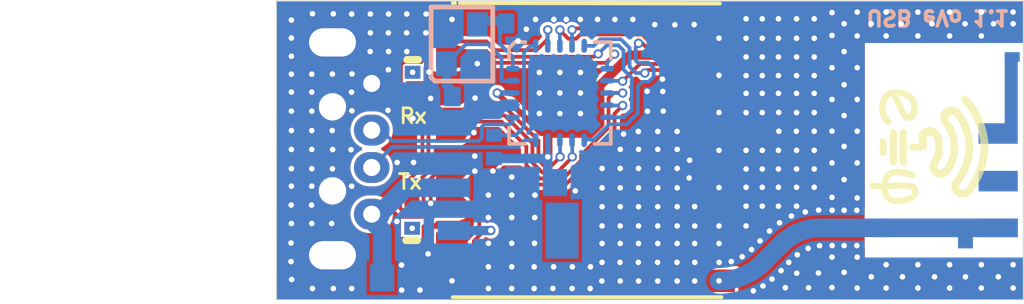
<source format=kicad_pcb>
(kicad_pcb (version 20211014) (generator pcbnew)
  (layers (0 "F.Cu" signal "Top Layer") (31 "B.Cu" signal "Bottom Layer") (34 "B.Paste" user "Bottom Paste") (35 "F.Paste" user "Top Paste") (36 "B.SilkS" user "Bottom Overlay") (37 "F.SilkS" user "Top Overlay") (38 "B.Mask" user "Bottom Solder") (39 "F.Mask" user "Top Solder") (44 "Edge.Cuts" user))
  (net 0 "")
  (net 1 "NetA1_2")
  (net 2 "NetR2_2")
  (net 3 "NetR1_2")
  (net 4 "NetDS2_2")
  (net 5 "NetDS1_1")
  (net 6 "NetDS1_2")
  (net 7 "NetDS2_1")
  (net 8 "NetA1_1")
  (net 9 "NetU1_10")
  (net 10 "NetU1_9")
  (net 11 "NetU1_8")
  (net 12 "NetU1_7")
  (net 13 "NetU1_6")
  (net 14 "NetU1_2")
  (net 15 "NetC4_2")
  (net 16 "GND")
  (net 17 "3.3V")
  (net 18 "NetK1_2")
  (net 19 "NetK1_3")
  (net 20 "NetU1_3")
  (net 21 "NetU1_4")
  (net 22 "NetU1_5")
  (net 23 "NetU1_11")
  (net 24 "NetCx1_2")
  (net 25 "NetCx2_2")
  (footprint "USB-LoRa.SchLib:RESC1608X55X30LL15T15" (layer "F.Cu") (at 135.741106 111.143596 90)
    (fp_text reference "R1" hide)
    (fp_text value "2k2" hide)
  )
  (footprint "USB-LoRa.SchLib:VISH-TLMX1100-2_V" (layer "F.Cu") (at 135.791106 101.543596 90)
    (fp_text reference "DS2" hide)
    (fp_text value "LED-0603" hide)
  )
  (footprint "USB-LoRa.SchLib:VISH-TLMX1100-2_V" (layer "F.Cu") (at 135.751106 108.433596 -90)
    (fp_text reference "DS1" hide)
    (fp_text value "LED-0603" hide)
  )
  (footprint "USB-LoRa.SchLib:USB-A-H" (layer "F.Cu") (at 131.501106 104.923596)
    (fp_text reference "K1" hide)
    (fp_text value "USB-A" hide)
  )
  (footprint "USB-LoRa.SchLib:PCB-A2VA5FQQIKHNLZOD9I25-1" (layer "F.Cu") (at 137.051106 112.993596)
    (fp_text reference "U2" hide)
    (fp_text value "LoRa1276-C1" hide)
  )
  (footprint "USB-LoRa.SchLib:CAPC2013X88X50NL20T25" (layer "F.Cu") (at 154.231106 104.793596 90)
    (fp_text reference "C3" hide)
    (fp_text value "100nF" hide)
  )
  (footprint "USB-LoRa.SchLib:CAPC2013X88X50NL20T25" (layer "B.Cu") (at 144.217488 106.735493 180)
    (fp_text reference "C1" hide)
    (fp_text value "100nF" hide)
  )
  (footprint "USB-LoRa.SchLib:CAPC2013X88X50NL20T25" (layer "B.Cu") (at 134.961106 111.833596 180)
    (fp_text reference "C4" hide)
    (fp_text value "100nF" hide)
  )
  (footprint "USB-LoRa.SchLib:RESC1608X55X30LL15T15" (layer "B.Cu") (at 140.151106 104.813596 90)
    (fp_text reference "R2" hide)
    (fp_text value "2k2" hide)
  )
  (footprint "USB-eVo.PcbLib:MP04A_N" (layer "B.Cu") (at 140.901104 109.303596)
    (fp_text reference "U3" hide)
    (fp_text value "AMS1117-3.3" hide)
  )
  (footprint "USB-LoRa.SchLib:PCB-O7TDNPTWBJGDFBSKC48Q-1" (layer "B.Cu") (at 138.431106 99.313596 90)
    (fp_text reference "X1" hide)
    (fp_text value "12Mhz" hide)
  )
  (footprint "USB-LoRa.PcbLib:SMD0402" (layer "B.Cu") (at 167.899818 99.500992 -90)
    (fp_text reference "Ct2" hide)
    (fp_text value "6.7pF" hide)
  )
  (footprint "USB-LoRa.SchLib:RESC1608X55X30LL15T15" (layer "B.Cu") (at 135.791106 100.198575 90)
    (fp_text reference "R5" hide)
    (fp_text value "2k2" hide)
  )
  (footprint "USB-LoRa.PcbLib:M620720" (layer "B.Cu") (at 168.201106 109.653596 90)
    (fp_text reference "A1" hide)
    (fp_text value "868/915 Mhz" hide)
  )
  (footprint "USB-eVo.SchLib:HRS-U.FL-R-SMT_V" (layer "B.Cu") (at 157.901106 109.153596 -90)
    (fp_text reference "uFL1" hide)
    (fp_text value "50ohm" hide)
  )
  (footprint "USB-LoRa.PcbLib:SMD0402" (layer "B.Cu") (at 165.396384 110.499748 -90)
    (fp_text reference "Ct1" hide)
    (fp_text value "47pF" hide)
  )
  (footprint "USB-LoRa.SchLib:RESC1608X55X30LL15T15" (layer "B.Cu") (at 135.771106 109.803596 -90)
    (fp_text reference "R4" hide)
    (fp_text value "2k2" hide)
  )
  (footprint "USB-LoRa.SchLib:PCB-EK4STCKT8HTL49C36KEC-1" (layer "B.Cu") (at 138.591106 102.123596 180)
    (fp_text reference "Cx2" hide)
    (fp_text value "30pF" hide)
  )
  (footprint "USB-LoRa.SchLib:PCB-EK4STCKT8HTL49C36KEC-1" (layer "B.Cu") (at 141.461106 98.203596 180)
    (fp_text reference "Cx1" hide)
    (fp_text value "30pF" hide)
  )
  (footprint "USB-LoRa.SchLib:QFN-MQ20_N" (layer "B.Cu") (at 143.681106 101.933596 -90)
    (fp_text reference "U1" hide)
    (fp_text value "MCP2210" hide)
  )
  (gr_poly (pts (xy 160.001106 108.053596) (xy 157.901106 108.053596) (xy 157.901106 97.253596) (xy 168.501106 97.253596) (xy 168.501106 99.253596) (xy 160.001106 99.253601)) (layer "F.Cu") (width 0) (fill solid))
  (gr_poly (pts (xy 168.501106 110.753596) (xy 160.001106 110.753598) (xy 160.001104 110.253604) (xy 157.901103 110.253596) (xy 157.901106 112.753596) (xy 168.501106 112.753596)) (layer "F.Cu") (width 0) (fill solid))
  (gr_poly (pts (xy 168.201106 104.653596) (xy 168.201103 100.253599) (xy 168.301106 100.253596) (xy 168.301106 99.753596) (xy 168.201103 99.7536) (xy 167.501104 99.7536) (xy 167.501104 103.5536) (xy 166.101104 103.5536) (xy 166.101104 104.653596)) (layer "B.Cu") (width 0) (fill solid))
  (gr_poly (pts (xy 168.201106 109.653596) (xy 168.201103 108.6536) (xy 160.501106 108.653602) (xy 160.501106 109.653598) (xy 165.001104 109.653596) (xy 165.001104 110.253596) (xy 165.801106 110.253596) (xy 165.801106 109.653596)) (layer "B.Cu") (width 0) (fill solid))
  (gr_poly (pts (xy 168.501106 97.253596) (xy 157.901106 97.253596) (xy 157.901106 108.053596) (xy 160.001106 108.053596) (xy 160.001106 99.253601) (xy 168.501106 99.253596)) (layer "B.Cu") (width 0) (fill solid))
  (gr_poly (pts (xy 168.501106 112.753596) (xy 168.501106 110.753596) (xy 160.001106 110.753598) (xy 160.001104 110.253601) (xy 157.901106 110.253599) (xy 157.901106 112.753596)) (layer "B.Cu") (width 0) (fill solid))
  (gr_poly (pts (xy 168.201366 107.203496) (xy 166.101345 107.203496) (xy 166.101345 106.103473) (xy 168.201366 106.103473)) (layer "B.Cu") (width 0) (fill solid))
  (gr_line (start 160.688197 107.081007) (end 160.688197 106.760967) (layer "F.SilkS") (width 0.01143))
  (gr_line (start 161.659747 107.881107) (end 161.659747 107.561067) (layer "F.SilkS") (width 0.01143))
  (gr_line (start 166.597507 105.240777) (end 166.597507 104.394957) (layer "F.SilkS") (width 0.01143))
  (gr_line (start 161.614027 106.349487) (end 161.614027 106.006587) (layer "F.SilkS") (width 0.01143))
  (gr_line (start 160.962517 105.309357) (end 160.962517 104.383527) (layer "F.SilkS") (width 0.01143))
  (gr_line (start 161.465437 107.069577) (end 161.465437 106.749537) (layer "F.SilkS") (width 0.01143))
  (gr_line (start 164.985877 105.172197) (end 164.985877 104.417817) (layer "F.SilkS") (width 0.01143))
  (gr_line (start 161.122537 105.240777) (end 161.122537 104.440677) (layer "F.SilkS") (width 0.01143))
  (gr_line (start 164.883007 107.401047) (end 164.883007 106.418067) (layer "F.SilkS") (width 0.01143))
  (gr_line (start 165.454507 107.492487) (end 165.454507 107.012427) (layer "F.SilkS") (width 0.01143))
  (gr_line (start 164.734417 105.960867) (end 164.734417 103.743447) (layer "F.SilkS") (width 0.01143))
  (gr_line (start 162.505567 107.138157) (end 162.505567 106.772397) (layer "F.SilkS") (width 0.01143))
  (gr_line (start 165.465937 106.235187) (end 165.465937 103.411977) (layer "F.SilkS") (width 0.01143))
  (gr_line (start 161.511157 105.823707) (end 161.511157 103.880607) (layer "F.SilkS") (width 0.01143))
  (gr_line (start 162.322687 103.423407) (end 162.322687 103.091937) (layer "F.SilkS") (width 0.01143))
  (gr_line (start 161.076817 107.572497) (end 161.076817 106.315197) (layer "F.SilkS") (width 0.01143))
  (gr_line (start 166.266037 106.429497) (end 166.266037 103.263387) (layer "F.SilkS") (width 0.01143))
  (gr_line (start 165.317347 107.526777) (end 165.317347 107.092437) (layer "F.SilkS") (width 0.01143))
  (gr_line (start 163.831447 106.418067) (end 163.831447 103.869177) (layer "F.SilkS") (width 0.01143))
  (gr_line (start 162.025507 105.823707) (end 162.025507 103.846317) (layer "F.SilkS") (width 0.01143))
  (gr_line (start 161.899777 106.360917) (end 161.899777 106.006587) (layer "F.SilkS") (width 0.01143))
  (gr_line (start 162.551287 107.698227) (end 162.551287 106.783827) (layer "F.SilkS") (width 0.01143))
  (gr_line (start 162.356977 107.778237) (end 162.356977 107.435337) (layer "F.SilkS") (width 0.01143))
  (gr_line (start 162.459847 103.411977) (end 162.459847 102.943347) (layer "F.SilkS") (width 0.01143))
  (gr_line (start 161.774047 107.881107) (end 161.774047 107.561067) (layer "F.SilkS") (width 0.01143))
  (gr_line (start 161.419717 102.097527) (end 161.419717 101.766057) (layer "F.SilkS") (width 0.01143))
  (gr_line (start 165.248767 103.960617) (end 165.248767 103.057647) (layer "F.SilkS") (width 0.01143))
  (gr_line (start 161.888347 106.360917) (end 161.888347 106.006587) (layer "F.SilkS") (width 0.01143))
  (gr_line (start 165.294487 107.526777) (end 165.294487 107.103867) (layer "F.SilkS") (width 0.01143))
  (gr_line (start 163.888597 106.440927) (end 163.888597 103.926327) (layer "F.SilkS") (width 0.01143))
  (gr_line (start 165.625957 102.920487) (end 165.625957 102.268977) (layer "F.SilkS") (width 0.01143))
  (gr_line (start 166.346047 106.246617) (end 166.346047 103.446267) (layer "F.SilkS") (width 0.01143))
  (gr_line (start 164.963017 107.458197) (end 164.963017 106.303767) (layer "F.SilkS") (width 0.01143))
  (gr_line (start 165.305917 104.154927) (end 165.305917 103.137657) (layer "F.SilkS") (width 0.01143))
  (gr_line (start 165.054457 107.492487) (end 165.054457 107.046717) (layer "F.SilkS") (width 0.01143))
  (gr_line (start 162.162667 107.835387) (end 162.162667 107.492487) (layer "F.SilkS") (width 0.01143))
  (gr_line (start 162.448417 103.411977) (end 162.448417 102.966207) (layer "F.SilkS") (width 0.01143))
  (gr_line (start 162.951337 105.000747) (end 162.951337 104.040627) (layer "F.SilkS") (width 0.01143))
  (gr_line (start 161.396857 107.835387) (end 161.396857 107.446767) (layer "F.SilkS") (width 0.01143))
  (gr_line (start 164.254357 103.732017) (end 164.254357 102.817617) (layer "F.SilkS") (width 0.01143))
  (gr_line (start 163.648567 106.292337) (end 163.648567 105.412227) (layer "F.SilkS") (width 0.01143))
  (gr_line (start 162.745597 103.171947) (end 162.745597 102.268977) (layer "F.SilkS") (width 0.01143))
  (gr_line (start 161.465437 107.858247) (end 161.465437 107.492487) (layer "F.SilkS") (width 0.01143))
  (gr_line (start 163.065637 105.000747) (end 163.065637 103.914897) (layer "F.SilkS") (width 0.01143))
  (gr_line (start 162.048367 102.131817) (end 162.048367 101.777487) (layer "F.SilkS") (width 0.01143))
  (gr_line (start 164.540106 103.149087) (end 164.540106 102.669027) (layer "F.SilkS") (width 0.01143))
  (gr_line (start 161.168257 102.417567) (end 161.168257 101.868927) (layer "F.SilkS") (width 0.01143))
  (gr_line (start 162.196957 107.058147) (end 162.196957 106.738107) (layer "F.SilkS") (width 0.01143))
  (gr_line (start 161.351137 103.606287) (end 161.351137 103.331967) (layer "F.SilkS") (width 0.01143))
  (gr_line (start 164.940157 107.446767) (end 164.940157 106.338057) (layer "F.SilkS") (width 0.01143))
  (gr_line (start 162.139807 106.395207) (end 162.139807 106.029447) (layer "F.SilkS") (width 0.01143))
  (gr_line (start 164.574397 106.189467) (end 164.574397 105.240777) (layer "F.SilkS") (width 0.01143))
  (gr_line (start 165.683106 103.011927) (end 165.683106 102.326127) (layer "F.SilkS") (width 0.01143))
  (gr_line (start 161.888347 107.881107) (end 161.888347 107.549637) (layer "F.SilkS") (width 0.01143))
  (gr_line (start 161.442577 102.097527) (end 161.442577 101.754627) (layer "F.SilkS") (width 0.01143))
  (gr_line (start 162.642727 107.641077) (end 162.642727 106.818117) (layer "F.SilkS") (width 0.01143))
  (gr_line (start 162.356977 102.314697) (end 162.356977 101.903217) (layer "F.SilkS") (width 0.01143))
  (gr_line (start 165.397357 102.646167) (end 165.397357 102.063237) (layer "F.SilkS") (width 0.01143))
  (gr_line (start 165.225907 106.635237) (end 165.225907 105.777987) (layer "F.SilkS") (width 0.01143))
  (gr_line (start 162.802747 105.000747) (end 162.802747 104.646417) (layer "F.SilkS") (width 0.01143))
  (gr_line (start 166.540357 105.560817) (end 166.540357 104.074917) (layer "F.SilkS") (width 0.01143))
  (gr_line (start 164.140057 106.475217) (end 164.140057 106.018017) (layer "F.SilkS") (width 0.01143))
  (gr_line (start 162.219817 107.823957) (end 162.219817 107.481057) (layer "F.SilkS") (width 0.01143))
  (gr_line (start 160.848217 103.149087) (end 160.848217 102.268977) (layer "F.SilkS") (width 0.01143))
  (gr_line (start 166.403197 106.086596) (end 166.403197 103.594857) (layer "F.SilkS") (width 0.01143))
  (gr_line (start 162.734167 103.194807) (end 162.734167 102.246117) (layer "F.SilkS") (width 0.01143))
  (gr_line (start 161.796907 102.851907) (end 161.796907 102.074667) (layer "F.SilkS") (width 0.01143))
  (gr_line (start 161.522587 107.069577) (end 161.522587 106.749537) (layer "F.SilkS") (width 0.01143))
  (gr_line (start 165.168757 103.732017) (end 165.168757 102.943347) (layer "F.SilkS") (width 0.01143))
  (gr_line (start 161.831197 102.920487) (end 161.831197 102.154677) (layer "F.SilkS") (width 0.01143))
  (gr_line (start 162.071227 105.823707) (end 162.071227 103.846317) (layer "F.SilkS") (width 0.01143))
  (gr_line (start 161.133967 103.583427) (end 161.133967 102.886197) (layer "F.SilkS") (width 0.01143))
  (gr_line (start 160.825357 105.217917) (end 160.825357 104.463537) (layer "F.SilkS") (width 0.01143))
  (gr_line (start 162.528427 107.161017) (end 162.528427 106.772397) (layer "F.SilkS") (width 0.01143))
  (gr_line (start 160.299577 107.012427) (end 160.299577 106.783827) (layer "F.SilkS") (width 0.01143))
  (gr_line (start 161.419717 106.429497) (end 161.419717 106.052307) (layer "F.SilkS") (width 0.01143))
  (gr_line (start 164.963017 103.343397) (end 164.963017 102.749037) (layer "F.SilkS") (width 0.01143))
  (gr_line (start 161.956927 107.058147) (end 161.956927 106.738107) (layer "F.SilkS") (width 0.01143))
  (gr_line (start 164.460097 104.086347) (end 164.460097 102.691887) (layer "F.SilkS") (width 0.01143))
  (gr_line (start 162.242677 105.720837) (end 162.242677 103.960617) (layer "F.SilkS") (width 0.01143))
  (gr_line (start 161.408287 103.549137) (end 161.408287 103.377687) (layer "F.SilkS") (width 0.01143))
  (gr_line (start 163.031347 105.000747) (end 163.031347 103.949187) (layer "F.SilkS") (width 0.01143))
  (gr_line (start 161.671177 106.338057) (end 161.671177 106.006587) (layer "F.SilkS") (width 0.01143))
  (gr_line (start 161.339707 107.801097) (end 161.339707 107.378187) (layer "F.SilkS") (width 0.01143))
  (gr_line (start 166.574647 105.377937) (end 166.574647 104.246367) (layer "F.SilkS") (width 0.01143))
  (gr_line (start 161.213977 102.326127) (end 161.213977 101.834637) (layer "F.SilkS") (width 0.01143))
  (gr_line (start 164.094337 105.446517) (end 164.094337 104.234937) (layer "F.SilkS") (width 0.01143))
  (gr_line (start 161.899777 107.881107) (end 161.899777 107.549637) (layer "F.SilkS") (width 0.01143))
  (gr_line (start 162.528427 103.389117) (end 162.528427 102.017517) (layer "F.SilkS") (width 0.01143))
  (gr_line (start 164.917297 107.423907) (end 164.917297 106.372347) (layer "F.SilkS") (width 0.01143))
  (gr_line (start 162.094087 105.823707) (end 162.094087 103.857747) (layer "F.SilkS") (width 0.01143))
  (gr_line (start 164.745847 105.938007) (end 164.745847 103.766307) (layer "F.SilkS") (width 0.01143))
  (gr_line (start 161.351137 106.498077) (end 161.351137 106.086596) (layer "F.SilkS") (width 0.01143))
  (gr_line (start 162.436987 103.423407) (end 162.436987 102.989067) (layer "F.SilkS") (width 0.01143))
  (gr_line (start 162.185527 107.835387) (end 162.185527 107.492487) (layer "F.SilkS") (width 0.01143))
  (gr_line (start 165.488797 106.189467) (end 165.488797 103.457697) (layer "F.SilkS") (width 0.01143))
  (gr_line (start 165.625957 105.857997) (end 165.625957 103.777737) (layer "F.SilkS") (width 0.01143))
  (gr_line (start 164.482957 106.292337) (end 164.482957 105.503667) (layer "F.SilkS") (width 0.01143))
  (gr_line (start 164.425807 104.017767) (end 164.425807 102.703317) (layer "F.SilkS") (width 0.01143))
  (gr_line (start 161.991217 106.372347) (end 161.991217 106.006587) (layer "F.SilkS") (width 0.01143))
  (gr_line (start 164.791567 105.835137) (end 164.791567 103.869177) (layer "F.SilkS") (width 0.01143))
  (gr_line (start 165.351637 102.589017) (end 165.351637 102.074667) (layer "F.SilkS") (width 0.01143))
  (gr_line (start 162.459847 106.486647) (end 162.459847 106.120887) (layer "F.SilkS") (width 0.01143))
  (gr_line (start 163.717147 106.349487) (end 163.717147 105.252207) (layer "F.SilkS") (width 0.01143))
  (gr_line (start 161.579737 102.383277) (end 161.579737 101.743197) (layer "F.SilkS") (width 0.01143))
  (gr_line (start 165.145897 103.686297) (end 165.145897 102.909057) (layer "F.SilkS") (width 0.01143))
  (gr_line (start 165.340207 102.577587) (end 165.340207 102.074667) (layer "F.SilkS") (width 0.01143))
  (gr_line (start 160.985377 103.434837) (end 160.985377 102.028947) (layer "F.SilkS") (width 0.01143))
  (gr_line (start 166.254607 106.452357) (end 166.254607 103.240527) (layer "F.SilkS") (width 0.01143))
  (gr_line (start 164.597257 104.577837) (end 164.597257 103.526277) (layer "F.SilkS") (width 0.01143))
  (gr_line (start 165.088747 107.503917) (end 165.088747 107.081007) (layer "F.SilkS") (width 0.01143))
  (gr_line (start 163.991467 105.595107) (end 163.991467 104.040627) (layer "F.SilkS") (width 0.01143))
  (gr_line (start 161.819767 107.881107) (end 161.819767 107.549637) (layer "F.SilkS") (width 0.01143))
  (gr_line (start 160.619617 107.081007) (end 160.619617 106.749537) (layer "F.SilkS") (width 0.01143))
  (gr_line (start 162.014077 106.372347) (end 162.014077 106.018017) (layer "F.SilkS") (width 0.01143))
  (gr_line (start 161.476867 105.812277) (end 161.476867 103.880607) (layer "F.SilkS") (width 0.01143))
  (gr_line (start 162.894187 105.000747) (end 162.894187 104.634987) (layer "F.SilkS") (width 0.01143))
  (gr_line (start 161.716897 107.069577) (end 161.716897 106.738107) (layer "F.SilkS") (width 0.01143))
  (gr_line (start 163.317097 104.360667) (end 163.317097 103.777737) (layer "F.SilkS") (width 0.01143))
  (gr_line (start 161.705467 106.338057) (end 161.705467 106.006587) (layer "F.SilkS") (width 0.01143))
  (gr_line (start 160.825357 103.069077) (end 160.825357 102.337557) (layer "F.SilkS") (width 0.01143))
  (gr_line (start 165.648817 105.800847) (end 165.648817 103.846317) (layer "F.SilkS") (width 0.01143))
  (gr_line (start 160.996807 105.309357) (end 160.996807 104.383527) (layer "F.SilkS") (width 0.01143))
  (gr_line (start 162.494137 106.498077) (end 162.494137 106.132317) (layer "F.SilkS") (width 0.01143))
  (gr_line (start 163.077067 105.000747) (end 163.077067 103.903467) (layer "F.SilkS") (width 0.01143))
  (gr_line (start 165.957427 103.583427) (end 165.957427 102.691887) (layer "F.SilkS") (width 0.01143))
  (gr_line (start 161.442577 107.069577) (end 161.442577 106.749537) (layer "F.SilkS") (width 0.01143))
  (gr_line (start 165.865987 103.354827) (end 165.865987 102.554727) (layer "F.SilkS") (width 0.01143))
  (gr_line (start 164.368657 106.383777) (end 164.368657 105.766557) (layer "F.SilkS") (width 0.01143))
  (gr_line (start 163.294237 104.909307) (end 163.294237 103.789167) (layer "F.SilkS") (width 0.01143))
  (gr_line (start 160.813927 107.092437) (end 160.813927 106.760967) (layer "F.SilkS") (width 0.01143))
  (gr_line (start 164.734417 107.252457) (end 164.734417 106.635237) (layer "F.SilkS") (width 0.01143))
  (gr_line (start 161.876917 102.074667) (end 161.876917 101.754627) (layer "F.SilkS") (width 0.01143))
  (gr_line (start 160.768207 107.092437) (end 160.768207 106.760967) (layer "F.SilkS") (width 0.01143))
  (gr_line (start 161.774047 107.069577) (end 161.774047 106.738107) (layer "F.SilkS") (width 0.01143))
  (gr_line (start 163.374247 104.269227) (end 163.374247 103.766307) (layer "F.SilkS") (width 0.01143))
  (gr_line (start 161.534017 105.823707) (end 161.534017 103.880607) (layer "F.SilkS") (width 0.01143))
  (gr_line (start 165.260197 106.589517) (end 165.260197 105.675117) (layer "F.SilkS") (width 0.01143))
  (gr_line (start 161.899777 102.086097) (end 161.899777 101.754627) (layer "F.SilkS") (width 0.01143))
  (gr_line (start 165.900277 107.058147) (end 165.900277 106.235187) (layer "F.SilkS") (width 0.01143))
  (gr_line (start 163.614277 106.246617) (end 163.614277 105.480807) (layer "F.SilkS") (width 0.01143))
  (gr_line (start 165.797407 105.160767) (end 165.797407 104.566407) (layer "F.SilkS") (width 0.01143))
  (gr_line (start 160.471027 107.069577) (end 160.471027 106.738107) (layer "F.SilkS") (width 0.01143))
  (gr_line (start 162.619867 105.000747) (end 162.619867 104.646417) (layer "F.SilkS") (width 0.01143))
  (gr_line (start 166.026007 106.875267) (end 166.026007 105.915147) (layer "F.SilkS") (width 0.01143))
  (gr_line (start 165.157327 103.709157) (end 165.157327 102.920487) (layer "F.SilkS") (width 0.01143))
  (gr_line (start 161.408287 107.835387) (end 161.408287 107.458197) (layer "F.SilkS") (width 0.01143))
  (gr_line (start 161.648317 107.881107) (end 161.648317 107.561067) (layer "F.SilkS") (width 0.01143))
  (gr_line (start 165.145897 106.749537) (end 165.145897 105.972297) (layer "F.SilkS") (width 0.01143))
  (gr_line (start 165.054457 106.886697) (end 165.054457 106.155177) (layer "F.SilkS") (width 0.01143))
  (gr_line (start 162.448417 107.743947) (end 162.448417 107.378187) (layer "F.SilkS") (width 0.01143))
  (gr_line (start 162.334117 107.789667) (end 162.334117 107.435337) (layer "F.SilkS") (width 0.01143))
  (gr_line (start 161.694037 107.881107) (end 161.694037 107.561067) (layer "F.SilkS") (width 0.01143))
  (gr_line (start 163.511407 106.063737) (end 163.511407 105.686547) (layer "F.SilkS") (width 0.01143))
  (gr_line (start 163.305667 104.406387) (end 163.305667 103.789167) (layer "F.SilkS") (width 0.01143))
  (gr_line (start 163.362817 104.280657) (end 163.362817 103.766307) (layer "F.SilkS") (width 0.01143))
  (gr_line (start 161.922637 105.720837) (end 161.922637 103.914897) (layer "F.SilkS") (width 0.01143))
  (gr_line (start 162.174097 105.789417) (end 162.174097 103.892037) (layer "F.SilkS") (width 0.01143))
  (gr_line (start 161.716897 106.338057) (end 161.716897 105.995157) (layer "F.SilkS") (width 0.01143))
  (gr_line (start 161.625457 107.069577) (end 161.625457 106.738107) (layer "F.SilkS") (width 0.01143))
  (gr_line (start 162.196957 103.400547) (end 162.196957 102.897627) (layer "F.SilkS") (width 0.01143))
  (gr_line (start 164.974447 105.240777) (end 164.974447 104.383527) (layer "F.SilkS") (width 0.01143))
  (gr_line (start 165.568807 107.423907) (end 165.568807 106.829547) (layer "F.SilkS") (width 0.01143))
  (gr_line (start 161.408287 102.108957) (end 161.408287 101.766057) (layer "F.SilkS") (width 0.01143))
  (gr_line (start 164.151487 106.475217) (end 164.151487 106.006587) (layer "F.SilkS") (width 0.01143))
  (gr_line (start 163.442827 104.223507) (end 163.442827 103.754877) (layer "F.SilkS") (width 0.01143))
  (gr_line (start 161.636887 106.349487) (end 161.636887 106.006587) (layer "F.SilkS") (width 0.01143))
  (gr_line (start 162.642727 103.309107) (end 162.642727 102.120387) (layer "F.SilkS") (width 0.01143))
  (gr_line (start 164.642977 106.098027) (end 164.642977 103.583427) (layer "F.SilkS") (width 0.01143))
  (gr_line (start 164.025757 106.475217) (end 164.025757 106.029447) (layer "F.SilkS") (width 0.01143))
  (gr_line (start 162.254106 102.234687) (end 162.254106 101.846067) (layer "F.SilkS") (width 0.01143))
  (gr_line (start 164.517247 103.171947) (end 164.517247 102.669027) (layer "F.SilkS") (width 0.01143))
  (gr_line (start 165.077317 107.503917) (end 165.077317 107.081007) (layer "F.SilkS") (width 0.01143))
  (gr_line (start 165.991717 106.920987) (end 165.991717 106.018017) (layer "F.SilkS") (width 0.01143))
  (gr_line (start 161.888347 105.640827) (end 161.888347 103.983477) (layer "F.SilkS") (width 0.01143))
  (gr_line (start 164.768707 105.892287) (end 164.768707 103.812027) (layer "F.SilkS") (width 0.01143))
  (gr_line (start 164.928727 105.423657) (end 164.928727 104.234937) (layer "F.SilkS") (width 0.01143))
  (gr_line (start 161.373997 105.732267) (end 161.373997 103.972047) (layer "F.SilkS") (width 0.01143))
  (gr_line (start 161.922637 107.058147) (end 161.922637 106.738107) (layer "F.SilkS") (width 0.01143))
  (gr_line (start 160.962517 103.400547) (end 160.962517 102.063237) (layer "F.SilkS") (width 0.01143))
  (gr_line (start 164.745847 103.103367) (end 164.745847 102.669027) (layer "F.SilkS") (width 0.01143))
  (gr_line (start 165.774547 107.229596) (end 165.774547 106.486647) (layer "F.SilkS") (width 0.01143))
  (gr_line (start 163.157077 104.989317) (end 163.157077 103.857747) (layer "F.SilkS") (width 0.01143))
  (gr_line (start 164.974447 107.458197) (end 164.974447 106.292337) (layer "F.SilkS") (width 0.01143))
  (gr_line (start 160.516747 107.069577) (end 160.516747 106.738107) (layer "F.SilkS") (width 0.01143))
  (gr_line (start 161.945497 107.058147) (end 161.945497 106.738107) (layer "F.SilkS") (width 0.01143))
  (gr_line (start 165.214477 103.857747) (end 165.214477 103.000497) (layer "F.SilkS") (width 0.01143))
  (gr_line (start 162.436987 104.943596) (end 162.436987 104.703567) (layer "F.SilkS") (width 0.01143))
  (gr_line (start 162.608437 107.663937) (end 162.608437 106.806687) (layer "F.SilkS") (width 0.01143))
  (gr_line (start 162.151237 106.395207) (end 162.151237 106.040877) (layer "F.SilkS") (width 0.01143))
  (gr_line (start 161.373997 102.131817) (end 161.373997 101.777487) (layer "F.SilkS") (width 0.01143))
  (gr_line (start 163.717147 104.417817) (end 163.717147 103.812027) (layer "F.SilkS") (width 0.01143))
  (gr_line (start 161.625457 106.349487) (end 161.625457 106.006587) (layer "F.SilkS") (width 0.01143))
  (gr_line (start 160.871077 107.092437) (end 160.871077 106.760967) (layer "F.SilkS") (width 0.01143))
  (gr_line (start 162.665587 105.000747) (end 162.665587 104.646417) (layer "F.SilkS") (width 0.01143))
  (gr_line (start 160.859647 103.171947) (end 160.859647 102.246117) (layer "F.SilkS") (width 0.01143))
  (gr_line (start 161.431147 106.418067) (end 161.431147 106.052307) (layer "F.SilkS") (width 0.01143))
  (gr_line (start 163.545697 104.200647) (end 163.545697 103.754877) (layer "F.SilkS") (width 0.01143))
  (gr_line (start 166.563217 105.435087) (end 166.563217 104.177787) (layer "F.SilkS") (width 0.01143))
  (gr_line (start 161.008237 105.309357) (end 161.008237 104.383527) (layer "F.SilkS") (width 0.01143))
  (gr_line (start 163.614277 104.234937) (end 163.614277 103.766307) (layer "F.SilkS") (width 0.01143))
  (gr_line (start 162.905617 105.000747) (end 162.905617 104.132067) (layer "F.SilkS") (width 0.01143))
  (gr_line (start 165.237337 107.526777) (end 165.237337 107.115297) (layer "F.SilkS") (width 0.01143))
  (gr_line (start 162.174097 107.835387) (end 162.174097 107.492487) (layer "F.SilkS") (width 0.01143))
  (gr_line (start 165.705967 105.617967) (end 165.705967 104.040627) (layer "F.SilkS") (width 0.01143))
  (gr_line (start 163.191367 104.966457) (end 163.191367 103.834887) (layer "F.SilkS") (width 0.01143))
  (gr_line (start 161.671177 107.881107) (end 161.671177 107.561067) (layer "F.SilkS") (width 0.01143))
  (gr_line (start 164.208637 106.452357) (end 164.208637 105.972297) (layer "F.SilkS") (width 0.01143))
  (gr_line (start 161.454007 105.800847) (end 161.454007 103.892037) (layer "F.SilkS") (width 0.01143))
  (gr_line (start 161.945497 103.137657) (end 161.945497 102.394707) (layer "F.SilkS") (width 0.01143))
  (gr_line (start 161.259697 103.629147) (end 161.259697 103.240527) (layer "F.SilkS") (width 0.01143))
  (gr_line (start 162.368407 107.778237) (end 162.368407 107.423907) (layer "F.SilkS") (width 0.01143))
  (gr_line (start 164.380087 106.372347) (end 164.380087 105.743697) (layer "F.SilkS") (width 0.01143))
  (gr_line (start 162.391267 102.360417) (end 162.391267 101.914647) (layer "F.SilkS") (width 0.01143))
  (gr_line (start 161.785477 106.349487) (end 161.785477 105.995157) (layer "F.SilkS") (width 0.01143))
  (gr_line (start 162.757027 107.538207) (end 162.757027 106.898127) (layer "F.SilkS") (width 0.01143))
  (gr_line (start 160.836787 107.092437) (end 160.836787 106.760967) (layer "F.SilkS") (width 0.01143))
  (gr_line (start 164.254357 106.440927) (end 164.254357 105.926577) (layer "F.SilkS") (width 0.01143))
  (gr_line (start 165.683106 105.697977) (end 165.683106 103.949187) (layer "F.SilkS") (width 0.01143))
  (gr_line (start 162.128377 107.846817) (end 162.128377 107.503917) (layer "F.SilkS") (width 0.01143))
  (gr_line (start 162.174097 103.389117) (end 162.174097 102.863337) (layer "F.SilkS") (width 0.01143))
  (gr_line (start 161.922637 107.869677) (end 161.922637 107.538207) (layer "F.SilkS") (width 0.01143))
  (gr_line (start 161.922637 106.360917) (end 161.922637 106.006587) (layer "F.SilkS") (width 0.01143))
  (gr_line (start 161.042527 103.514847) (end 161.042527 101.971797) (layer "F.SilkS") (width 0.01143))
  (gr_line (start 162.619867 103.331967) (end 162.619867 102.097527) (layer "F.SilkS") (width 0.01143))
  (gr_line (start 164.288647 103.789167) (end 164.288647 102.783327) (layer "F.SilkS") (width 0.01143))
  (gr_line (start 161.842627 107.058147) (end 161.842627 106.738107) (layer "F.SilkS") (width 0.01143))
  (gr_line (start 162.482707 106.498077) (end 162.482707 106.132317) (layer "F.SilkS") (width 0.01143))
  (gr_line (start 162.151237 102.177537) (end 162.151237 101.811777) (layer "F.SilkS") (width 0.01143))
  (gr_line (start 160.345297 107.046717) (end 160.345297 106.749537) (layer "F.SilkS") (width 0.01143))
  (gr_line (start 163.797157 106.406637) (end 163.797157 103.846317) (layer "F.SilkS") (width 0.01143))
  (gr_line (start 162.014077 107.058147) (end 162.014077 106.738107) (layer "F.SilkS") (width 0.01143))
  (gr_line (start 164.631547 103.091937) (end 164.631547 102.669027) (layer "F.SilkS") (width 0.01143))
  (gr_line (start 165.454507 106.258047) (end 165.454507 103.389117) (layer "F.SilkS") (width 0.01143))
  (gr_line (start 162.494137 107.126727) (end 162.494137 106.760967) (layer "F.SilkS") (width 0.01143))
  (gr_line (start 162.345547 107.069577) (end 162.345547 106.738107) (layer "F.SilkS") (width 0.01143))
  (gr_line (start 165.225907 102.406137) (end 165.225907 102.131817) (layer "F.SilkS") (width 0.01143))
  (gr_line (start 162.448417 102.440427) (end 162.448417 101.960367) (layer "F.SilkS") (width 0.01143))
  (gr_line (start 162.299827 106.429497) (end 162.299827 106.075167) (layer "F.SilkS") (width 0.01143))
  (gr_line (start 162.082657 102.143247) (end 162.082657 101.788917) (layer "F.SilkS") (width 0.01143))
  (gr_line (start 160.962517 107.343897) (end 160.962517 106.566657) (layer "F.SilkS") (width 0.01143))
  (gr_line (start 160.391017 107.058147) (end 160.391017 106.726677) (layer "F.SilkS") (width 0.01143))
  (gr_line (start 162.231247 105.732267) (end 162.231247 103.949187) (layer "F.SilkS") (width 0.01143))
  (gr_line (start 162.734167 107.561067) (end 162.734167 106.875267) (layer "F.SilkS") (width 0.01143))
  (gr_line (start 165.660247 102.977637) (end 165.660247 102.303267) (layer "F.SilkS") (width 0.01143))
  (gr_line (start 161.168257 103.606287) (end 161.168257 103.034787) (layer "F.SilkS") (width 0.01143))
  (gr_line (start 163.557127 104.200647) (end 163.557127 103.754877) (layer "F.SilkS") (width 0.01143))
  (gr_line (start 165.191617 106.680957) (end 165.191617 105.857997) (layer "F.SilkS") (width 0.01143))
  (gr_line (start 164.311507 106.418067) (end 164.311507 105.857997) (layer "F.SilkS") (width 0.01143))
  (gr_line (start 162.128377 106.395207) (end 162.128377 106.029447) (layer "F.SilkS") (width 0.01143))
  (gr_line (start 164.242927 103.720587) (end 164.242927 102.817617) (layer "F.SilkS") (width 0.01143))
  (gr_line (start 161.808337 107.881107) (end 161.808337 107.561067) (layer "F.SilkS") (width 0.01143))
  (gr_line (start 160.848217 105.252207) (end 160.848217 104.440677) (layer "F.SilkS") (width 0.01143))
  (gr_line (start 164.802997 107.332467) (end 164.802997 106.532367) (layer "F.SilkS") (width 0.01143))
  (gr_line (start 161.522587 106.372347) (end 161.522587 106.029447) (layer "F.SilkS") (width 0.01143))
  (gr_line (start 165.591667 105.949437) (end 165.591667 103.686297) (layer "F.SilkS") (width 0.01143))
  (gr_line (start 165.797407 107.206737) (end 165.797407 106.440927) (layer "F.SilkS") (width 0.01143))
  (gr_line (start 161.682607 105.732267) (end 161.682607 103.994907) (layer "F.SilkS") (width 0.01143))
  (gr_line (start 163.968607 105.629397) (end 163.968607 104.006337) (layer "F.SilkS") (width 0.01143))
  (gr_line (start 164.745847 107.263887) (end 164.745847 106.623807) (layer "F.SilkS") (width 0.01143))
  (gr_line (start 164.757277 103.103367) (end 164.757277 102.669027) (layer "F.SilkS") (width 0.01143))
  (gr_line (start 161.431147 102.097527) (end 161.431147 101.754627) (layer "F.SilkS") (width 0.01143))
  (gr_line (start 162.677017 107.618217) (end 162.677017 106.840977) (layer "F.SilkS") (width 0.01143))
  (gr_line (start 161.282557 102.223257) (end 161.282557 101.800347) (layer "F.SilkS") (width 0.01143))
  (gr_line (start 162.036937 105.823707) (end 162.036937 103.846317) (layer "F.SilkS") (width 0.01143))
  (gr_line (start 164.482957 104.132067) (end 164.482957 103.389117) (layer "F.SilkS") (width 0.01143))
  (gr_line (start 164.963017 105.286497) (end 164.963017 104.349237) (layer "F.SilkS") (width 0.01143))
  (gr_line (start 160.973947 107.378187) (end 160.973947 106.532367) (layer "F.SilkS") (width 0.01143))
  (gr_line (start 162.059797 105.823707) (end 162.059797 103.846317) (layer "F.SilkS") (width 0.01143))
  (gr_line (start 165.854557 103.331967) (end 165.854557 102.543297) (layer "F.SilkS") (width 0.01143))
  (gr_line (start 160.871077 103.206237) (end 160.871077 102.223257) (layer "F.SilkS") (width 0.01143))
  (gr_line (start 163.408537 104.234937) (end 163.408537 103.754877) (layer "F.SilkS") (width 0.01143))
  (gr_line (start 160.413877 107.058147) (end 160.413877 106.726677) (layer "F.SilkS") (width 0.01143))
  (gr_line (start 162.151237 103.377687) (end 162.151237 102.817617) (layer "F.SilkS") (width 0.01143))
  (gr_line (start 164.608687 106.143747) (end 164.608687 103.537707) (layer "F.SilkS") (width 0.01143))
  (gr_line (start 165.374497 107.515347) (end 165.374497 107.069577) (layer "F.SilkS") (width 0.01143))
  (gr_line (start 164.357227 106.383777) (end 164.357227 105.789417) (layer "F.SilkS") (width 0.01143))
  (gr_line (start 162.482707 107.732517) (end 162.482707 107.355327) (layer "F.SilkS") (width 0.01143))
  (gr_line (start 165.420217 106.326627) (end 165.420217 103.320537) (layer "F.SilkS") (width 0.01143))
  (gr_line (start 162.116947 103.354827) (end 162.116947 102.749037) (layer "F.SilkS") (width 0.01143))
  (gr_line (start 160.916797 105.297927) (end 160.916797 104.394957) (layer "F.SilkS") (width 0.01143))
  (gr_line (start 165.934567 103.514847) (end 165.934567 102.657596) (layer "F.SilkS") (width 0.01143))
  (gr_line (start 163.511407 104.200647) (end 163.511407 103.754877) (layer "F.SilkS") (width 0.01143))
  (gr_line (start 164.494387 104.154927) (end 164.494387 103.411977) (layer "F.SilkS") (width 0.01143))
  (gr_line (start 162.082657 105.823707) (end 162.082657 103.857747) (layer "F.SilkS") (width 0.01143))
  (gr_line (start 162.002647 103.229097) (end 162.002647 102.520437) (layer "F.SilkS") (width 0.01143))
  (gr_line (start 162.299827 102.268977) (end 162.299827 101.868927) (layer "F.SilkS") (width 0.01143))
  (gr_line (start 165.157327 107.526777) (end 165.157327 107.115297) (layer "F.SilkS") (width 0.01143))
  (gr_line (start 161.819767 102.897627) (end 161.819767 102.131817) (layer "F.SilkS") (width 0.01143))
  (gr_line (start 162.208387 102.200397) (end 162.208387 101.834637) (layer "F.SilkS") (width 0.01143))
  (gr_line (start 161.934067 107.058147) (end 161.934067 106.738107) (layer "F.SilkS") (width 0.01143))
  (gr_line (start 165.831697 107.161017) (end 165.831697 106.383777) (layer "F.SilkS") (width 0.01143))
  (gr_line (start 162.665587 106.498077) (end 162.665587 106.235187) (layer "F.SilkS") (width 0.01143))
  (gr_line (start 162.219817 107.058147) (end 162.219817 106.738107) (layer "F.SilkS") (width 0.01143))
  (gr_line (start 161.545447 106.360917) (end 161.545447 106.018017) (layer "F.SilkS") (width 0.01143))
  (gr_line (start 161.305417 107.789667) (end 161.305417 107.321037) (layer "F.SilkS") (width 0.01143))
  (gr_line (start 164.117197 103.491987) (end 164.117197 102.989067) (layer "F.SilkS") (width 0.01143))
  (gr_line (start 161.156827 105.195057) (end 161.156827 104.474967) (layer "F.SilkS") (width 0.01143))
  (gr_line (start 164.128627 103.514847) (end 164.128627 102.966207) (layer "F.SilkS") (width 0.01143))
  (gr_line (start 165.671677 102.989067) (end 165.671677 102.314697) (layer "F.SilkS") (width 0.01143))
  (gr_line (start 163.054207 105.000747) (end 163.054207 103.926327) (layer "F.SilkS") (width 0.01143))
  (gr_line (start 165.808837 107.183877) (end 165.808837 106.429497) (layer "F.SilkS") (width 0.01143))
  (gr_line (start 161.373997 107.823957) (end 161.373997 107.423907) (layer "F.SilkS") (width 0.01143))
  (gr_line (start 162.059797 103.297677) (end 162.059797 102.634737) (layer "F.SilkS") (width 0.01143))
  (gr_line (start 161.362567 107.812527) (end 161.362567 107.401047) (layer "F.SilkS") (width 0.01143))
  (gr_line (start 160.791067 102.920487) (end 160.791067 102.497577) (layer "F.SilkS") (width 0.01143))
  (gr_line (start 161.659747 105.755127) (end 161.659747 103.960617) (layer "F.SilkS") (width 0.01143))
  (gr_line (start 165.111607 107.515347) (end 165.111607 107.103867) (layer "F.SilkS") (width 0.01143))
  (gr_line (start 165.100177 103.583427) (end 165.100177 102.851907) (layer "F.SilkS") (width 0.01143))
  (gr_line (start 162.368407 102.326127) (end 162.368407 101.903217) (layer "F.SilkS") (width 0.01143))
  (gr_line (start 161.156827 103.606287) (end 161.156827 102.989067) (layer "F.SilkS") (width 0.01143))
  (gr_line (start 164.814427 105.777987) (end 164.814427 103.914897) (layer "F.SilkS") (width 0.01143))
  (gr_line (start 165.671677 105.732267) (end 165.671677 103.914897) (layer "F.SilkS") (width 0.01143))
  (gr_line (start 166.368907 106.178037) (end 166.368907 103.514847) (layer "F.SilkS") (width 0.01143))
  (gr_line (start 165.980287 106.943847) (end 165.980287 106.040877) (layer "F.SilkS") (width 0.01143))
  (gr_line (start 165.694537 107.321037) (end 165.694537 106.623807) (layer "F.SilkS") (width 0.01143))
  (gr_line (start 166.117447 104.086347) (end 166.117447 102.966207) (layer "F.SilkS") (width 0.01143))
  (gr_line (start 162.528427 106.509507) (end 162.528427 106.155177) (layer "F.SilkS") (width 0.01143))
  (gr_line (start 162.699877 105.000747) (end 162.699877 104.646417) (layer "F.SilkS") (width 0.01143))
  (gr_line (start 160.665337 107.081007) (end 160.665337 106.749537) (layer "F.SilkS") (width 0.01143))
  (gr_line (start 161.053957 103.526277) (end 161.053957 101.960367) (layer "F.SilkS") (width 0.01143))
  (gr_line (start 161.019667 105.309357) (end 161.019667 104.394957) (layer "F.SilkS") (width 0.01143))
  (gr_line (start 165.191617 102.314697) (end 165.191617 102.188967) (layer "F.SilkS") (width 0.01143))
  (gr_line (start 166.608937 105.149337) (end 166.608937 104.497827) (layer "F.SilkS") (width 0.01143))
  (gr_line (start 162.894187 104.349237) (end 162.894187 104.177787) (layer "F.SilkS") (width 0.01143))
  (gr_line (start 164.917297 103.274817) (end 164.917297 102.726177) (layer "F.SilkS") (width 0.01143))
  (gr_line (start 161.682607 107.881107) (end 161.682607 107.561067) (layer "F.SilkS") (width 0.01143))
  (gr_line (start 162.711307 105.000747) (end 162.711307 104.646417) (layer "F.SilkS") (width 0.01143))
  (gr_line (start 162.699877 107.595357) (end 162.699877 106.852407) (layer "F.SilkS") (width 0.01143))
  (gr_line (start 165.260197 102.463287) (end 165.260197 102.108957) (layer "F.SilkS") (width 0.01143))
  (gr_line (start 160.893937 105.286497) (end 160.893937 104.406387) (layer "F.SilkS") (width 0.01143))
  (gr_line (start 161.739757 107.881107) (end 161.739757 107.561067) (layer "F.SilkS") (width 0.01143))
  (gr_line (start 161.648317 106.338057) (end 161.648317 106.006587) (layer "F.SilkS") (width 0.01143))
  (gr_line (start 165.374497 106.406637) (end 165.374497 105.275067) (layer "F.SilkS") (width 0.01143))
  (gr_line (start 161.682607 102.600447) (end 161.682607 101.731767) (layer "F.SilkS") (width 0.01143))
  (gr_line (start 161.031097 107.503917) (end 161.031097 106.395207) (layer "F.SilkS") (width 0.01143))
  (gr_line (start 160.928227 107.218167) (end 160.928227 106.726677) (layer "F.SilkS") (width 0.01143))
  (gr_line (start 165.591667 102.874767) (end 165.591667 102.234687) (layer "F.SilkS") (width 0.01143))
  (gr_line (start 162.334117 103.434837) (end 162.334117 103.114797) (layer "F.SilkS") (width 0.01143))
  (gr_line (start 161.293987 102.211827) (end 161.293987 101.800347) (layer "F.SilkS") (width 0.01143))
  (gr_line (start 162.242677 103.411977) (end 162.242677 102.977637) (layer "F.SilkS") (width 0.01143))
  (gr_line (start 161.293987 106.612377) (end 161.293987 106.120887) (layer "F.SilkS") (width 0.01143))
  (gr_line (start 161.762617 102.771897) (end 161.762617 101.743197) (layer "F.SilkS") (width 0.01143))
  (gr_line (start 165.717397 105.572247) (end 165.717397 104.097777) (layer "F.SilkS") (width 0.01143))
  (gr_line (start 164.825857 105.743697) (end 164.825857 103.949187) (layer "F.SilkS") (width 0.01143))
  (gr_line (start 163.980037 106.463787) (end 163.980037 106.018017) (layer "F.SilkS") (width 0.01143))
  (gr_line (start 162.814177 102.966207) (end 162.814177 102.440427) (layer "F.SilkS") (width 0.01143))
  (gr_line (start 162.779887 103.080507) (end 162.779887 102.337557) (layer "F.SilkS") (width 0.01143))
  (gr_line (start 164.117197 105.389367) (end 164.117197 104.280657) (layer "F.SilkS") (width 0.01143))
  (gr_line (start 164.048617 105.515097) (end 164.048617 104.132067) (layer "F.SilkS") (width 0.01143))
  (gr_line (start 164.860147 107.389617) (end 164.860147 106.452357) (layer "F.SilkS") (width 0.01143))
  (gr_line (start 162.311257 107.801097) (end 162.311257 107.446767) (layer "F.SilkS") (width 0.01143))
  (gr_line (start 166.094587 104.006337) (end 166.094587 102.931917) (layer "F.SilkS") (width 0.01143))
  (gr_line (start 161.728327 102.703317) (end 161.728327 101.743197) (layer "F.SilkS") (width 0.01143))
  (gr_line (start 162.939907 105.000747) (end 162.939907 104.063487) (layer "F.SilkS") (width 0.01143))
  (gr_line (start 161.545447 107.069577) (end 161.545447 106.749537) (layer "F.SilkS") (width 0.01143))
  (gr_line (start 162.174097 102.188967) (end 162.174097 101.823207) (layer "F.SilkS") (width 0.01143))
  (gr_line (start 162.094087 106.383777) (end 162.094087 106.029447) (layer "F.SilkS") (width 0.01143))
  (gr_line (start 162.311257 107.058147) (end 162.311257 106.738107) (layer "F.SilkS") (width 0.01143))
  (gr_line (start 165.717397 103.069077) (end 165.717397 102.371847) (layer "F.SilkS") (width 0.01143))
  (gr_line (start 162.082657 107.058147) (end 162.082657 106.738107) (layer "F.SilkS") (width 0.01143))
  (gr_line (start 162.116947 105.823707) (end 162.116947 103.857747) (layer "F.SilkS") (width 0.01143))
  (gr_line (start 163.534267 104.200647) (end 163.534267 103.754877) (layer "F.SilkS") (width 0.01143))
  (gr_line (start 162.516997 107.149587) (end 162.516997 106.772397) (layer "F.SilkS") (width 0.01143))
  (gr_line (start 165.191617 103.789167) (end 165.191617 102.977637) (layer "F.SilkS") (width 0.01143))
  (gr_line (start 161.614027 107.881107) (end 161.614027 107.549637) (layer "F.SilkS") (width 0.01143))
  (gr_line (start 160.779637 102.829047) (end 160.779637 102.589017) (layer "F.SilkS") (width 0.01143))
  (gr_line (start 162.539857 106.509507) (end 162.539857 106.155177) (layer "F.SilkS") (width 0.01143))
  (gr_line (start 163.865737 106.440927) (end 163.865737 103.903467) (layer "F.SilkS") (width 0.01143))
  (gr_line (start 161.602597 105.800847) (end 161.602597 103.903467) (layer "F.SilkS") (width 0.01143))
  (gr_line (start 161.694037 107.069577) (end 161.694037 106.738107) (layer "F.SilkS") (width 0.01143))
  (gr_line (start 166.048867 103.846317) (end 166.048867 102.840477) (layer "F.SilkS") (width 0.01143))
  (gr_line (start 162.539857 107.183877) (end 162.539857 106.783827) (layer "F.SilkS") (width 0.01143))
  (gr_line (start 162.562717 105.000747) (end 162.562717 104.657847) (layer "F.SilkS") (width 0.01143))
  (gr_line (start 161.682607 107.069577) (end 161.682607 106.738107) (layer "F.SilkS") (width 0.01143))
  (gr_line (start 165.751687 107.263887) (end 165.751687 106.532367) (layer "F.SilkS") (width 0.01143))
  (gr_line (start 161.133967 107.641077) (end 161.133967 106.246617) (layer "F.SilkS") (width 0.01143))
  (gr_line (start 161.842627 102.063237) (end 161.842627 101.743197) (layer "F.SilkS") (width 0.01143))
  (gr_line (start 163.774297 106.395207) (end 163.774297 105.035037) (layer "F.SilkS") (width 0.01143))
  (gr_line (start 162.265537 102.246117) (end 162.265537 101.857497) (layer "F.SilkS") (width 0.01143))
  (gr_line (start 160.276717 106.978137) (end 160.276717 106.818117) (layer "F.SilkS") (width 0.01143))
  (gr_line (start 165.260197 104.006337) (end 165.260197 103.069077) (layer "F.SilkS") (width 0.01143))
  (gr_line (start 162.196957 106.406637) (end 162.196957 106.052307) (layer "F.SilkS") (width 0.01143))
  (gr_line (start 164.654407 107.081007) (end 164.654407 106.829547) (layer "F.SilkS") (width 0.01143))
  (gr_line (start 162.402697 107.081007) (end 162.402697 106.749537) (layer "F.SilkS") (width 0.01143))
  (gr_line (start 162.139807 107.835387) (end 162.139807 107.503917) (layer "F.SilkS") (width 0.01143))
  (gr_line (start 161.499727 106.372347) (end 161.499727 106.029447) (layer "F.SilkS") (width 0.01143))
  (gr_line (start 162.642727 106.509507) (end 162.642727 106.212327) (layer "F.SilkS") (width 0.01143))
  (gr_line (start 160.871077 105.275067) (end 160.871077 104.417817) (layer "F.SilkS") (width 0.01143))
  (gr_line (start 162.116947 107.846817) (end 162.116947 107.503917) (layer "F.SilkS") (width 0.01143))
  (gr_line (start 162.391267 106.463787) (end 162.391267 106.098027) (layer "F.SilkS") (width 0.01143))
  (gr_line (start 165.717397 107.298177) (end 165.717397 106.589517) (layer "F.SilkS") (width 0.01143))
  (gr_line (start 164.494387 106.280907) (end 164.494387 105.469377) (layer "F.SilkS") (width 0.01143))
  (gr_line (start 165.214477 106.658097) (end 165.214477 105.800847) (layer "F.SilkS") (width 0.01143))
  (gr_line (start 164.997307 105.069327) (end 164.997307 104.669277) (layer "F.SilkS") (width 0.01143))
  (gr_line (start 161.476867 107.858247) (end 161.476867 107.503917) (layer "F.SilkS") (width 0.01143))
  (gr_line (start 166.083157 106.783827) (end 166.083157 105.732267) (layer "F.SilkS") (width 0.01143))
  (gr_line (start 165.180187 107.526777) (end 165.180187 107.115297) (layer "F.SilkS") (width 0.01143))
  (gr_line (start 163.545697 106.143747) (end 163.545697 105.606537) (layer "F.SilkS") (width 0.01143))
  (gr_line (start 161.065387 105.286497) (end 161.065387 104.406387) (layer "F.SilkS") (width 0.01143))
  (gr_line (start 163.877167 106.440927) (end 163.877167 103.914897) (layer "F.SilkS") (width 0.01143))
  (gr_line (start 160.402447 107.058147) (end 160.402447 106.726677) (layer "F.SilkS") (width 0.01143))
  (gr_line (start 161.454007 106.395207) (end 161.454007 106.040877) (layer "F.SilkS") (width 0.01143))
  (gr_line (start 165.854557 107.126727) (end 165.854557 106.338057) (layer "F.SilkS") (width 0.01143))
  (gr_line (start 160.539607 107.069577) (end 160.539607 106.749537) (layer "F.SilkS") (width 0.01143))
  (gr_line (start 162.917047 105.000747) (end 162.917047 104.109207) (layer "F.SilkS") (width 0.01143))
  (gr_line (start 166.174597 106.612377) (end 166.174597 105.263637) (layer "F.SilkS") (width 0.01143))
  (gr_line (start 161.991217 102.108957) (end 161.991217 101.766057) (layer "F.SilkS") (width 0.01143))
  (gr_line (start 164.722987 105.983727) (end 164.722987 103.720587) (layer "F.SilkS") (width 0.01143))
  (gr_line (start 161.408287 106.429497) (end 161.408287 106.063737) (layer "F.SilkS") (width 0.01143))
  (gr_line (start 161.465437 105.812277) (end 161.465437 103.892037) (layer "F.SilkS") (width 0.01143))
  (gr_line (start 163.922887 106.452357) (end 163.922887 105.949437) (layer "F.SilkS") (width 0.01143))
  (gr_line (start 162.745597 107.549637) (end 162.745597 106.886697) (layer "F.SilkS") (width 0.01143))
  (gr_line (start 162.014077 105.812277) (end 162.014077 103.857747) (layer "F.SilkS") (width 0.01143))
  (gr_line (start 161.614027 102.463287) (end 161.614027 101.743197) (layer "F.SilkS") (width 0.01143))
  (gr_line (start 164.551537 106.212327) (end 164.551537 105.309357) (layer "F.SilkS") (width 0.01143))
  (gr_line (start 161.259697 102.257547) (end 161.259697 101.811777) (layer "F.SilkS") (width 0.01143))
  (gr_line (start 166.243177 106.475217) (end 166.243177 103.217667) (layer "F.SilkS") (width 0.01143))
  (gr_line (start 165.477367 106.212327) (end 165.477367 103.434837) (layer "F.SilkS") (width 0.01143))
  (gr_line (start 161.476867 107.069577) (end 161.476867 106.749537) (layer "F.SilkS") (width 0.01143))
  (gr_line (start 165.408787 104.646417) (end 165.408787 103.309107) (layer "F.SilkS") (width 0.01143))
  (gr_line (start 161.991217 103.217667) (end 161.991217 102.486147) (layer "F.SilkS") (width 0.01143))
  (gr_line (start 166.094587 106.760967) (end 166.094587 105.686547) (layer "F.SilkS") (width 0.01143))
  (gr_line (start 160.813927 103.034787) (end 160.813927 102.383277) (layer "F.SilkS") (width 0.01143))
  (gr_line (start 162.654157 106.498077) (end 162.654157 106.223757) (layer "F.SilkS") (width 0.01143))
  (gr_line (start 162.871327 107.298177) (end 162.871327 107.138157) (layer "F.SilkS") (width 0.01143))
  (gr_line (start 165.340207 104.257797) (end 165.340207 103.194807) (layer "F.SilkS") (width 0.01143))
  (gr_line (start 165.603097 107.401047) (end 165.603097 106.772397) (layer "F.SilkS") (width 0.01143))
  (gr_line (start 163.488547 104.200647) (end 163.488547 103.754877) (layer "F.SilkS") (width 0.01143))
  (gr_line (start 164.562967 106.200897) (end 164.562967 105.275067) (layer "F.SilkS") (width 0.01143))
  (gr_line (start 165.408787 106.338057) (end 165.408787 105.126477) (layer "F.SilkS") (width 0.01143))
  (gr_line (start 160.859647 105.263637) (end 160.859647 104.429247) (layer "F.SilkS") (width 0.01143))
  (gr_line (start 161.499727 102.211827) (end 161.499727 101.743197) (layer "F.SilkS") (width 0.01143))
  (gr_line (start 161.191117 103.617717) (end 161.191117 103.103367) (layer "F.SilkS") (width 0.01143))
  (gr_line (start 163.625707 104.234937) (end 163.625707 103.777737) (layer "F.SilkS") (width 0.01143))
  (gr_line (start 163.637137 104.246367) (end 163.637137 103.777737) (layer "F.SilkS") (width 0.01143))
  (gr_line (start 165.923137 103.491987) (end 165.923137 102.646167) (layer "F.SilkS") (width 0.01143))
  (gr_line (start 162.494137 104.989317) (end 162.494137 104.680707) (layer "F.SilkS") (width 0.01143))
  (gr_line (start 164.837287 105.720837) (end 164.837287 103.972047) (layer "F.SilkS") (width 0.01143))
  (gr_line (start 161.385427 107.081007) (end 161.385427 106.749537) (layer "F.SilkS") (width 0.01143))
  (gr_line (start 161.282557 106.635237) (end 161.282557 106.120887) (layer "F.SilkS") (width 0.01143))
  (gr_line (start 162.196957 102.200397) (end 162.196957 101.823207) (layer "F.SilkS") (width 0.01143))
  (gr_line (start 161.808337 106.349487) (end 161.808337 105.995157) (layer "F.SilkS") (width 0.01143))
  (gr_line (start 165.568807 102.840477) (end 165.568807 102.211827) (layer "F.SilkS") (width 0.01143))
  (gr_line (start 165.740257 105.492237) (end 165.740257 104.212077) (layer "F.SilkS") (width 0.01143))
  (gr_line (start 164.517247 104.212077) (end 164.517247 103.446267) (layer "F.SilkS") (width 0.01143))
  (gr_line (start 161.168257 107.675367) (end 161.168257 106.212327) (layer "F.SilkS") (width 0.01143))
  (gr_line (start 161.511157 107.069577) (end 161.511157 106.749537) (layer "F.SilkS") (width 0.01143))
  (gr_line (start 162.494137 103.400547) (end 162.494137 102.771897) (layer "F.SilkS") (width 0.01143))
  (gr_line (start 164.334367 103.857747) (end 164.334367 102.749037) (layer "F.SilkS") (width 0.01143))
  (gr_line (start 165.968857 103.606287) (end 165.968857 102.714747) (layer "F.SilkS") (width 0.01143))
  (gr_line (start 164.231497 106.452357) (end 164.231497 105.949437) (layer "F.SilkS") (width 0.01143))
  (gr_line (start 162.688447 106.486647) (end 162.688447 106.258047) (layer "F.SilkS") (width 0.01143))
  (gr_line (start 162.722737 106.429497) (end 162.722737 106.338057) (layer "F.SilkS") (width 0.01143))
  (gr_line (start 162.825607 105.000747) (end 162.825607 104.646417) (layer "F.SilkS") (width 0.01143))
  (gr_line (start 164.300077 106.418067) (end 164.300077 105.869427) (layer "F.SilkS") (width 0.01143))
  (gr_line (start 163.237087 104.955027) (end 163.237087 103.812027) (layer "F.SilkS") (width 0.01143))
  (gr_line (start 165.431647 106.303767) (end 165.431647 103.343397) (layer "F.SilkS") (width 0.01143))
  (gr_line (start 161.339707 107.081007) (end 161.339707 106.749537) (layer "F.SilkS") (width 0.01143))
  (gr_line (start 161.248267 107.081007) (end 161.248267 106.143747) (layer "F.SilkS") (width 0.01143))
  (gr_line (start 162.825607 102.897627) (end 162.825607 102.497577) (layer "F.SilkS") (width 0.01143))
  (gr_line (start 162.094087 107.846817) (end 162.094087 107.515347) (layer "F.SilkS") (width 0.01143))
  (gr_line (start 161.739757 102.726177) (end 161.739757 101.743197) (layer "F.SilkS") (width 0.01143))
  (gr_line (start 163.682857 104.314947) (end 163.682857 103.789167) (layer "F.SilkS") (width 0.01143))
  (gr_line (start 162.985627 105.000747) (end 162.985627 103.994907) (layer "F.SilkS") (width 0.01143))
  (gr_line (start 161.362567 103.594857) (end 161.362567 103.331967) (layer "F.SilkS") (width 0.01143))
  (gr_line (start 161.579737 105.812277) (end 161.579737 103.892037) (layer "F.SilkS") (width 0.01143))
  (gr_line (start 161.328277 106.532367) (end 161.328277 106.098027) (layer "F.SilkS") (width 0.01143))
  (gr_line (start 164.780137 105.857997) (end 164.780137 103.834887) (layer "F.SilkS") (width 0.01143))
  (gr_line (start 161.568307 107.881107) (end 161.568307 107.538207) (layer "F.SilkS") (width 0.01143))
  (gr_line (start 160.985377 107.412477) (end 160.985377 106.498077) (layer "F.SilkS") (width 0.01143))
  (gr_line (start 161.854057 102.074667) (end 161.854057 101.743197) (layer "F.SilkS") (width 0.01143))
  (gr_line (start 162.036937 103.274817) (end 162.036937 102.589017) (layer "F.SilkS") (width 0.01143))
  (gr_line (start 162.619867 106.509507) (end 162.619867 106.200897) (layer "F.SilkS") (width 0.01143))
  (gr_line (start 163.259947 104.943596) (end 163.259947 103.800596) (layer "F.SilkS") (width 0.01143))
  (gr_line (start 161.293987 103.629147) (end 161.293987 103.286247) (layer "F.SilkS") (width 0.01143))
  (gr_line (start 164.368657 103.914897) (end 164.368657 102.726177) (layer "F.SilkS") (width 0.01143))
  (gr_line (start 165.477367 107.481057) (end 165.477367 107.000997) (layer "F.SilkS") (width 0.01143))
  (gr_line (start 162.688447 105.000747) (end 162.688447 104.646417) (layer "F.SilkS") (width 0.01143))
  (gr_line (start 160.642477 107.081007) (end 160.642477 106.749537) (layer "F.SilkS") (width 0.01143))
  (gr_line (start 164.540106 104.280657) (end 164.540106 103.480557) (layer "F.SilkS") (width 0.01143))
  (gr_line (start 161.854057 107.881107) (end 161.854057 107.549637) (layer "F.SilkS") (width 0.01143))
  (gr_line (start 164.060047 105.503667) (end 164.060047 104.154927) (layer "F.SilkS") (width 0.01143))
  (gr_line (start 162.436987 107.755377) (end 162.436987 107.389617) (layer "F.SilkS") (width 0.01143))
  (gr_line (start 161.854057 107.058147) (end 161.854057 106.738107) (layer "F.SilkS") (width 0.01143))
  (gr_line (start 162.779887 105.000747) (end 162.779887 104.646417) (layer "F.SilkS") (width 0.01143))
  (gr_line (start 164.151487 105.286497) (end 164.151487 104.372097) (layer "F.SilkS") (width 0.01143))
  (gr_line (start 162.048367 107.058147) (end 162.048367 106.738107) (layer "F.SilkS") (width 0.01143))
  (gr_line (start 160.996807 107.435337) (end 160.996807 106.463787) (layer "F.SilkS") (width 0.01143))
  (gr_line (start 162.299827 107.058147) (end 162.299827 106.738107) (layer "F.SilkS") (width 0.01143))
  (gr_line (start 163.922887 105.755127) (end 163.922887 103.949187) (layer "F.SilkS") (width 0.01143))
  (gr_line (start 161.522587 102.268977) (end 161.522587 101.743197) (layer "F.SilkS") (width 0.01143))
  (gr_line (start 161.865487 107.881107) (end 161.865487 107.549637) (layer "F.SilkS") (width 0.01143))
  (gr_line (start 162.105517 105.823707) (end 162.105517 103.857747) (layer "F.SilkS") (width 0.01143))
  (gr_line (start 165.385927 104.463537) (end 165.385927 103.263387) (layer "F.SilkS") (width 0.01143))
  (gr_line (start 165.923137 107.023857) (end 165.923137 106.178037) (layer "F.SilkS") (width 0.01143))
  (gr_line (start 162.311257 103.423407) (end 162.311257 103.080507) (layer "F.SilkS") (width 0.01143))
  (gr_line (start 165.385927 107.515347) (end 165.385927 107.069577) (layer "F.SilkS") (width 0.01143))
  (gr_line (start 161.888347 107.058147) (end 161.888347 106.738107) (layer "F.SilkS") (width 0.01143))
  (gr_line (start 164.608687 103.103367) (end 164.608687 102.669027) (layer "F.SilkS") (width 0.01143))
  (gr_line (start 161.419717 107.835387) (end 161.419717 107.469627) (layer "F.SilkS") (width 0.01143))
  (gr_line (start 161.705467 102.657596) (end 161.705467 101.743197) (layer "F.SilkS") (width 0.01143))
  (gr_line (start 162.002647 106.372347) (end 162.002647 106.006587) (layer "F.SilkS") (width 0.01143))
  (gr_line (start 161.614027 107.069577) (end 161.614027 106.738107) (layer "F.SilkS") (width 0.01143))
  (gr_line (start 162.162667 106.395207) (end 162.162667 106.040877) (layer "F.SilkS") (width 0.01143))
  (gr_line (start 164.094337 103.434837) (end 164.094337 103.034787) (layer "F.SilkS") (width 0.01143))
  (gr_line (start 165.100177 106.806687) (end 165.100177 106.063737) (layer "F.SilkS") (width 0.01143))
  (gr_line (start 164.814427 103.149087) (end 164.814427 102.691887) (layer "F.SilkS") (width 0.01143))
  (gr_line (start 162.208387 107.058147) (end 162.208387 106.738107) (layer "F.SilkS") (width 0.01143))
  (gr_line (start 165.648817 107.366757) (end 165.648817 106.703817) (layer "F.SilkS") (width 0.01143))
  (gr_line (start 162.254106 107.058147) (end 162.254106 106.738107) (layer "F.SilkS") (width 0.01143))
  (gr_line (start 162.094087 103.331967) (end 162.094087 102.703317) (layer "F.SilkS") (width 0.01143))
  (gr_line (start 162.048367 106.383777) (end 162.048367 106.018017) (layer "F.SilkS") (width 0.01143))
  (gr_line (start 161.362567 107.081007) (end 161.362567 106.749537) (layer "F.SilkS") (width 0.01143))
  (gr_line (start 161.156827 102.451857) (end 161.156827 101.868927) (layer "F.SilkS") (width 0.01143))
  (gr_line (start 165.660247 107.355327) (end 165.660247 106.680957) (layer "F.SilkS") (width 0.01143))
  (gr_line (start 162.231247 102.223257) (end 162.231247 101.834637) (layer "F.SilkS") (width 0.01143))
  (gr_line (start 164.265787 103.754877) (end 164.265787 102.806187) (layer "F.SilkS") (width 0.01143))
  (gr_line (start 165.557377 107.435337) (end 165.557377 106.840977) (layer "F.SilkS") (width 0.01143))
  (gr_line (start 163.968607 106.463787) (end 163.968607 106.006587) (layer "F.SilkS") (width 0.01143))
  (gr_line (start 163.328527 104.337807) (end 163.328527 103.777737) (layer "F.SilkS") (width 0.01143))
  (gr_line (start 162.665587 103.286247) (end 162.665587 102.154677) (layer "F.SilkS") (width 0.01143))
  (gr_line (start 161.876917 103.011927) (end 161.876917 102.246117) (layer "F.SilkS") (width 0.01143))
  (gr_line (start 160.322437 107.035287) (end 160.322437 106.760967) (layer "F.SilkS") (width 0.01143))
  (gr_line (start 161.442577 106.406637) (end 161.442577 106.052307) (layer "F.SilkS") (width 0.01143))
  (gr_line (start 160.951087 105.309357) (end 160.951087 104.383527) (layer "F.SilkS") (width 0.01143))
  (gr_line (start 165.980287 103.640577) (end 165.980287 102.726177) (layer "F.SilkS") (width 0.01143))
  (gr_line (start 163.145647 104.989317) (end 163.145647 103.857747) (layer "F.SilkS") (width 0.01143))
  (gr_line (start 163.522837 106.098027) (end 163.522837 105.652257) (layer "F.SilkS") (width 0.01143))
  (gr_line (start 163.602847 104.223507) (end 163.602847 103.766307) (layer "F.SilkS") (width 0.01143))
  (gr_line (start 161.179687 105.149337) (end 161.179687 104.520687) (layer "F.SilkS") (width 0.01143))
  (gr_line (start 161.031097 103.503417) (end 161.031097 101.983227) (layer "F.SilkS") (width 0.01143))
  (gr_line (start 166.391767 106.120887) (end 166.391767 103.571997) (layer "F.SilkS") (width 0.01143))
  (gr_line (start 161.236837 103.629147) (end 161.236837 103.206237) (layer "F.SilkS") (width 0.01143))
  (gr_line (start 164.528677 106.246617) (end 164.528677 105.377937) (layer "F.SilkS") (width 0.01143))
  (gr_line (start 161.694037 102.634737) (end 161.694037 101.731767) (layer "F.SilkS") (width 0.01143))
  (gr_line (start 164.505817 106.269477) (end 164.505817 105.435087) (layer "F.SilkS") (width 0.01143))
  (gr_line (start 162.414127 106.475217) (end 162.414127 106.109457) (layer "F.SilkS") (width 0.01143))
  (gr_line (start 161.179687 107.686797) (end 161.179687 106.200897) (layer "F.SilkS") (width 0.01143))
  (gr_line (start 162.414127 103.423407) (end 162.414127 103.034787) (layer "F.SilkS") (width 0.01143))
  (gr_line (start 161.556877 106.360917) (end 161.556877 106.018017) (layer "F.SilkS") (width 0.01143))
  (gr_line (start 163.957177 105.652257) (end 163.957177 103.994907) (layer "F.SilkS") (width 0.01143))
  (gr_line (start 161.899777 105.675117) (end 161.899777 103.960617) (layer "F.SilkS") (width 0.01143))
  (gr_line (start 161.454007 102.120387) (end 161.454007 101.754627) (layer "F.SilkS") (width 0.01143))
  (gr_line (start 161.774047 102.794757) (end 161.774047 101.743197) (layer "F.SilkS") (width 0.01143))
  (gr_line (start 162.071227 103.309107) (end 162.071227 102.657596) (layer "F.SilkS") (width 0.01143))
  (gr_line (start 164.585827 103.114797) (end 164.585827 102.669027) (layer "F.SilkS") (width 0.01143))
  (gr_line (start 160.448167 107.058147) (end 160.448167 106.738107) (layer "F.SilkS") (width 0.01143))
  (gr_line (start 162.368407 107.069577) (end 162.368407 106.749537) (layer "F.SilkS") (width 0.01143))
  (gr_line (start 161.236837 102.291837) (end 161.236837 101.823207) (layer "F.SilkS") (width 0.01143))
  (gr_line (start 162.299827 103.423407) (end 162.299827 103.069077) (layer "F.SilkS") (width 0.01143))
  (gr_line (start 161.888347 103.034787) (end 161.888347 102.268977) (layer "F.SilkS") (width 0.01143))
  (gr_line (start 162.539857 107.698227) (end 162.539857 107.263887) (layer "F.SilkS") (width 0.01143))
  (gr_line (start 161.271127 103.629147) (end 161.271127 103.263387) (layer "F.SilkS") (width 0.01143))
  (gr_line (start 161.259697 107.755377) (end 161.259697 107.183877) (layer "F.SilkS") (width 0.01143))
  (gr_line (start 164.334367 106.406637) (end 164.334367 105.823707) (layer "F.SilkS") (width 0.01143))
  (gr_line (start 162.859897 107.355327) (end 162.859897 107.081007) (layer "F.SilkS") (width 0.01143))
  (gr_line (start 165.065887 106.852407) (end 165.065887 106.132317) (layer "F.SilkS") (width 0.01143))
  (gr_line (start 165.294487 106.532367) (end 165.294487 105.572247) (layer "F.SilkS") (width 0.01143))
  (gr_line (start 161.248267 103.629147) (end 161.248267 103.229097) (layer "F.SilkS") (width 0.01143))
  (gr_line (start 162.288397 103.423407) (end 162.288397 103.046217) (layer "F.SilkS") (width 0.01143))
  (gr_line (start 161.556877 102.337557) (end 161.556877 101.743197) (layer "F.SilkS") (width 0.01143))
  (gr_line (start 164.768707 107.298177) (end 164.768707 106.578087) (layer "F.SilkS") (width 0.01143))
  (gr_line (start 165.043027 103.480557) (end 165.043027 102.794757) (layer "F.SilkS") (width 0.01143))
  (gr_line (start 162.688447 107.606787) (end 162.688447 106.840977) (layer "F.SilkS") (width 0.01143))
  (gr_line (start 163.945747 105.686547) (end 163.945747 103.983477) (layer "F.SilkS") (width 0.01143))
  (gr_line (start 161.956927 102.097527) (end 161.956927 101.766057) (layer "F.SilkS") (width 0.01143))
  (gr_line (start 160.573897 107.081007) (end 160.573897 106.749537) (layer "F.SilkS") (width 0.01143))
  (gr_line (start 166.494637 105.777987) (end 166.494637 103.892037) (layer "F.SilkS") (width 0.01143))
  (gr_line (start 165.945997 103.549137) (end 165.945997 102.680457) (layer "F.SilkS") (width 0.01143))
  (gr_line (start 164.562967 103.126227) (end 164.562967 102.669027) (layer "F.SilkS") (width 0.01143))
  (gr_line (start 164.082907 106.475217) (end 164.082907 106.029447) (layer "F.SilkS") (width 0.01143))
  (gr_line (start 162.402697 104.875017) (end 162.402697 104.783577) (layer "F.SilkS") (width 0.01143))
  (gr_line (start 161.888347 102.074667) (end 161.888347 101.754627) (layer "F.SilkS") (width 0.01143))
  (gr_line (start 162.231247 103.411977) (end 162.231247 102.954777) (layer "F.SilkS") (width 0.01143))
  (gr_line (start 162.425557 107.092437) (end 162.425557 106.749537) (layer "F.SilkS") (width 0.01143))
  (gr_line (start 162.997057 105.000747) (end 162.997057 103.983477) (layer "F.SilkS") (width 0.01143))
  (gr_line (start 163.751437 106.372347) (end 163.751437 105.149337) (layer "F.SilkS") (width 0.01143))
  (gr_line (start 161.511157 106.372347) (end 161.511157 106.029447) (layer "F.SilkS") (width 0.01143))
  (gr_line (start 162.631297 106.509507) (end 162.631297 106.200897) (layer "F.SilkS") (width 0.01143))
  (gr_line (start 166.106017 104.040627) (end 166.106017 102.943347) (layer "F.SilkS") (width 0.01143))
  (gr_line (start 161.499727 105.812277) (end 161.499727 103.880607) (layer "F.SilkS") (width 0.01143))
  (gr_line (start 162.025507 106.372347) (end 162.025507 106.018017) (layer "F.SilkS") (width 0.01143))
  (gr_line (start 161.545447 107.869677) (end 161.545447 107.538207) (layer "F.SilkS") (width 0.01143))
  (gr_line (start 162.654157 105.000747) (end 162.654157 104.646417) (layer "F.SilkS") (width 0.01143))
  (gr_line (start 161.899777 107.058147) (end 161.899777 106.738107) (layer "F.SilkS") (width 0.01143))
  (gr_line (start 166.128877 106.703817) (end 166.128877 105.537957) (layer "F.SilkS") (width 0.01143))
  (gr_line (start 161.065387 107.549637) (end 161.065387 106.338057) (layer "F.SilkS") (width 0.01143))
  (gr_line (start 160.882507 103.240527) (end 160.882507 102.188967) (layer "F.SilkS") (width 0.01143))
  (gr_line (start 164.242927 106.440927) (end 164.242927 105.938007) (layer "F.SilkS") (width 0.01143))
  (gr_line (start 160.265287 106.943847) (end 160.265287 106.852407) (layer "F.SilkS") (width 0.01143))
  (gr_line (start 161.602597 102.440427) (end 161.602597 101.743197) (layer "F.SilkS") (width 0.01143))
  (gr_line (start 164.700127 107.195307) (end 164.700127 106.703817) (layer "F.SilkS") (width 0.01143))
  (gr_line (start 164.848717 105.686547) (end 164.848717 104.006337) (layer "F.SilkS") (width 0.01143))
  (gr_line (start 163.591417 106.223757) (end 163.591417 105.515097) (layer "F.SilkS") (width 0.01143))
  (gr_line (start 161.534017 107.869677) (end 161.534017 107.526777) (layer "F.SilkS") (width 0.01143))
  (gr_line (start 161.545447 105.823707) (end 161.545447 103.880607) (layer "F.SilkS") (width 0.01143))
  (gr_line (start 160.996807 103.457697) (end 160.996807 102.017517) (layer "F.SilkS") (width 0.01143))
  (gr_line (start 165.820267 107.172447) (end 165.820267 106.406637) (layer "F.SilkS") (width 0.01143))
  (gr_line (start 161.602597 106.349487) (end 161.602597 106.018017) (layer "F.SilkS") (width 0.01143))
  (gr_line (start 162.334117 102.291837) (end 162.334117 101.891787) (layer "F.SilkS") (width 0.01143))
  (gr_line (start 162.036937 107.858247) (end 162.036937 107.526777) (layer "F.SilkS") (width 0.01143))
  (gr_line (start 165.397357 107.515347) (end 165.397357 107.058147) (layer "F.SilkS") (width 0.01143))
  (gr_line (start 166.414627 106.052307) (end 166.414627 103.629147) (layer "F.SilkS") (width 0.01143))
  (gr_line (start 161.316847 102.188967) (end 161.316847 101.788917) (layer "F.SilkS") (width 0.01143))
  (gr_line (start 162.231247 107.058147) (end 162.231247 106.738107) (layer "F.SilkS") (width 0.01143))
  (gr_line (start 160.836787 105.240777) (end 160.836787 104.452107) (layer "F.SilkS") (width 0.01143))
  (gr_line (start 165.465937 102.726177) (end 165.465937 102.120387) (layer "F.SilkS") (width 0.01143))
  (gr_line (start 166.060297 106.818117) (end 166.060297 105.812277) (layer "F.SilkS") (width 0.01143))
  (gr_line (start 161.282557 103.629147) (end 161.282557 103.274817) (layer "F.SilkS") (width 0.01143))
  (gr_line (start 165.694537 103.034787) (end 165.694537 102.337557) (layer "F.SilkS") (width 0.01143))
  (gr_line (start 162.425557 103.423407) (end 162.425557 103.011927) (layer "F.SilkS") (width 0.01143))
  (gr_line (start 164.048617 106.475217) (end 164.048617 106.029447) (layer "F.SilkS") (width 0.01143))
  (gr_line (start 162.619867 107.652507) (end 162.619867 106.806687) (layer "F.SilkS") (width 0.01143))
  (gr_line (start 163.557127 106.166607) (end 163.557127 105.583677) (layer "F.SilkS") (width 0.01143))
  (gr_line (start 165.397357 106.360917) (end 165.397357 105.183627) (layer "F.SilkS") (width 0.01143))
  (gr_line (start 164.402947 103.972047) (end 164.402947 102.714747) (layer "F.SilkS") (width 0.01143))
  (gr_line (start 164.757277 107.275317) (end 164.757277 106.600947) (layer "F.SilkS") (width 0.01143))
  (gr_line (start 162.631297 103.320537) (end 162.631297 102.108957) (layer "F.SilkS") (width 0.01143))
  (gr_line (start 164.060047 103.309107) (end 164.060047 103.171947) (layer "F.SilkS") (width 0.01143))
  (gr_line (start 165.648817 102.954777) (end 165.648817 102.291837) (layer "F.SilkS") (width 0.01143))
  (gr_line (start 165.431647 107.503917) (end 165.431647 107.035287) (layer "F.SilkS") (width 0.01143))
  (gr_line (start 161.556877 107.869677) (end 161.556877 107.538207) (layer "F.SilkS") (width 0.01143))
  (gr_line (start 162.631297 105.000747) (end 162.631297 104.646417) (layer "F.SilkS") (width 0.01143))
  (gr_line (start 162.722737 107.572497) (end 162.722737 106.863837) (layer "F.SilkS") (width 0.01143))
  (gr_line (start 163.385677 104.257797) (end 163.385677 103.766307) (layer "F.SilkS") (width 0.01143))
  (gr_line (start 162.082657 106.383777) (end 162.082657 106.018017) (layer "F.SilkS") (width 0.01143))
  (gr_line (start 161.636887 105.777987) (end 161.636887 103.937757) (layer "F.SilkS") (width 0.01143))
  (gr_line (start 162.116947 102.154677) (end 162.116947 101.800347) (layer "F.SilkS") (width 0.01143))
  (gr_line (start 165.751687 103.126227) (end 165.751687 102.406137) (layer "F.SilkS") (width 0.01143))
  (gr_line (start 162.276967 107.801097) (end 162.276967 107.458197) (layer "F.SilkS") (width 0.01143))
  (gr_line (start 162.311257 102.280407) (end 162.311257 101.880357) (layer "F.SilkS") (width 0.01143))
  (gr_line (start 161.431147 107.069577) (end 161.431147 106.749537) (layer "F.SilkS") (width 0.01143))
  (gr_line (start 165.865987 107.115297) (end 165.865987 106.315197) (layer "F.SilkS") (width 0.01143))
  (gr_line (start 164.471527 106.303767) (end 164.471527 105.537957) (layer "F.SilkS") (width 0.01143))
  (gr_line (start 164.837287 107.366757) (end 164.837287 106.486647) (layer "F.SilkS") (width 0.01143))
  (gr_line (start 163.957177 106.463787) (end 163.957177 105.995157) (layer "F.SilkS") (width 0.01143))
  (gr_line (start 162.859897 105.000747) (end 162.859897 104.646417) (layer "F.SilkS") (width 0.01143))
  (gr_line (start 161.156827 107.663937) (end 161.156827 106.223757) (layer "F.SilkS") (width 0.01143))
  (gr_line (start 162.608437 106.509507) (end 162.608437 106.189467) (layer "F.SilkS") (width 0.01143))
  (gr_line (start 165.751687 105.435087) (end 165.751687 104.269227) (layer "F.SilkS") (width 0.01143))
  (gr_line (start 163.842877 106.429497) (end 163.842877 103.880607) (layer "F.SilkS") (width 0.01143))
  (gr_line (start 164.437237 106.326627) (end 164.437237 105.629397) (layer "F.SilkS") (width 0.01143))
  (gr_line (start 164.688697 107.172447) (end 164.688697 106.726677) (layer "F.SilkS") (width 0.01143))
  (gr_line (start 163.499977 106.029447) (end 163.499977 105.709407) (layer "F.SilkS") (width 0.01143))
  (gr_line (start 162.059797 107.058147) (end 162.059797 106.738107) (layer "F.SilkS") (width 0.01143))
  (gr_line (start 162.837037 102.806187) (end 162.837037 102.566157) (layer "F.SilkS") (width 0.01143))
  (gr_line (start 161.968357 107.058147) (end 161.968357 106.738107) (layer "F.SilkS") (width 0.01143))
  (gr_line (start 162.082657 103.320537) (end 162.082657 102.680457) (layer "F.SilkS") (width 0.01143))
  (gr_line (start 161.659747 102.554727) (end 161.659747 101.731767) (layer "F.SilkS") (width 0.01143))
  (gr_line (start 162.379837 106.463787) (end 162.379837 106.098027) (layer "F.SilkS") (width 0.01143))
  (gr_line (start 166.197457 106.566657) (end 166.197457 105.137907) (layer "F.SilkS") (width 0.01143))
  (gr_line (start 161.008237 107.458197) (end 161.008237 106.440927) (layer "F.SilkS") (width 0.01143))
  (gr_line (start 162.574147 106.509507) (end 162.574147 106.178037) (layer "F.SilkS") (width 0.01143))
  (gr_line (start 161.636887 102.509007) (end 161.636887 101.731767) (layer "F.SilkS") (width 0.01143))
  (gr_line (start 164.837287 103.171947) (end 164.837287 102.691887) (layer "F.SilkS") (width 0.01143))
  (gr_line (start 162.414127 107.755377) (end 162.414127 107.401047) (layer "F.SilkS") (width 0.01143))
  (gr_line (start 166.014577 106.886697) (end 166.014577 105.949437) (layer "F.SilkS") (width 0.01143))
  (gr_line (start 162.288397 107.058147) (end 162.288397 106.738107) (layer "F.SilkS") (width 0.01143))
  (gr_line (start 162.345547 107.789667) (end 162.345547 107.435337) (layer "F.SilkS") (width 0.01143))
  (gr_line (start 164.471527 103.274817) (end 164.471527 102.680457) (layer "F.SilkS") (width 0.01143))
  (gr_line (start 165.420217 102.680457) (end 165.420217 102.086097) (layer "F.SilkS") (width 0.01143))
  (gr_line (start 162.574147 107.686797) (end 162.574147 106.783827) (layer "F.SilkS") (width 0.01143))
  (gr_line (start 162.105517 102.154677) (end 162.105517 101.800347) (layer "F.SilkS") (width 0.01143))
  (gr_line (start 165.797407 103.217667) (end 165.797407 102.463287) (layer "F.SilkS") (width 0.01143))
  (gr_line (start 160.882507 105.286497) (end 160.882507 104.406387) (layer "F.SilkS") (width 0.01143))
  (gr_line (start 161.705467 105.686547) (end 161.705467 104.040627) (layer "F.SilkS") (width 0.01143))
  (gr_line (start 162.402697 102.371847) (end 162.402697 101.926077) (layer "F.SilkS") (width 0.01143))
  (gr_line (start 161.179687 102.394707) (end 161.179687 101.857497) (layer "F.SilkS") (width 0.01143))
  (gr_line (start 165.111607 106.795257) (end 165.111607 106.040877) (layer "F.SilkS") (width 0.01143))
  (gr_line (start 161.271127 106.680957) (end 161.271127 106.132317) (layer "F.SilkS") (width 0.01143))
  (gr_line (start 161.956927 106.360917) (end 161.956927 106.006587) (layer "F.SilkS") (width 0.01143))
  (gr_line (start 162.482707 103.411977) (end 162.482707 102.851907) (layer "F.SilkS") (width 0.01143))
  (gr_line (start 164.105767 103.469127) (end 164.105767 103.011927) (layer "F.SilkS") (width 0.01143))
  (gr_line (start 164.974447 103.366257) (end 164.974447 102.749037) (layer "F.SilkS") (width 0.01143))
  (gr_line (start 162.208387 107.823957) (end 162.208387 107.481057) (layer "F.SilkS") (width 0.01143))
  (gr_line (start 166.471777 105.869427) (end 166.471777 103.812027) (layer "F.SilkS") (width 0.01143))
  (gr_line (start 161.316847 106.555227) (end 161.316847 106.098027) (layer "F.SilkS") (width 0.01143))
  (gr_line (start 162.414127 102.383277) (end 162.414127 101.937507) (layer "F.SilkS") (width 0.01143))
  (gr_line (start 160.893937 103.263387) (end 160.893937 102.166107) (layer "F.SilkS") (width 0.01143))
  (gr_line (start 160.893937 107.092437) (end 160.893937 106.760967) (layer "F.SilkS") (width 0.01143))
  (gr_line (start 162.276967 107.058147) (end 162.276967 106.738107) (layer "F.SilkS") (width 0.01143))
  (gr_line (start 165.123037 106.772397) (end 165.123037 106.018017) (layer "F.SilkS") (width 0.01143))
  (gr_line (start 161.625457 102.486147) (end 161.625457 101.731767) (layer "F.SilkS") (width 0.01143))
  (gr_line (start 161.534017 106.360917) (end 161.534017 106.029447) (layer "F.SilkS") (width 0.01143))
  (gr_line (start 165.557377 106.040877) (end 165.557377 103.606287) (layer "F.SilkS") (width 0.01143))
  (gr_line (start 161.979787 103.194807) (end 161.979787 102.463287) (layer "F.SilkS") (width 0.01143))
  (gr_line (start 161.739757 107.069577) (end 161.739757 106.738107) (layer "F.SilkS") (width 0.01143))
  (gr_line (start 161.671177 107.069577) (end 161.671177 106.738107) (layer "F.SilkS") (width 0.01143))
  (gr_line (start 162.128377 107.058147) (end 162.128377 106.726677) (layer "F.SilkS") (width 0.01143))
  (gr_line (start 163.499977 104.200647) (end 163.499977 103.754877) (layer "F.SilkS") (width 0.01143))
  (gr_line (start 163.740007 106.372347) (end 163.740007 105.195057) (layer "F.SilkS") (width 0.01143))
  (gr_line (start 162.265537 106.418067) (end 162.265537 106.063737) (layer "F.SilkS") (width 0.01143))
  (gr_line (start 166.071727 103.926327) (end 166.071727 102.886197) (layer "F.SilkS") (width 0.01143))
  (gr_line (start 164.825857 103.149087) (end 164.825857 102.691887) (layer "F.SilkS") (width 0.01143))
  (gr_line (start 161.796907 107.881107) (end 161.796907 107.561067) (layer "F.SilkS") (width 0.01143))
  (gr_line (start 160.859647 107.092437) (end 160.859647 106.760967) (layer "F.SilkS") (width 0.01143))
  (gr_line (start 165.774547 103.171947) (end 165.774547 102.440427) (layer "F.SilkS") (width 0.01143))
  (gr_line (start 166.003147 106.909557) (end 166.003147 105.983727) (layer "F.SilkS") (width 0.01143))
  (gr_line (start 165.157327 106.738107) (end 165.157327 105.949437) (layer "F.SilkS") (width 0.01143))
  (gr_line (start 166.014577 103.743447) (end 166.014577 102.783327) (layer "F.SilkS") (width 0.01143))
  (gr_line (start 164.162917 106.463787) (end 164.162917 106.006587) (layer "F.SilkS") (width 0.01143))
  (gr_line (start 162.677017 105.000747) (end 162.677017 104.646417) (layer "F.SilkS") (width 0.01143))
  (gr_line (start 161.419717 103.526277) (end 161.419717 103.400547) (layer "F.SilkS") (width 0.01143))
  (gr_line (start 162.837037 107.412477) (end 162.837037 107.012427) (layer "F.SilkS") (width 0.01143))
  (gr_line (start 162.368407 103.423407) (end 162.368407 103.103367) (layer "F.SilkS") (width 0.01143))
  (gr_line (start 162.242677 107.812527) (end 162.242677 107.469627) (layer "F.SilkS") (width 0.01143))
  (gr_line (start 162.036937 102.131817) (end 162.036937 101.777487) (layer "F.SilkS") (width 0.01143))
  (gr_line (start 161.042527 107.515347) (end 161.042527 106.372347) (layer "F.SilkS") (width 0.01143))
  (gr_line (start 166.300327 106.349487) (end 166.300327 103.343397) (layer "F.SilkS") (width 0.01143))
  (gr_line (start 162.139807 103.366257) (end 162.139807 102.794757) (layer "F.SilkS") (width 0.01143))
  (gr_line (start 161.991217 107.058147) (end 161.991217 106.738107) (layer "F.SilkS") (width 0.01143))
  (gr_line (start 165.180187 103.766307) (end 165.180187 102.954777) (layer "F.SilkS") (width 0.01143))
  (gr_line (start 165.705967 107.309607) (end 165.705967 106.612377) (layer "F.SilkS") (width 0.01143))
  (gr_line (start 161.488297 107.858247) (end 161.488297 107.515347) (layer "F.SilkS") (width 0.01143))
  (gr_line (start 165.008737 103.423407) (end 165.008737 102.771897) (layer "F.SilkS") (width 0.01143))
  (gr_line (start 161.076817 105.286497) (end 161.076817 104.406387) (layer "F.SilkS") (width 0.01143))
  (gr_line (start 162.791317 105.000747) (end 162.791317 104.646417) (layer "F.SilkS") (width 0.01143))
  (gr_line (start 163.751437 104.509257) (end 163.751437 103.823457) (layer "F.SilkS") (width 0.01143))
  (gr_line (start 164.997307 103.400547) (end 164.997307 102.771897) (layer "F.SilkS") (width 0.01143))
  (gr_line (start 160.779637 107.092437) (end 160.779637 106.760967) (layer "F.SilkS") (width 0.01143))
  (gr_line (start 165.065887 107.503917) (end 165.065887 107.069577) (layer "F.SilkS") (width 0.01143))
  (gr_line (start 163.945747 106.463787) (end 163.945747 105.983727) (layer "F.SilkS") (width 0.01143))
  (gr_line (start 165.705967 103.046217) (end 165.705967 102.360417) (layer "F.SilkS") (width 0.01143))
  (gr_line (start 162.471277 106.486647) (end 162.471277 106.132317) (layer "F.SilkS") (width 0.01143))
  (gr_line (start 164.322937 106.406637) (end 164.322937 105.835137) (layer "F.SilkS") (width 0.01143))
  (gr_line (start 162.871327 105.000747) (end 162.871327 104.646417) (layer "F.SilkS") (width 0.01143))
  (gr_line (start 163.465687 104.212077) (end 163.465687 103.754877) (layer "F.SilkS") (width 0.01143))
  (gr_line (start 166.163167 104.280657) (end 166.163167 103.057647) (layer "F.SilkS") (width 0.01143))
  (gr_line (start 161.625457 105.789417) (end 161.625457 103.926327) (layer "F.SilkS") (width 0.01143))
  (gr_line (start 165.523087 106.109457) (end 165.523087 103.526277) (layer "F.SilkS") (width 0.01143))
  (gr_line (start 166.277467 106.406637) (end 166.277467 103.286247) (layer "F.SilkS") (width 0.01143))
  (gr_line (start 161.351137 105.686547) (end 161.351137 104.029197) (layer "F.SilkS") (width 0.01143))
  (gr_line (start 164.174347 103.594857) (end 164.174347 102.897627) (layer "F.SilkS") (width 0.01143))
  (gr_line (start 166.174597 104.349237) (end 166.174597 103.080507) (layer "F.SilkS") (width 0.01143))
  (gr_line (start 161.385427 103.571997) (end 161.385427 103.354827) (layer "F.SilkS") (width 0.01143))
  (gr_line (start 165.957427 106.978137) (end 165.957427 106.098027) (layer "F.SilkS") (width 0.01143))
  (gr_line (start 164.277217 106.429497) (end 164.277217 105.903717) (layer "F.SilkS") (width 0.01143))
  (gr_line (start 164.940157 105.366507) (end 164.940157 104.269227) (layer "F.SilkS") (width 0.01143))
  (gr_line (start 166.288897 106.383777) (end 166.288897 103.309107) (layer "F.SilkS") (width 0.01143))
  (gr_line (start 161.568307 106.349487) (end 161.568307 106.018017) (layer "F.SilkS") (width 0.01143))
  (gr_line (start 161.762617 107.881107) (end 161.762617 107.561067) (layer "F.SilkS") (width 0.01143))
  (gr_line (start 164.505817 103.194807) (end 164.505817 102.669027) (layer "F.SilkS") (width 0.01143))
  (gr_line (start 165.065887 103.514847) (end 165.065887 102.817617) (layer "F.SilkS") (width 0.01143))
  (gr_line (start 163.214227 104.966457) (end 163.214227 103.823457) (layer "F.SilkS") (width 0.01143))
  (gr_line (start 161.122537 107.629647) (end 161.122537 106.258047) (layer "F.SilkS") (width 0.01143))
  (gr_line (start 162.185527 107.058147) (end 162.185527 106.738107) (layer "F.SilkS") (width 0.01143))
  (gr_line (start 164.448667 106.315197) (end 164.448667 105.595107) (layer "F.SilkS") (width 0.01143))
  (gr_line (start 164.642977 107.023857) (end 164.642977 106.886697) (layer "F.SilkS") (width 0.01143))
  (gr_line (start 165.248767 102.440427) (end 165.248767 102.108957) (layer "F.SilkS") (width 0.01143))
  (gr_line (start 162.928477 105.000747) (end 162.928477 104.086347) (layer "F.SilkS") (width 0.01143))
  (gr_line (start 164.677267 107.138157) (end 164.677267 106.749537) (layer "F.SilkS") (width 0.01143))
  (gr_line (start 162.219817 106.406637) (end 162.219817 106.052307) (layer "F.SilkS") (width 0.01143))
  (gr_line (start 162.094087 107.058147) (end 162.094087 106.738107) (layer "F.SilkS") (width 0.01143))
  (gr_line (start 161.213977 107.721087) (end 161.213977 106.166607) (layer "F.SilkS") (width 0.01143))
  (gr_line (start 160.596757 107.081007) (end 160.596757 106.749537) (layer "F.SilkS") (width 0.01143))
  (gr_line (start 161.979787 107.058147) (end 161.979787 106.738107) (layer "F.SilkS") (width 0.01143))
  (gr_line (start 162.288397 102.257547) (end 162.288397 101.868927) (layer "F.SilkS") (width 0.01143))
  (gr_line (start 162.025507 107.858247) (end 162.025507 107.526777) (layer "F.SilkS") (width 0.01143))
  (gr_line (start 160.939657 107.263887) (end 160.939657 106.658097) (layer "F.SilkS") (width 0.01143))
  (gr_line (start 161.728327 106.338057) (end 161.728327 105.995157) (layer "F.SilkS") (width 0.01143))
  (gr_line (start 162.551287 105.000747) (end 162.551287 104.657847) (layer "F.SilkS") (width 0.01143))
  (gr_line (start 161.396857 102.120387) (end 161.396857 101.766057) (layer "F.SilkS") (width 0.01143))
  (gr_line (start 161.922637 102.086097) (end 161.922637 101.754627) (layer "F.SilkS") (width 0.01143))
  (gr_line (start 161.362567 106.486647) (end 161.362567 106.075167) (layer "F.SilkS") (width 0.01143))
  (gr_line (start 165.785977 105.252207) (end 165.785977 104.463537) (layer "F.SilkS") (width 0.01143))
  (gr_line (start 165.740257 103.114797) (end 165.740257 102.394707) (layer "F.SilkS") (width 0.01143))
  (gr_line (start 163.008487 105.000747) (end 163.008487 103.972047) (layer "F.SilkS") (width 0.01143))
  (gr_line (start 164.562967 104.360667) (end 164.562967 103.503417) (layer "F.SilkS") (width 0.01143))
  (gr_line (start 160.802497 102.977637) (end 160.802497 102.428997) (layer "F.SilkS") (width 0.01143))
  (gr_line (start 165.637387 105.835137) (end 165.637387 103.812027) (layer "F.SilkS") (width 0.01143))
  (gr_line (start 161.671177 102.577587) (end 161.671177 101.731767) (layer "F.SilkS") (width 0.01143))
  (gr_line (start 165.843127 103.309107) (end 165.843127 102.531867) (layer "F.SilkS") (width 0.01143))
  (gr_line (start 162.551287 106.509507) (end 162.551287 106.166607) (layer "F.SilkS") (width 0.01143))
  (gr_line (start 161.968357 102.108957) (end 161.968357 101.766057) (layer "F.SilkS") (width 0.01143))
  (gr_line (start 161.591167 106.349487) (end 161.591167 106.018017) (layer "F.SilkS") (width 0.01143))
  (gr_line (start 161.785477 102.829047) (end 161.785477 101.743197) (layer "F.SilkS") (width 0.01143))
  (gr_line (start 161.522587 107.869677) (end 161.522587 107.526777) (layer "F.SilkS") (width 0.01143))
  (gr_line (start 162.242677 106.418067) (end 162.242677 106.063737) (layer "F.SilkS") (width 0.01143))
  (gr_line (start 161.454007 107.846817) (end 161.454007 107.492487) (layer "F.SilkS") (width 0.01143))
  (gr_line (start 162.276967 103.423407) (end 162.276967 103.034787) (layer "F.SilkS") (width 0.01143))
  (gr_line (start 161.636887 107.881107) (end 161.636887 107.561067) (layer "F.SilkS") (width 0.01143))
  (gr_line (start 162.025507 107.058147) (end 162.025507 106.738107) (layer "F.SilkS") (width 0.01143))
  (gr_line (start 161.431147 107.846817) (end 161.431147 107.469627) (layer "F.SilkS") (width 0.01143))
  (gr_line (start 164.677267 106.052307) (end 164.677267 103.640577) (layer "F.SilkS") (width 0.01143))
  (gr_line (start 162.048367 105.823707) (end 162.048367 103.846317) (layer "F.SilkS") (width 0.01143))
  (gr_line (start 165.271627 107.526777) (end 165.271627 107.115297) (layer "F.SilkS") (width 0.01143))
  (gr_line (start 160.733917 107.081007) (end 160.733917 106.760967) (layer "F.SilkS") (width 0.01143))
  (gr_line (start 164.711557 106.006587) (end 164.711557 103.697727) (layer "F.SilkS") (width 0.01143))
  (gr_line (start 164.860147 103.194807) (end 164.860147 102.703317) (layer "F.SilkS") (width 0.01143))
  (gr_line (start 163.019917 105.000747) (end 163.019917 103.960617) (layer "F.SilkS") (width 0.01143))
  (gr_line (start 161.488297 102.188967) (end 161.488297 101.743197) (layer "F.SilkS") (width 0.01143))
  (gr_line (start 161.854057 102.966207) (end 161.854057 102.200397) (layer "F.SilkS") (width 0.01143))
  (gr_line (start 163.397106 104.246367) (end 163.397106 103.754877) (layer "F.SilkS") (width 0.01143))
  (gr_line (start 165.054457 103.491987) (end 165.054457 102.806187) (layer "F.SilkS") (width 0.01143))
  (gr_line (start 165.523087 107.458197) (end 165.523087 106.932417) (layer "F.SilkS") (width 0.01143))
  (gr_line (start 164.231497 103.697727) (end 164.231497 102.829047) (layer "F.SilkS") (width 0.01143))
  (gr_line (start 165.420217 107.503917) (end 165.420217 107.046717) (layer "F.SilkS") (width 0.01143))
  (gr_line (start 162.802747 103.011927) (end 162.802747 102.406137) (layer "F.SilkS") (width 0.01143))
  (gr_line (start 164.185777 103.617717) (end 164.185777 102.886197) (layer "F.SilkS") (width 0.01143))
  (gr_line (start 161.865487 102.989067) (end 161.865487 102.223257) (layer "F.SilkS") (width 0.01143))
  (gr_line (start 164.528677 104.246367) (end 164.528677 103.469127) (layer "F.SilkS") (width 0.01143))
  (gr_line (start 161.133967 105.229347) (end 161.133967 104.452107) (layer "F.SilkS") (width 0.01143))
  (gr_line (start 160.916797 103.320537) (end 160.916797 102.131817) (layer "F.SilkS") (width 0.01143))
  (gr_line (start 164.014327 105.560817) (end 164.014327 104.063487) (layer "F.SilkS") (width 0.01143))
  (gr_line (start 161.534017 107.069577) (end 161.534017 106.749537) (layer "F.SilkS") (width 0.01143))
  (gr_line (start 163.762867 106.383777) (end 163.762867 105.103617) (layer "F.SilkS") (width 0.01143))
  (gr_line (start 163.762867 104.554977) (end 163.762867 103.834887) (layer "F.SilkS") (width 0.01143))
  (gr_line (start 162.551287 103.377687) (end 162.551287 102.028947) (layer "F.SilkS") (width 0.01143))
  (gr_line (start 161.305417 103.617717) (end 161.305417 103.297677) (layer "F.SilkS") (width 0.01143))
  (gr_line (start 165.534517 107.446767) (end 165.534517 106.909557) (layer "F.SilkS") (width 0.01143))
  (gr_line (start 164.791567 103.126227) (end 164.791567 102.680457) (layer "F.SilkS") (width 0.01143))
  (gr_line (start 162.562717 103.377687) (end 162.562717 102.040377) (layer "F.SilkS") (width 0.01143))
  (gr_line (start 165.785977 107.218167) (end 165.785977 106.463787) (layer "F.SilkS") (width 0.01143))
  (gr_line (start 160.848217 107.092437) (end 160.848217 106.760967) (layer "F.SilkS") (width 0.01143))
  (gr_line (start 161.191117 102.371847) (end 161.191117 101.846067) (layer "F.SilkS") (width 0.01143))
  (gr_line (start 165.740257 107.275317) (end 165.740257 106.555227) (layer "F.SilkS") (width 0.01143))
  (gr_line (start 161.145397 107.652507) (end 161.145397 106.235187) (layer "F.SilkS") (width 0.01143))
  (gr_line (start 162.265537 107.058147) (end 162.265537 106.738107) (layer "F.SilkS") (width 0.01143))
  (gr_line (start 161.351137 107.812527) (end 161.351137 107.389617) (layer "F.SilkS") (width 0.01143))
  (gr_line (start 163.659997 104.280657) (end 163.659997 103.789167) (layer "F.SilkS") (width 0.01143))
  (gr_line (start 165.283057 106.555227) (end 165.283057 105.606537) (layer "F.SilkS") (width 0.01143))
  (gr_line (start 162.036937 107.058147) (end 162.036937 106.738107) (layer "F.SilkS") (width 0.01143))
  (gr_line (start 162.711307 107.583927) (end 162.711307 106.863837) (layer "F.SilkS") (width 0.01143))
  (gr_line (start 165.328777 102.566157) (end 165.328777 102.074667) (layer "F.SilkS") (width 0.01143))
  (gr_line (start 163.705717 104.372097) (end 163.705717 103.800596) (layer "F.SilkS") (width 0.01143))
  (gr_line (start 160.939657 105.309357) (end 160.939657 104.383527) (layer "F.SilkS") (width 0.01143))
  (gr_line (start 162.482707 102.531867) (end 162.482707 101.983227) (layer "F.SilkS") (width 0.01143))
  (gr_line (start 160.493887 107.069577) (end 160.493887 106.738107) (layer "F.SilkS") (width 0.01143))
  (gr_line (start 162.837037 105.000747) (end 162.837037 104.646417) (layer "F.SilkS") (width 0.01143))
  (gr_line (start 161.956927 103.160517) (end 161.956927 102.417567) (layer "F.SilkS") (width 0.01143))
  (gr_line (start 161.476867 102.166107) (end 161.476867 101.754627) (layer "F.SilkS") (width 0.01143))
  (gr_line (start 161.694037 106.338057) (end 161.694037 106.006587) (layer "F.SilkS") (width 0.01143))
  (gr_line (start 161.556877 107.069577) (end 161.556877 106.749537) (layer "F.SilkS") (width 0.01143))
  (gr_line (start 162.459847 104.966457) (end 162.459847 104.692137) (layer "F.SilkS") (width 0.01143))
  (gr_line (start 165.328777 106.475217) (end 165.328777 105.446517) (layer "F.SilkS") (width 0.01143))
  (gr_line (start 162.597007 106.509507) (end 162.597007 106.189467) (layer "F.SilkS") (width 0.01143))
  (gr_line (start 160.951087 107.309607) (end 160.951087 106.600947) (layer "F.SilkS") (width 0.01143))
  (gr_line (start 164.414377 103.994907) (end 164.414377 102.703317) (layer "F.SilkS") (width 0.01143))
  (gr_line (start 162.711307 106.463787) (end 162.711307 106.303767) (layer "F.SilkS") (width 0.01143))
  (gr_line (start 163.454257 104.212077) (end 163.454257 103.754877) (layer "F.SilkS") (width 0.01143))
  (gr_line (start 164.071477 105.480807) (end 164.071477 104.177787) (layer "F.SilkS") (width 0.01143))
  (gr_line (start 163.225657 104.955027) (end 163.225657 103.812027) (layer "F.SilkS") (width 0.01143))
  (gr_line (start 162.597007 107.675367) (end 162.597007 106.795257) (layer "F.SilkS") (width 0.01143))
  (gr_line (start 165.808837 103.240527) (end 165.808837 102.486147) (layer "F.SilkS") (width 0.01143))
  (gr_line (start 165.728827 105.537957) (end 165.728827 104.143497) (layer "F.SilkS") (width 0.01143))
  (gr_line (start 165.203047 107.526777) (end 165.203047 107.115297) (layer "F.SilkS") (width 0.01143))
  (gr_line (start 161.145397 103.594857) (end 161.145397 102.943347) (layer "F.SilkS") (width 0.01143))
  (gr_line (start 165.888847 107.081007) (end 165.888847 106.258047) (layer "F.SilkS") (width 0.01143))
  (gr_line (start 163.099927 105.000747) (end 163.099927 103.892037) (layer "F.SilkS") (width 0.01143))
  (gr_line (start 166.037437 103.812027) (end 166.037437 102.829047) (layer "F.SilkS") (width 0.01143))
  (gr_line (start 164.162917 103.583427) (end 164.162917 102.909057) (layer "F.SilkS") (width 0.01143))
  (gr_line (start 164.151487 103.560567) (end 164.151487 102.931917) (layer "F.SilkS") (width 0.01143))
  (gr_line (start 161.831197 106.349487) (end 161.831197 105.995157) (layer "F.SilkS") (width 0.01143))
  (gr_line (start 161.979787 102.108957) (end 161.979787 101.766057) (layer "F.SilkS") (width 0.01143))
  (gr_line (start 165.260197 107.526777) (end 165.260197 107.115297) (layer "F.SilkS") (width 0.01143))
  (gr_line (start 165.534517 106.086596) (end 165.534517 103.549137) (layer "F.SilkS") (width 0.01143))
  (gr_line (start 165.305917 102.531867) (end 165.305917 102.086097) (layer "F.SilkS") (width 0.01143))
  (gr_line (start 164.551537 104.314947) (end 164.551537 103.491987) (layer "F.SilkS") (width 0.01143))
  (gr_line (start 164.277217 103.766307) (end 164.277217 102.794757) (layer "F.SilkS") (width 0.01143))
  (gr_line (start 165.134467 107.515347) (end 165.134467 107.103867) (layer "F.SilkS") (width 0.01143))
  (gr_line (start 163.648567 104.257797) (end 163.648567 103.777737) (layer "F.SilkS") (width 0.01143))
  (gr_line (start 161.956927 105.766557) (end 161.956927 103.880607) (layer "F.SilkS") (width 0.01143))
  (gr_line (start 161.591167 105.812277) (end 161.591167 103.892037) (layer "F.SilkS") (width 0.01143))
  (gr_line (start 162.299827 107.801097) (end 162.299827 107.458197) (layer "F.SilkS") (width 0.01143))
  (gr_line (start 161.225407 102.303267) (end 161.225407 101.834637) (layer "F.SilkS") (width 0.01143))
  (gr_line (start 161.019667 103.480557) (end 161.019667 101.994657) (layer "F.SilkS") (width 0.01143))
  (gr_line (start 164.894437 105.560817) (end 164.894437 104.132067) (layer "F.SilkS") (width 0.01143))
  (gr_line (start 161.053957 105.297927) (end 161.053957 104.394957) (layer "F.SilkS") (width 0.01143))
  (gr_line (start 161.911207 102.086097) (end 161.911207 101.754627) (layer "F.SilkS") (width 0.01143))
  (gr_line (start 161.636887 107.069577) (end 161.636887 106.738107) (layer "F.SilkS") (width 0.01143))
  (gr_line (start 161.922637 103.103367) (end 161.922637 102.348987) (layer "F.SilkS") (width 0.01143))
  (gr_line (start 162.402697 107.766807) (end 162.402697 107.412477) (layer "F.SilkS") (width 0.01143))
  (gr_line (start 161.385427 107.823957) (end 161.385427 107.435337) (layer "F.SilkS") (width 0.01143))
  (gr_line (start 165.488797 107.481057) (end 165.488797 106.978137) (layer "F.SilkS") (width 0.01143))
  (gr_line (start 161.876917 106.360917) (end 161.876917 105.995157) (layer "F.SilkS") (width 0.01143))
  (gr_line (start 163.179937 104.977887) (end 163.179937 103.834887) (layer "F.SilkS") (width 0.01143))
  (gr_line (start 161.122537 103.583427) (end 161.122537 102.817617) (layer "F.SilkS") (width 0.01143))
  (gr_line (start 166.528927 105.617967) (end 166.528927 104.017767) (layer "F.SilkS") (width 0.01143))
  (gr_line (start 163.042777 105.000747) (end 163.042777 103.937757) (layer "F.SilkS") (width 0.01143))
  (gr_line (start 165.843127 107.138157) (end 165.843127 106.360917) (layer "F.SilkS") (width 0.01143))
  (gr_line (start 166.517497 105.675117) (end 166.517497 103.972047) (layer "F.SilkS") (width 0.01143))
  (gr_line (start 163.282807 104.920737) (end 163.282807 103.789167) (layer "F.SilkS") (width 0.01143))
  (gr_line (start 162.231247 106.418067) (end 162.231247 106.052307) (layer "F.SilkS") (width 0.01143))
  (gr_line (start 162.391267 103.423407) (end 162.391267 103.069077) (layer "F.SilkS") (width 0.01143))
  (gr_line (start 161.785477 107.881107) (end 161.785477 107.561067) (layer "F.SilkS") (width 0.01143))
  (gr_line (start 161.042527 105.297927) (end 161.042527 104.394957) (layer "F.SilkS") (width 0.01143))
  (gr_line (start 160.928227 105.297927) (end 160.928227 104.394957) (layer "F.SilkS") (width 0.01143))
  (gr_line (start 166.117447 106.715247) (end 166.117447 105.583677) (layer "F.SilkS") (width 0.01143))
  (gr_line (start 161.031097 105.309357) (end 161.031097 104.394957) (layer "F.SilkS") (width 0.01143))
  (gr_line (start 164.540106 106.223757) (end 164.540106 105.343647) (layer "F.SilkS") (width 0.01143))
  (gr_line (start 161.579737 107.881107) (end 161.579737 107.549637) (layer "F.SilkS") (width 0.01143))
  (gr_line (start 164.780137 103.114797) (end 164.780137 102.680457) (layer "F.SilkS") (width 0.01143))
  (gr_line (start 166.586077 105.309357) (end 166.586077 104.314947) (layer "F.SilkS") (width 0.01143))
  (gr_line (start 162.356977 106.452357) (end 162.356977 106.086596) (layer "F.SilkS") (width 0.01143))
  (gr_line (start 164.711557 103.091937) (end 164.711557 102.669027) (layer "F.SilkS") (width 0.01143))
  (gr_line (start 162.254106 103.423407) (end 162.254106 103.000497) (layer "F.SilkS") (width 0.01143))
  (gr_line (start 163.659997 106.303767) (end 163.659997 105.389367) (layer "F.SilkS") (width 0.01143))
  (gr_line (start 162.048367 103.286247) (end 162.048367 102.611877) (layer "F.SilkS") (width 0.01143))
  (gr_line (start 162.368407 106.452357) (end 162.368407 106.098027) (layer "F.SilkS") (width 0.01143))
  (gr_line (start 165.043027 107.492487) (end 165.043027 107.023857) (layer "F.SilkS") (width 0.01143))
  (gr_line (start 162.334117 106.440927) (end 162.334117 106.086596) (layer "F.SilkS") (width 0.01143))
  (gr_line (start 164.700127 106.018017) (end 164.700127 103.686297) (layer "F.SilkS") (width 0.01143))
  (gr_line (start 161.282557 107.081007) (end 161.282557 106.749537) (layer "F.SilkS") (width 0.01143))
  (gr_line (start 162.174097 106.406637) (end 162.174097 106.040877) (layer "F.SilkS") (width 0.01143))
  (gr_line (start 161.808337 107.069577) (end 161.808337 106.738107) (layer "F.SilkS") (width 0.01143))
  (gr_line (start 166.048867 106.840977) (end 166.048867 105.846567) (layer "F.SilkS") (width 0.01143))
  (gr_line (start 161.808337 102.874767) (end 161.808337 102.108957) (layer "F.SilkS") (width 0.01143))
  (gr_line (start 164.128627 106.475217) (end 164.128627 106.018017) (layer "F.SilkS") (width 0.01143))
  (gr_line (start 164.220067 106.452357) (end 164.220067 105.960867) (layer "F.SilkS") (width 0.01143))
  (gr_line (start 162.722737 103.206237) (end 162.722737 102.234687) (layer "F.SilkS") (width 0.01143))
  (gr_line (start 165.225907 107.526777) (end 165.225907 107.115297) (layer "F.SilkS") (width 0.01143))
  (gr_line (start 162.459847 107.743947) (end 162.459847 107.366757) (layer "F.SilkS") (width 0.01143))
  (gr_line (start 165.168757 106.715247) (end 165.168757 105.915147) (layer "F.SilkS") (width 0.01143))
  (gr_line (start 162.391267 107.766807) (end 162.391267 107.412477) (layer "F.SilkS") (width 0.01143))
  (gr_line (start 164.597257 106.166607) (end 164.597257 105.172197) (layer "F.SilkS") (width 0.01143))
  (gr_line (start 161.499727 107.858247) (end 161.499727 107.515347) (layer "F.SilkS") (width 0.01143))
  (gr_line (start 163.317097 104.875017) (end 163.317097 104.543547) (layer "F.SilkS") (width 0.01143))
  (gr_line (start 164.174347 104.623557) (end 164.174347 104.600697) (layer "F.SilkS") (width 0.01143))
  (gr_line (start 164.768707 103.114797) (end 164.768707 102.680457) (layer "F.SilkS") (width 0.01143))
  (gr_line (start 161.739757 106.349487) (end 161.739757 105.995157) (layer "F.SilkS") (width 0.01143))
  (gr_line (start 165.305917 107.526777) (end 165.305917 107.103867) (layer "F.SilkS") (width 0.01143))
  (gr_line (start 166.380337 106.155177) (end 166.380337 103.537707) (layer "F.SilkS") (width 0.01143))
  (gr_line (start 166.460347 105.903717) (end 166.460347 103.777737) (layer "F.SilkS") (width 0.01143))
  (gr_line (start 164.437237 104.040627) (end 164.437237 102.691887) (layer "F.SilkS") (width 0.01143))
  (gr_line (start 161.305417 106.578087) (end 161.305417 106.109457) (layer "F.SilkS") (width 0.01143))
  (gr_line (start 165.603097 102.886197) (end 165.603097 102.246117) (layer "F.SilkS") (width 0.01143))
  (gr_line (start 162.436987 107.092437) (end 162.436987 106.749537) (layer "F.SilkS") (width 0.01143))
  (gr_line (start 161.385427 106.452357) (end 161.385427 106.075167) (layer "F.SilkS") (width 0.01143))
  (gr_line (start 161.408287 107.081007) (end 161.408287 106.749537) (layer "F.SilkS") (width 0.01143))
  (gr_line (start 164.482957 103.229097) (end 164.482957 102.680457) (layer "F.SilkS") (width 0.01143))
  (gr_line (start 162.002647 102.120387) (end 162.002647 101.766057) (layer "F.SilkS") (width 0.01143))
  (gr_line (start 162.014077 103.240527) (end 162.014077 102.543297) (layer "F.SilkS") (width 0.01143))
  (gr_line (start 161.271127 102.234687) (end 161.271127 101.811777) (layer "F.SilkS") (width 0.01143))
  (gr_line (start 164.654407 103.091937) (end 164.654407 102.669027) (layer "F.SilkS") (width 0.01143))
  (gr_line (start 161.659747 107.069577) (end 161.659747 106.738107) (layer "F.SilkS") (width 0.01143))
  (gr_line (start 162.471277 104.977887) (end 162.471277 104.692137) (layer "F.SilkS") (width 0.01143))
  (gr_line (start 161.728327 105.617967) (end 161.728327 104.109207) (layer "F.SilkS") (width 0.01143))
  (gr_line (start 162.356977 107.069577) (end 162.356977 106.738107) (layer "F.SilkS") (width 0.01143))
  (gr_line (start 165.614527 102.909057) (end 165.614527 102.257547) (layer "F.SilkS") (width 0.01143))
  (gr_line (start 161.396857 105.755127) (end 161.396857 103.937757) (layer "F.SilkS") (width 0.01143))
  (gr_line (start 165.363067 104.349237) (end 165.363067 103.229097) (layer "F.SilkS") (width 0.01143))
  (gr_line (start 160.711057 107.081007) (end 160.711057 106.760967) (layer "F.SilkS") (width 0.01143))
  (gr_line (start 165.100177 107.515347) (end 165.100177 107.092437) (layer "F.SilkS") (width 0.01143))
  (gr_line (start 162.471277 102.497577) (end 162.471277 101.971797) (layer "F.SilkS") (width 0.01143))
  (gr_line (start 161.271127 107.766807) (end 161.271127 107.229596) (layer "F.SilkS") (width 0.01143))
  (gr_line (start 165.500227 107.469627) (end 165.500227 106.966707) (layer "F.SilkS") (width 0.01143))
  (gr_line (start 161.088247 105.275067) (end 161.088247 104.417817) (layer "F.SilkS") (width 0.01143))
  (gr_line (start 160.482457 107.069577) (end 160.482457 106.738107) (layer "F.SilkS") (width 0.01143))
  (gr_line (start 161.934067 103.126227) (end 161.934067 102.371847) (layer "F.SilkS") (width 0.01143))
  (gr_line (start 162.139807 102.166107) (end 162.139807 101.811777) (layer "F.SilkS") (width 0.01143))
  (gr_line (start 163.602847 106.235187) (end 163.602847 105.492237) (layer "F.SilkS") (width 0.01143))
  (gr_line (start 165.683106 107.332467) (end 165.683106 106.646667) (layer "F.SilkS") (width 0.01143))
  (gr_line (start 160.368157 107.046717) (end 160.368157 106.738107) (layer "F.SilkS") (width 0.01143))
  (gr_line (start 161.568307 102.360417) (end 161.568307 101.743197) (layer "F.SilkS") (width 0.01143))
  (gr_line (start 165.180187 106.703817) (end 165.180187 105.892287) (layer "F.SilkS") (width 0.01143))
  (gr_line (start 161.694037 105.709407) (end 161.694037 104.017767) (layer "F.SilkS") (width 0.01143))
  (gr_line (start 165.248767 106.600947) (end 165.248767 105.709407) (layer "F.SilkS") (width 0.01143))
  (gr_line (start 163.774297 104.646417) (end 163.774297 103.834887) (layer "F.SilkS") (width 0.01143))
  (gr_line (start 161.819767 102.063237) (end 161.819767 101.743197) (layer "F.SilkS") (width 0.01143))
  (gr_line (start 164.140057 103.537707) (end 164.140057 102.943347) (layer "F.SilkS") (width 0.01143))
  (gr_line (start 161.762617 106.349487) (end 161.762617 105.995157) (layer "F.SilkS") (width 0.01143))
  (gr_line (start 161.328277 107.801097) (end 161.328277 107.355327) (layer "F.SilkS") (width 0.01143))
  (gr_line (start 162.494137 102.600447) (end 162.494137 101.983227) (layer "F.SilkS") (width 0.01143))
  (gr_line (start 161.122537 102.611877) (end 161.122537 101.891787) (layer "F.SilkS") (width 0.01143))
  (gr_line (start 165.031597 103.457697) (end 165.031597 102.794757) (layer "F.SilkS") (width 0.01143))
  (gr_line (start 164.940157 103.309107) (end 164.940157 102.737607) (layer "F.SilkS") (width 0.01143))
  (gr_line (start 165.580237 107.423907) (end 165.580237 106.806687) (layer "F.SilkS") (width 0.01143))
  (gr_line (start 164.665837 106.075167) (end 164.665837 103.629147) (layer "F.SilkS") (width 0.01143))
  (gr_line (start 162.208387 103.400547) (end 162.208387 102.920487) (layer "F.SilkS") (width 0.01143))
  (gr_line (start 163.271377 104.932167) (end 163.271377 103.800596) (layer "F.SilkS") (width 0.01143))
  (gr_line (start 161.213977 103.617717) (end 161.213977 103.160517) (layer "F.SilkS") (width 0.01143))
  (gr_line (start 161.168257 105.172197) (end 161.168257 104.497827) (layer "F.SilkS") (width 0.01143))
  (gr_line (start 166.186027 104.417817) (end 166.186027 103.103367) (layer "F.SilkS") (width 0.01143))
  (gr_line (start 160.608187 107.081007) (end 160.608187 106.749537) (layer "F.SilkS") (width 0.01143))
  (gr_line (start 162.425557 104.932167) (end 162.425557 104.703567) (layer "F.SilkS") (width 0.01143))
  (gr_line (start 161.728327 107.069577) (end 161.728327 106.738107) (layer "F.SilkS") (width 0.01143))
  (gr_line (start 165.603097 105.926577) (end 165.603097 103.709157) (layer "F.SilkS") (width 0.01143))
  (gr_line (start 165.511657 102.771897) (end 165.511657 102.154677) (layer "F.SilkS") (width 0.01143))
  (gr_line (start 161.454007 107.069577) (end 161.454007 106.749537) (layer "F.SilkS") (width 0.01143))
  (gr_line (start 164.825857 107.355327) (end 164.825857 106.498077) (layer "F.SilkS") (width 0.01143))
  (gr_line (start 162.688447 103.263387) (end 162.688447 102.177537) (layer "F.SilkS") (width 0.01143))
  (gr_line (start 162.745597 105.000747) (end 162.745597 104.646417) (layer "F.SilkS") (width 0.01143))
  (gr_line (start 161.934067 105.732267) (end 161.934067 103.903467) (layer "F.SilkS") (width 0.01143))
  (gr_line (start 165.557377 102.829047) (end 165.557377 102.200397) (layer "F.SilkS") (width 0.01143))
  (gr_line (start 163.477117 104.212077) (end 163.477117 103.754877) (layer "F.SilkS") (width 0.01143))
  (gr_line (start 163.534267 106.120887) (end 163.534267 105.629397) (layer "F.SilkS") (width 0.01143))
  (gr_line (start 164.162917 105.229347) (end 164.162917 104.429247) (layer "F.SilkS") (width 0.01143))
  (gr_line (start 166.026007 103.777737) (end 166.026007 102.806187) (layer "F.SilkS") (width 0.01143))
  (gr_line (start 165.614527 107.389617) (end 165.614527 106.760967) (layer "F.SilkS") (width 0.01143))
  (gr_line (start 165.397357 104.543547) (end 165.397357 103.286247) (layer "F.SilkS") (width 0.01143))
  (gr_line (start 161.236837 107.743947) (end 161.236837 106.155177) (layer "F.SilkS") (width 0.01143))
  (gr_line (start 166.220317 106.532367) (end 166.220317 103.160517) (layer "F.SilkS") (width 0.01143))
  (gr_line (start 162.482707 104.977887) (end 162.482707 104.680707) (layer "F.SilkS") (width 0.01143))
  (gr_line (start 161.705467 107.069577) (end 161.705467 106.738107) (layer "F.SilkS") (width 0.01143))
  (gr_line (start 163.785727 106.395207) (end 163.785727 103.846317) (layer "F.SilkS") (width 0.01143))
  (gr_line (start 164.391517 106.360917) (end 164.391517 105.720837) (layer "F.SilkS") (width 0.01143))
  (gr_line (start 162.025507 103.263387) (end 162.025507 102.566157) (layer "F.SilkS") (width 0.01143))
  (gr_line (start 164.665837 107.115297) (end 164.665837 106.783827) (layer "F.SilkS") (width 0.01143))
  (gr_line (start 162.768457 103.114797) (end 162.768457 102.314697) (layer "F.SilkS") (width 0.01143))
  (gr_line (start 164.391517 103.949187) (end 164.391517 102.714747) (layer "F.SilkS") (width 0.01143))
  (gr_line (start 164.734417 103.091937) (end 164.734417 102.669027) (layer "F.SilkS") (width 0.01143))
  (gr_line (start 164.060047 106.475217) (end 164.060047 106.029447) (layer "F.SilkS") (width 0.01143))
  (gr_line (start 162.059797 106.383777) (end 162.059797 106.018017) (layer "F.SilkS") (width 0.01143))
  (gr_line (start 165.168757 107.526777) (end 165.168757 107.115297) (layer "F.SilkS") (width 0.01143))
  (gr_line (start 164.951587 107.446767) (end 164.951587 106.326627) (layer "F.SilkS") (width 0.01143))
  (gr_line (start 165.808837 105.012177) (end 165.808837 104.714997) (layer "F.SilkS") (width 0.01143))
  (gr_line (start 161.099677 105.263637) (end 161.099677 104.429247) (layer "F.SilkS") (width 0.01143))
  (gr_line (start 165.374497 102.623307) (end 165.374497 102.063237) (layer "F.SilkS") (width 0.01143))
  (gr_line (start 161.282557 107.766807) (end 161.282557 107.263887) (layer "F.SilkS") (width 0.01143))
  (gr_line (start 162.185527 105.777987) (end 162.185527 103.903467) (layer "F.SilkS") (width 0.01143))
  (gr_line (start 164.460097 106.303767) (end 164.460097 105.572247) (layer "F.SilkS") (width 0.01143))
  (gr_line (start 165.625957 107.389617) (end 165.625957 106.738107) (layer "F.SilkS") (width 0.01143))
  (gr_line (start 166.323187 106.303767) (end 166.323187 103.400547) (layer "F.SilkS") (width 0.01143))
  (gr_line (start 162.254106 106.418067) (end 162.254106 106.063737) (layer "F.SilkS") (width 0.01143))
  (gr_line (start 165.363067 107.515347) (end 165.363067 107.081007) (layer "F.SilkS") (width 0.01143))
  (gr_line (start 160.905367 107.092437) (end 160.905367 106.760967) (layer "F.SilkS") (width 0.01143))
  (gr_line (start 165.305917 106.520937) (end 165.305917 105.526527) (layer "F.SilkS") (width 0.01143))
  (gr_line (start 161.842627 106.349487) (end 161.842627 105.995157) (layer "F.SilkS") (width 0.01143))
  (gr_line (start 165.637387 107.378187) (end 165.637387 106.726677) (layer "F.SilkS") (width 0.01143))
  (gr_line (start 166.163167 106.635237) (end 166.163167 105.320787) (layer "F.SilkS") (width 0.01143))
  (gr_line (start 165.488797 102.749037) (end 165.488797 102.143247) (layer "F.SilkS") (width 0.01143))
  (gr_line (start 164.928727 103.297677) (end 164.928727 102.726177) (layer "F.SilkS") (width 0.01143))
  (gr_line (start 162.814177 105.000747) (end 162.814177 104.646417) (layer "F.SilkS") (width 0.01143))
  (gr_line (start 163.820017 106.418067) (end 163.820017 103.869177) (layer "F.SilkS") (width 0.01143))
  (gr_line (start 166.208887 106.555227) (end 166.208887 105.035037) (layer "F.SilkS") (width 0.01143))
  (gr_line (start 164.757277 105.915147) (end 164.757277 103.789167) (layer "F.SilkS") (width 0.01143))
  (gr_line (start 161.659747 106.338057) (end 161.659747 106.006587) (layer "F.SilkS") (width 0.01143))
  (gr_line (start 164.871577 103.206237) (end 164.871577 102.703317) (layer "F.SilkS") (width 0.01143))
  (gr_line (start 165.111607 103.606287) (end 165.111607 102.863337) (layer "F.SilkS") (width 0.01143))
  (gr_line (start 165.283057 107.526777) (end 165.283057 107.103867) (layer "F.SilkS") (width 0.01143))
  (gr_line (start 164.025757 105.537957) (end 164.025757 104.086347) (layer "F.SilkS") (width 0.01143))
  (gr_line (start 165.477367 102.737607) (end 165.477367 102.131817) (layer "F.SilkS") (width 0.01143))
  (gr_line (start 161.522587 105.823707) (end 161.522587 103.880607) (layer "F.SilkS") (width 0.01143))
  (gr_line (start 162.722737 105.000747) (end 162.722737 104.646417) (layer "F.SilkS") (width 0.01143))
  (gr_line (start 164.002897 106.475217) (end 164.002897 106.029447) (layer "F.SilkS") (width 0.01143))
  (gr_line (start 160.882507 107.092437) (end 160.882507 106.760967) (layer "F.SilkS") (width 0.01143))
  (gr_line (start 161.842627 107.881107) (end 161.842627 107.549637) (layer "F.SilkS") (width 0.01143))
  (gr_line (start 162.574147 103.366257) (end 162.574147 102.051807) (layer "F.SilkS") (width 0.01143))
  (gr_line (start 161.648317 105.766557) (end 161.648317 103.949187) (layer "F.SilkS") (width 0.01143))
  (gr_line (start 165.728827 107.286747) (end 165.728827 106.566657) (layer "F.SilkS") (width 0.01143))
  (gr_line (start 161.899777 103.057647) (end 161.899777 102.291837) (layer "F.SilkS") (width 0.01143))
  (gr_line (start 164.128627 105.366507) (end 164.128627 104.303517) (layer "F.SilkS") (width 0.01143))
  (gr_line (start 163.202797 104.966457) (end 163.202797 103.823457) (layer "F.SilkS") (width 0.01143))
  (gr_line (start 161.293987 107.081007) (end 161.293987 106.749537) (layer "F.SilkS") (width 0.01143))
  (gr_line (start 161.225407 107.732517) (end 161.225407 106.155177) (layer "F.SilkS") (width 0.01143))
  (gr_line (start 162.516997 106.498077) (end 162.516997 106.143747) (layer "F.SilkS") (width 0.01143))
  (gr_line (start 165.443077 107.492487) (end 165.443077 107.023857) (layer "F.SilkS") (width 0.01143))
  (gr_line (start 164.265787 106.440927) (end 164.265787 105.915147) (layer "F.SilkS") (width 0.01143))
  (gr_line (start 162.254106 105.697977) (end 162.254106 103.983477) (layer "F.SilkS") (width 0.01143))
  (gr_line (start 161.431147 105.789417) (end 161.431147 103.903467) (layer "F.SilkS") (width 0.01143))
  (gr_line (start 165.580237 102.851907) (end 165.580237 102.223257) (layer "F.SilkS") (width 0.01143))
  (gr_line (start 165.134467 106.760967) (end 165.134467 105.995157) (layer "F.SilkS") (width 0.01143))
  (gr_line (start 165.545947 107.446767) (end 165.545947 106.875267) (layer "F.SilkS") (width 0.01143))
  (gr_line (start 165.328777 104.223507) (end 165.328777 103.171947) (layer "F.SilkS") (width 0.01143))
  (gr_line (start 161.591167 107.069577) (end 161.591167 106.738107) (layer "F.SilkS") (width 0.01143))
  (gr_line (start 161.259697 107.081007) (end 161.259697 106.760967) (layer "F.SilkS") (width 0.01143))
  (gr_line (start 160.916797 107.138157) (end 160.916797 106.760967) (layer "F.SilkS") (width 0.01143))
  (gr_line (start 161.774047 106.349487) (end 161.774047 105.995157) (layer "F.SilkS") (width 0.01143))
  (gr_line (start 161.968357 107.869677) (end 161.968357 107.538207) (layer "F.SilkS") (width 0.01143))
  (gr_line (start 163.980037 105.606537) (end 163.980037 104.017767) (layer "F.SilkS") (width 0.01143))
  (gr_line (start 164.791567 107.321037) (end 164.791567 106.543797) (layer "F.SilkS") (width 0.01143))
  (gr_line (start 161.488297 106.383777) (end 161.488297 106.040877) (layer "F.SilkS") (width 0.01143))
  (gr_line (start 162.105517 103.343397) (end 162.105517 102.726177) (layer "F.SilkS") (width 0.01143))
  (gr_line (start 162.391267 107.081007) (end 162.391267 106.749537) (layer "F.SilkS") (width 0.01143))
  (gr_line (start 165.831697 103.286247) (end 165.831697 102.509007) (layer "F.SilkS") (width 0.01143))
  (gr_line (start 163.671427 106.315197) (end 163.671427 105.355077) (layer "F.SilkS") (width 0.01143))
  (gr_line (start 165.294487 102.520437) (end 165.294487 102.086097) (layer "F.SilkS") (width 0.01143))
  (gr_line (start 162.094087 102.154677) (end 162.094087 101.788917) (layer "F.SilkS") (width 0.01143))
  (gr_line (start 161.876917 107.058147) (end 161.876917 106.738107) (layer "F.SilkS") (width 0.01143))
  (gr_line (start 162.379837 102.348987) (end 162.379837 101.914647) (layer "F.SilkS") (width 0.01143))
  (gr_line (start 162.414127 107.081007) (end 162.414127 106.749537) (layer "F.SilkS") (width 0.01143))
  (gr_line (start 164.517247 106.258047) (end 164.517247 105.412227) (layer "F.SilkS") (width 0.01143))
  (gr_line (start 165.900277 103.434837) (end 165.900277 102.611877) (layer "F.SilkS") (width 0.01143))
  (gr_line (start 163.591417 104.223507) (end 163.591417 103.766307) (layer "F.SilkS") (width 0.01143))
  (gr_line (start 165.660247 105.766557) (end 165.660247 103.880607) (layer "F.SilkS") (width 0.01143))
  (gr_line (start 163.705717 106.338057) (end 163.705717 105.286497) (layer "F.SilkS") (width 0.01143))
  (gr_line (start 160.379587 107.046717) (end 160.379587 106.738107) (layer "F.SilkS") (width 0.01143))
  (gr_line (start 162.791317 107.492487) (end 162.791317 106.932417) (layer "F.SilkS") (width 0.01143))
  (gr_line (start 165.877417 107.092437) (end 165.877417 106.280907) (layer "F.SilkS") (width 0.01143))
  (gr_line (start 162.516997 107.709657) (end 162.516997 107.309607) (layer "F.SilkS") (width 0.01143))
  (gr_line (start 162.151237 107.835387) (end 162.151237 107.492487) (layer "F.SilkS") (width 0.01143))
  (gr_line (start 162.459847 102.474717) (end 162.459847 101.960367) (layer "F.SilkS") (width 0.01143))
  (gr_line (start 162.082657 107.846817) (end 162.082657 107.515347) (layer "F.SilkS") (width 0.01143))
  (gr_line (start 160.985377 105.309357) (end 160.985377 104.383527) (layer "F.SilkS") (width 0.01143))
  (gr_line (start 162.059797 107.858247) (end 162.059797 107.515347) (layer "F.SilkS") (width 0.01143))
  (gr_line (start 166.140307 104.177787) (end 166.140307 103.011927) (layer "F.SilkS") (width 0.01143))
  (gr_line (start 164.883007 105.595107) (end 164.883007 104.097777) (layer "F.SilkS") (width 0.01143))
  (gr_line (start 160.905367 105.297927) (end 160.905367 104.394957) (layer "F.SilkS") (width 0.01143))
  (gr_line (start 164.677267 103.091937) (end 164.677267 102.669027) (layer "F.SilkS") (width 0.01143))
  (gr_line (start 160.311007 107.023857) (end 160.311007 106.772397) (layer "F.SilkS") (width 0.01143))
  (gr_line (start 160.791067 107.092437) (end 160.791067 106.760967) (layer "F.SilkS") (width 0.01143))
  (gr_line (start 164.905867 105.515097) (end 164.905867 104.166357) (layer "F.SilkS") (width 0.01143))
  (gr_line (start 162.791317 103.046217) (end 162.791317 102.371847) (layer "F.SilkS") (width 0.01143))
  (gr_line (start 160.836787 103.114797) (end 160.836787 102.303267) (layer "F.SilkS") (width 0.01143))
  (gr_line (start 160.756777 107.081007) (end 160.756777 106.760967) (layer "F.SilkS") (width 0.01143))
  (gr_line (start 162.345547 106.440927) (end 162.345547 106.086596) (layer "F.SilkS") (width 0.01143))
  (gr_line (start 160.425307 107.058147) (end 160.425307 106.726677) (layer "F.SilkS") (width 0.01143))
  (gr_line (start 161.819767 106.349487) (end 161.819767 105.995157) (layer "F.SilkS") (width 0.01143))
  (gr_line (start 163.900027 106.452357) (end 163.900027 103.926327) (layer "F.SilkS") (width 0.01143))
  (gr_line (start 162.322687 107.789667) (end 162.322687 107.446767) (layer "F.SilkS") (width 0.01143))
  (gr_line (start 162.848467 105.000747) (end 162.848467 104.646417) (layer "F.SilkS") (width 0.01143))
  (gr_line (start 165.408787 107.503917) (end 165.408787 107.058147) (layer "F.SilkS") (width 0.01143))
  (gr_line (start 162.539857 103.389117) (end 162.539857 102.028947) (layer "F.SilkS") (width 0.01143))
  (gr_line (start 162.654157 107.629647) (end 162.654157 106.818117) (layer "F.SilkS") (width 0.01143))
  (gr_line (start 166.151737 106.658097) (end 166.151737 105.412227) (layer "F.SilkS") (width 0.01143))
  (gr_line (start 162.699877 106.475217) (end 162.699877 106.280907) (layer "F.SilkS") (width 0.01143))
  (gr_line (start 165.248767 107.526777) (end 165.248767 107.115297) (layer "F.SilkS") (width 0.01143))
  (gr_line (start 166.311757 106.326627) (end 166.311757 103.366257) (layer "F.SilkS") (width 0.01143))
  (gr_line (start 165.237337 103.926327) (end 165.237337 103.034787) (layer "F.SilkS") (width 0.01143))
  (gr_line (start 163.328527 104.829297) (end 163.328527 104.566407) (layer "F.SilkS") (width 0.01143))
  (gr_line (start 163.740007 104.474967) (end 163.740007 103.823457) (layer "F.SilkS") (width 0.01143))
  (gr_line (start 162.402697 103.423407) (end 162.402697 103.057647) (layer "F.SilkS") (width 0.01143))
  (gr_line (start 161.819767 107.069577) (end 161.819767 106.738107) (layer "F.SilkS") (width 0.01143))
  (gr_line (start 161.202547 107.709657) (end 161.202547 106.178037) (layer "F.SilkS") (width 0.01143))
  (gr_line (start 164.551537 103.137657) (end 164.551537 102.669027) (layer "F.SilkS") (width 0.01143))
  (gr_line (start 160.356727 107.046717) (end 160.356727 106.738107) (layer "F.SilkS") (width 0.01143))
  (gr_line (start 162.174097 107.058147) (end 162.174097 106.738107) (layer "F.SilkS") (width 0.01143))
  (gr_line (start 161.911207 105.697977) (end 161.911207 103.937757) (layer "F.SilkS") (width 0.01143))
  (gr_line (start 162.802747 107.481057) (end 162.802747 106.955277) (layer "F.SilkS") (width 0.01143))
  (gr_line (start 163.568557 104.212077) (end 163.568557 103.766307) (layer "F.SilkS") (width 0.01143))
  (gr_line (start 165.454507 102.714747) (end 165.454507 102.108957) (layer "F.SilkS") (width 0.01143))
  (gr_line (start 161.088247 107.583927) (end 161.088247 106.303767) (layer "F.SilkS") (width 0.01143))
  (gr_line (start 166.231747 106.509507) (end 166.231747 103.194807) (layer "F.SilkS") (width 0.01143))
  (gr_line (start 162.048367 107.858247) (end 162.048367 107.526777) (layer "F.SilkS") (width 0.01143))
  (gr_line (start 165.351637 106.440927) (end 165.351637 105.366507) (layer "F.SilkS") (width 0.01143))
  (gr_line (start 162.425557 102.406137) (end 162.425557 101.937507) (layer "F.SilkS") (width 0.01143))
  (gr_line (start 161.979787 107.869677) (end 161.979787 107.538207) (layer "F.SilkS") (width 0.01143))
  (gr_line (start 164.082907 103.411977) (end 164.082907 103.069077) (layer "F.SilkS") (width 0.01143))
  (gr_line (start 162.139807 107.058147) (end 162.139807 106.726677) (layer "F.SilkS") (width 0.01143))
  (gr_line (start 161.945497 102.097527) (end 161.945497 101.754627) (layer "F.SilkS") (width 0.01143))
  (gr_line (start 166.208887 104.634987) (end 166.208887 103.149087) (layer "F.SilkS") (width 0.01143))
  (gr_line (start 162.014077 102.120387) (end 162.014077 101.777487) (layer "F.SilkS") (width 0.01143))
  (gr_line (start 161.328277 107.081007) (end 161.328277 106.749537) (layer "F.SilkS") (width 0.01143))
  (gr_line (start 162.379837 103.423407) (end 162.379837 103.091937) (layer "F.SilkS") (width 0.01143))
  (gr_line (start 162.162667 105.800847) (end 162.162667 103.892037) (layer "F.SilkS") (width 0.01143))
  (gr_line (start 161.431147 103.503417) (end 161.431147 103.423407) (layer "F.SilkS") (width 0.01143))
  (gr_line (start 165.134467 103.652007) (end 165.134467 102.886197) (layer "F.SilkS") (width 0.01143))
  (gr_line (start 162.642727 105.000747) (end 162.642727 104.646417) (layer "F.SilkS") (width 0.01143))
  (gr_line (start 161.316847 103.617717) (end 161.316847 103.309107) (layer "F.SilkS") (width 0.01143))
  (gr_line (start 165.637387 102.943347) (end 165.637387 102.280407) (layer "F.SilkS") (width 0.01143))
  (gr_line (start 164.814427 107.343897) (end 164.814427 106.520937) (layer "F.SilkS") (width 0.01143))
  (gr_line (start 161.179687 103.606287) (end 161.179687 103.069077) (layer "F.SilkS") (width 0.01143))
  (gr_line (start 166.186027 106.589517) (end 166.186027 105.206487) (layer "F.SilkS") (width 0.01143))
  (gr_line (start 164.848717 103.183377) (end 164.848717 102.691887) (layer "F.SilkS") (width 0.01143))
  (gr_line (start 162.768457 105.000747) (end 162.768457 104.646417) (layer "F.SilkS") (width 0.01143))
  (gr_line (start 163.854307 106.429497) (end 163.854307 103.892037) (layer "F.SilkS") (width 0.01143))
  (gr_line (start 161.751187 102.749037) (end 161.751187 101.743197) (layer "F.SilkS") (width 0.01143))
  (gr_line (start 165.968857 106.955277) (end 165.968857 106.075167) (layer "F.SilkS") (width 0.01143))
  (gr_line (start 161.465437 102.143247) (end 161.465437 101.754627) (layer "F.SilkS") (width 0.01143))
  (gr_line (start 165.203047 106.669527) (end 165.203047 105.835137) (layer "F.SilkS") (width 0.01143))
  (gr_line (start 161.591167 102.406137) (end 161.591167 101.743197) (layer "F.SilkS") (width 0.01143))
  (gr_line (start 165.317347 106.498077) (end 165.317347 105.492237) (layer "F.SilkS") (width 0.01143))
  (gr_line (start 162.128377 105.823707) (end 162.128377 103.869177) (layer "F.SilkS") (width 0.01143))
  (gr_line (start 165.077317 106.829547) (end 165.077317 106.109457) (layer "F.SilkS") (width 0.01143))
  (gr_line (start 165.043027 106.920987) (end 165.043027 106.178037) (layer "F.SilkS") (width 0.01143))
  (gr_line (start 165.511657 107.469627) (end 165.511657 106.955277) (layer "F.SilkS") (width 0.01143))
  (gr_line (start 161.945497 106.360917) (end 161.945497 106.006587) (layer "F.SilkS") (width 0.01143))
  (gr_line (start 164.585827 106.178037) (end 164.585827 105.206487) (layer "F.SilkS") (width 0.01143))
  (gr_line (start 163.911457 105.823707) (end 163.911457 103.937757) (layer "F.SilkS") (width 0.01143))
  (gr_line (start 163.351387 104.292087) (end 163.351387 103.766307) (layer "F.SilkS") (width 0.01143))
  (gr_line (start 163.488547 105.983727) (end 163.488547 105.755127) (layer "F.SilkS") (width 0.01143))
  (gr_line (start 161.625457 107.881107) (end 161.625457 107.549637) (layer "F.SilkS") (width 0.01143))
  (gr_line (start 162.471277 107.732517) (end 162.471277 107.355327) (layer "F.SilkS") (width 0.01143))
  (gr_line (start 161.133967 102.543297) (end 161.133967 101.891787) (layer "F.SilkS") (width 0.01143))
  (gr_line (start 164.665837 103.091937) (end 164.665837 102.669027) (layer "F.SilkS") (width 0.01143))
  (gr_line (start 162.219817 102.211827) (end 162.219817 101.834637) (layer "F.SilkS") (width 0.01143))
  (gr_line (start 164.402947 106.360917) (end 164.402947 105.697977) (layer "F.SilkS") (width 0.01143))
  (gr_line (start 165.088747 106.818117) (end 165.088747 106.086596) (layer "F.SilkS") (width 0.01143))
  (gr_line (start 162.071227 107.058147) (end 162.071227 106.738107) (layer "F.SilkS") (width 0.01143))
  (gr_line (start 166.083157 103.960617) (end 166.083157 102.909057) (layer "F.SilkS") (width 0.01143))
  (gr_line (start 164.117197 106.475217) (end 164.117197 106.018017) (layer "F.SilkS") (width 0.01143))
  (gr_line (start 161.385427 105.743697) (end 161.385427 103.960617) (layer "F.SilkS") (width 0.01143))
  (gr_line (start 165.008737 107.481057) (end 165.008737 106.235187) (layer "F.SilkS") (width 0.01143))
  (gr_line (start 161.111106 105.252207) (end 161.111106 104.429247) (layer "F.SilkS") (width 0.01143))
  (gr_line (start 163.134217 105.000747) (end 163.134217 103.869177) (layer "F.SilkS") (width 0.01143))
  (gr_line (start 161.488297 107.069577) (end 161.488297 106.749537) (layer "F.SilkS") (width 0.01143))
  (gr_line (start 161.716897 105.663687) (end 161.716897 104.074917) (layer "F.SilkS") (width 0.01143))
  (gr_line (start 161.751187 107.881107) (end 161.751187 107.561067) (layer "F.SilkS") (width 0.01143))
  (gr_line (start 162.071227 107.858247) (end 162.071227 107.515347) (layer "F.SilkS") (width 0.01143))
  (gr_line (start 166.071727 106.795257) (end 166.071727 105.766557) (layer "F.SilkS") (width 0.01143))
  (gr_line (start 161.339707 106.520937) (end 161.339707 106.086596) (layer "F.SilkS") (width 0.01143))
  (gr_line (start 162.471277 103.411977) (end 162.471277 102.897627) (layer "F.SilkS") (width 0.01143))
  (gr_line (start 161.145397 105.217917) (end 161.145397 104.463537) (layer "F.SilkS") (width 0.01143))
  (gr_line (start 160.905367 103.286247) (end 160.905367 102.154677) (layer "F.SilkS") (width 0.01143))
  (gr_line (start 164.174347 105.149337) (end 164.174347 104.863587) (layer "F.SilkS") (width 0.01143))
  (gr_line (start 161.648317 107.069577) (end 161.648317 106.738107) (layer "F.SilkS") (width 0.01143))
  (gr_line (start 163.305667 104.897877) (end 163.305667 104.497827) (layer "F.SilkS") (width 0.01143))
  (gr_line (start 161.602597 107.881107) (end 161.602597 107.549637) (layer "F.SilkS") (width 0.01143))
  (gr_line (start 162.677017 106.486647) (end 162.677017 106.246617) (layer "F.SilkS") (width 0.01143))
  (gr_line (start 165.283057 104.086347) (end 165.283057 103.103367) (layer "F.SilkS") (width 0.01143))
  (gr_line (start 162.631297 107.652507) (end 162.631297 106.806687) (layer "F.SilkS") (width 0.01143))
  (gr_line (start 164.574397 103.126227) (end 164.574397 102.669027) (layer "F.SilkS") (width 0.01143))
  (gr_line (start 161.705467 107.881107) (end 161.705467 107.561067) (layer "F.SilkS") (width 0.01143))
  (gr_line (start 160.631047 107.081007) (end 160.631047 106.749537) (layer "F.SilkS") (width 0.01143))
  (gr_line (start 161.202547 103.617717) (end 161.202547 103.137657) (layer "F.SilkS") (width 0.01143))
  (gr_line (start 161.465437 106.395207) (end 161.465437 106.040877) (layer "F.SilkS") (width 0.01143))
  (gr_line (start 162.128377 103.354827) (end 162.128377 102.771897) (layer "F.SilkS") (width 0.01143))
  (gr_line (start 165.237337 102.428997) (end 165.237337 102.120387) (layer "F.SilkS") (width 0.01143))
  (gr_line (start 160.973947 103.423407) (end 160.973947 102.040377) (layer "F.SilkS") (width 0.01143))
  (gr_line (start 162.448417 106.486647) (end 162.448417 106.120887) (layer "F.SilkS") (width 0.01143))
  (gr_line (start 164.722987 107.229596) (end 164.722987 106.658097) (layer "F.SilkS") (width 0.01143))
  (gr_line (start 162.185527 102.188967) (end 162.185527 101.823207) (layer "F.SilkS") (width 0.01143))
  (gr_line (start 164.780137 107.309607) (end 164.780137 106.566657) (layer "F.SilkS") (width 0.01143))
  (gr_line (start 162.585577 107.675367) (end 162.585577 106.795257) (layer "F.SilkS") (width 0.01143))
  (gr_line (start 161.396857 107.081007) (end 161.396857 106.749537) (layer "F.SilkS") (width 0.01143))
  (gr_line (start 161.008237 103.469127) (end 161.008237 102.006087) (layer "F.SilkS") (width 0.01143))
  (gr_line (start 162.311257 106.429497) (end 162.311257 106.075167) (layer "F.SilkS") (width 0.01143))
  (gr_line (start 164.494387 103.206237) (end 164.494387 102.680457) (layer "F.SilkS") (width 0.01143))
  (gr_line (start 161.088247 103.560567) (end 161.088247 101.926077) (layer "F.SilkS") (width 0.01143))
  (gr_line (start 165.351637 107.526777) (end 165.351637 107.081007) (layer "F.SilkS") (width 0.01143))
  (gr_line (start 161.362567 105.709407) (end 161.362567 103.994907) (layer "F.SilkS") (width 0.01143))
  (gr_line (start 162.516997 103.400547) (end 162.516997 102.006087) (layer "F.SilkS") (width 0.01143))
  (gr_line (start 162.974197 105.000747) (end 162.974197 104.017767) (layer "F.SilkS") (width 0.01143))
  (gr_line (start 165.774547 105.320787) (end 165.774547 104.394957) (layer "F.SilkS") (width 0.01143))
  (gr_line (start 162.116947 107.058147) (end 162.116947 106.726677) (layer "F.SilkS") (width 0.01143))
  (gr_line (start 162.345547 102.303267) (end 162.345547 101.891787) (layer "F.SilkS") (width 0.01143))
  (gr_line (start 165.077317 103.537707) (end 165.077317 102.829047) (layer "F.SilkS") (width 0.01143))
  (gr_line (start 162.151237 107.058147) (end 162.151237 106.738107) (layer "F.SilkS") (width 0.01143))
  (gr_line (start 163.728577 104.440677) (end 163.728577 103.812027) (layer "F.SilkS") (width 0.01143))
  (gr_line (start 162.402697 106.463787) (end 162.402697 106.109457) (layer "F.SilkS") (width 0.01143))
  (gr_line (start 165.671677 107.343897) (end 165.671677 106.669527) (layer "F.SilkS") (width 0.01143))
  (gr_line (start 161.511157 107.869677) (end 161.511157 107.526777) (layer "F.SilkS") (width 0.01143))
  (gr_line (start 164.700127 103.091937) (end 164.700127 102.669027) (layer "F.SilkS") (width 0.01143))
  (gr_line (start 161.911207 103.080507) (end 161.911207 102.326127) (layer "F.SilkS") (width 0.01143))
  (gr_line (start 161.842627 102.943347) (end 161.842627 102.177537) (layer "F.SilkS") (width 0.01143))
  (gr_line (start 166.620367 105.012177) (end 166.620367 104.634987) (layer "F.SilkS") (width 0.01143))
  (gr_line (start 161.591167 107.881107) (end 161.591167 107.549637) (layer "F.SilkS") (width 0.01143))
  (gr_line (start 165.385927 106.383777) (end 165.385927 105.229347) (layer "F.SilkS") (width 0.01143))
  (gr_line (start 166.197457 104.520687) (end 166.197457 103.126227) (layer "F.SilkS") (width 0.01143))
  (gr_line (start 166.334617 106.269477) (end 166.334617 103.423407) (layer "F.SilkS") (width 0.01143))
  (gr_line (start 165.591667 107.412477) (end 165.591667 106.795257) (layer "F.SilkS") (width 0.01143))
  (gr_line (start 162.539857 105.000747) (end 162.539857 104.669277) (layer "F.SilkS") (width 0.01143))
  (gr_line (start 166.448917 105.949437) (end 166.448917 103.732017) (layer "F.SilkS") (width 0.01143))
  (gr_line (start 161.442577 107.846817) (end 161.442577 107.481057) (layer "F.SilkS") (width 0.01143))
  (gr_line (start 165.283057 102.497577) (end 165.283057 102.097527) (layer "F.SilkS") (width 0.01143))
  (gr_line (start 165.088747 103.560567) (end 165.088747 102.840477) (layer "F.SilkS") (width 0.01143))
  (gr_line (start 161.328277 102.177537) (end 161.328277 101.788917) (layer "F.SilkS") (width 0.01143))
  (gr_line (start 165.500227 102.760467) (end 165.500227 102.154677) (layer "F.SilkS") (width 0.01143))
  (gr_line (start 165.271627 104.052057) (end 165.271627 103.091937) (layer "F.SilkS") (width 0.01143))
  (gr_line (start 162.276967 106.429497) (end 162.276967 106.063737) (layer "F.SilkS") (width 0.01143))
  (gr_line (start 165.294487 104.120637) (end 165.294487 103.126227) (layer "F.SilkS") (width 0.01143))
  (gr_line (start 165.545947 106.063737) (end 165.545947 103.571997) (layer "F.SilkS") (width 0.01143))
  (gr_line (start 161.408287 105.766557) (end 161.408287 103.926327) (layer "F.SilkS") (width 0.01143))
  (gr_line (start 164.997307 107.469627) (end 164.997307 106.258047) (layer "F.SilkS") (width 0.01143))
  (gr_line (start 161.854057 106.349487) (end 161.854057 105.995157) (layer "F.SilkS") (width 0.01143))
  (gr_line (start 162.036937 106.372347) (end 162.036937 106.018017) (layer "F.SilkS") (width 0.01143))
  (gr_line (start 161.351137 102.154677) (end 161.351137 101.777487) (layer "F.SilkS") (width 0.01143))
  (gr_line (start 165.534517 102.794757) (end 165.534517 102.177537) (layer "F.SilkS") (width 0.01143))
  (gr_line (start 163.122787 105.000747) (end 163.122787 103.880607) (layer "F.SilkS") (width 0.01143))
  (gr_line (start 162.356977 103.423407) (end 162.356977 103.114797) (layer "F.SilkS") (width 0.01143))
  (gr_line (start 165.763117 107.241027) (end 165.763117 106.509507) (layer "F.SilkS") (width 0.01143))
  (gr_line (start 161.053957 107.538207) (end 161.053957 106.349487) (layer "F.SilkS") (width 0.01143))
  (gr_line (start 165.191617 107.526777) (end 165.191617 107.115297) (layer "F.SilkS") (width 0.01143))
  (gr_line (start 166.128877 104.132067) (end 166.128877 102.989067) (layer "F.SilkS") (width 0.01143))
  (gr_line (start 162.505567 107.721087) (end 162.505567 107.321037) (layer "F.SilkS") (width 0.01143))
  (gr_line (start 163.728577 106.360917) (end 163.728577 105.229347) (layer "F.SilkS") (width 0.01143))
  (gr_line (start 165.614527 105.892287) (end 165.614527 103.743447) (layer "F.SilkS") (width 0.01143))
  (gr_line (start 161.316847 107.081007) (end 161.316847 106.749537) (layer "F.SilkS") (width 0.01143))
  (gr_line (start 162.105517 106.383777) (end 162.105517 106.029447) (layer "F.SilkS") (width 0.01143))
  (gr_line (start 161.991217 105.800847) (end 161.991217 103.857747) (layer "F.SilkS") (width 0.01143))
  (gr_line (start 166.060297 103.880607) (end 166.060297 102.863337) (layer "F.SilkS") (width 0.01143))
  (gr_line (start 161.945497 107.869677) (end 161.945497 107.538207) (layer "F.SilkS") (width 0.01143))
  (gr_line (start 161.796907 107.069577) (end 161.796907 106.738107) (layer "F.SilkS") (width 0.01143))
  (gr_line (start 165.911707 107.046717) (end 165.911707 106.212327) (layer "F.SilkS") (width 0.01143))
  (gr_line (start 162.002647 107.869677) (end 162.002647 107.526777) (layer "F.SilkS") (width 0.01143))
  (gr_line (start 160.939657 103.354827) (end 160.939657 102.097527) (layer "F.SilkS") (width 0.01143))
  (gr_line (start 161.111106 103.571997) (end 161.111106 101.903217) (layer "F.SilkS") (width 0.01143))
  (gr_line (start 164.620117 106.132317) (end 164.620117 103.560567) (layer "F.SilkS") (width 0.01143))
  (gr_line (start 164.071477 106.475217) (end 164.071477 106.029447) (layer "F.SilkS") (width 0.01143))
  (gr_line (start 165.443077 106.280907) (end 165.443077 103.366257) (layer "F.SilkS") (width 0.01143))
  (gr_line (start 163.522837 104.200647) (end 163.522837 103.754877) (layer "F.SilkS") (width 0.01143))
  (gr_line (start 166.437487 105.983727) (end 166.437487 103.697727) (layer "F.SilkS") (width 0.01143))
  (gr_line (start 164.528677 103.160517) (end 164.528677 102.669027) (layer "F.SilkS") (width 0.01143))
  (gr_line (start 161.614027 105.800847) (end 161.614027 103.914897) (layer "F.SilkS") (width 0.01143))
  (gr_line (start 162.345547 103.434837) (end 162.345547 103.126227) (layer "F.SilkS") (width 0.01143))
  (gr_line (start 164.380087 103.937757) (end 164.380087 102.726177) (layer "F.SilkS") (width 0.01143))
  (gr_line (start 162.242677 107.058147) (end 162.242677 106.738107) (layer "F.SilkS") (width 0.01143))
  (gr_line (start 162.482707 107.115297) (end 162.482707 106.760967) (layer "F.SilkS") (width 0.01143))
  (gr_line (start 166.483207 105.823707) (end 166.483207 103.846317) (layer "F.SilkS") (width 0.01143))
  (gr_line (start 161.019667 107.481057) (end 161.019667 106.418067) (layer "F.SilkS") (width 0.01143))
  (gr_line (start 163.111357 105.000747) (end 163.111357 103.880607) (layer "F.SilkS") (width 0.01143))
  (gr_line (start 164.871577 107.389617) (end 164.871577 106.440927) (layer "F.SilkS") (width 0.01143))
  (gr_line (start 164.311507 103.823457) (end 164.311507 102.771897) (layer "F.SilkS") (width 0.01143))
  (gr_line (start 162.768457 107.526777) (end 162.768457 106.909557) (layer "F.SilkS") (width 0.01143))
  (gr_line (start 165.465937 107.492487) (end 165.465937 107.012427) (layer "F.SilkS") (width 0.01143))
  (gr_line (start 161.579737 106.349487) (end 161.579737 106.018017) (layer "F.SilkS") (width 0.01143))
  (gr_line (start 162.196957 107.823957) (end 162.196957 107.481057) (layer "F.SilkS") (width 0.01143))
  (gr_line (start 166.506067 105.720837) (end 166.506067 103.937757) (layer "F.SilkS") (width 0.01143))
  (gr_line (start 162.425557 106.475217) (end 162.425557 106.109457) (layer "F.SilkS") (width 0.01143))
  (gr_line (start 162.219817 105.743697) (end 162.219817 103.937757) (layer "F.SilkS") (width 0.01143))
  (gr_line (start 164.220067 103.674867) (end 164.220067 102.840477) (layer "F.SilkS") (width 0.01143))
  (gr_line (start 165.385927 102.634737) (end 165.385927 102.063237) (layer "F.SilkS") (width 0.01143))
  (gr_line (start 165.020167 103.434837) (end 165.020167 102.783327) (layer "F.SilkS") (width 0.01143))
  (gr_line (start 164.174347 106.463787) (end 164.174347 105.995157) (layer "F.SilkS") (width 0.01143))
  (gr_line (start 162.254106 107.812527) (end 162.254106 107.469627) (layer "F.SilkS") (width 0.01143))
  (gr_line (start 165.363067 106.418067) (end 165.363067 105.320787) (layer "F.SilkS") (width 0.01143))
  (gr_line (start 164.688697 103.091937) (end 164.688697 102.669027) (layer "F.SilkS") (width 0.01143))
  (gr_line (start 160.813927 105.183627) (end 160.813927 104.497827) (layer "F.SilkS") (width 0.01143))
  (gr_line (start 161.488297 105.812277) (end 161.488297 103.880607) (layer "F.SilkS") (width 0.01143))
  (gr_line (start 165.991717 103.674867) (end 165.991717 102.749037) (layer "F.SilkS") (width 0.01143))
  (gr_line (start 162.505567 104.989317) (end 162.505567 104.669277) (layer "F.SilkS") (width 0.01143))
  (gr_line (start 161.271127 107.081007) (end 161.271127 106.749537) (layer "F.SilkS") (width 0.01143))
  (gr_line (start 161.968357 105.777987) (end 161.968357 103.869177) (layer "F.SilkS") (width 0.01143))
  (gr_line (start 164.505817 104.189217) (end 164.505817 103.434837) (layer "F.SilkS") (width 0.01143))
  (gr_line (start 163.671427 104.292087) (end 163.671427 103.789167) (layer "F.SilkS") (width 0.01143))
  (gr_line (start 163.339957 104.314947) (end 163.339957 103.777737) (layer "F.SilkS") (width 0.01143))
  (gr_line (start 166.551787 105.480807) (end 166.551787 104.120637) (layer "F.SilkS") (width 0.01143))
  (gr_line (start 162.425557 107.755377) (end 162.425557 107.389617) (layer "F.SilkS") (width 0.01143))
  (gr_line (start 164.288647 106.429497) (end 164.288647 105.892287) (layer "F.SilkS") (width 0.01143))
  (gr_line (start 161.328277 103.617717) (end 161.328277 103.309107) (layer "F.SilkS") (width 0.01143))
  (gr_line (start 164.905867 103.263387) (end 164.905867 102.714747) (layer "F.SilkS") (width 0.01143))
  (gr_line (start 162.288397 106.429497) (end 162.288397 106.075167) (layer "F.SilkS") (width 0.01143))
  (gr_line (start 161.716897 107.881107) (end 161.716897 107.561067) (layer "F.SilkS") (width 0.01143))
  (gr_line (start 162.208387 106.406637) (end 162.208387 106.052307) (layer "F.SilkS") (width 0.01143))
  (gr_line (start 162.105517 107.058147) (end 162.105517 106.726677) (layer "F.SilkS") (width 0.01143))
  (gr_line (start 161.979787 105.789417) (end 161.979787 103.869177) (layer "F.SilkS") (width 0.01143))
  (gr_line (start 160.928227 103.343397) (end 160.928227 102.108957) (layer "F.SilkS") (width 0.01143))
  (gr_line (start 161.396857 106.440927) (end 161.396857 106.063737) (layer "F.SilkS") (width 0.01143))
  (gr_line (start 161.065387 103.537707) (end 161.065387 101.948937) (layer "F.SilkS") (width 0.01143))
  (gr_line (start 162.162667 107.058147) (end 162.162667 106.738107) (layer "F.SilkS") (width 0.01143))
  (gr_line (start 161.396857 103.560567) (end 161.396857 103.366257) (layer "F.SilkS") (width 0.01143))
  (gr_line (start 164.448667 104.063487) (end 164.448667 102.691887) (layer "F.SilkS") (width 0.01143))
  (gr_line (start 161.934067 107.869677) (end 161.934067 107.538207) (layer "F.SilkS") (width 0.01143))
  (gr_line (start 163.682857 106.326627) (end 163.682857 105.332217) (layer "F.SilkS") (width 0.01143))
  (gr_line (start 164.722987 103.091937) (end 164.722987 102.669027) (layer "F.SilkS") (width 0.01143))
  (gr_line (start 161.076817 103.549137) (end 161.076817 101.937507) (layer "F.SilkS") (width 0.01143))
  (gr_line (start 163.934317 106.452357) (end 163.934317 105.972297) (layer "F.SilkS") (width 0.01143))
  (gr_line (start 162.162667 102.177537) (end 162.162667 101.811777) (layer "F.SilkS") (width 0.01143))
  (gr_line (start 165.568807 106.006587) (end 165.568807 103.629147) (layer "F.SilkS") (width 0.01143))
  (gr_line (start 161.602597 107.069577) (end 161.602597 106.738107) (layer "F.SilkS") (width 0.01143))
  (gr_line (start 161.248267 107.743947) (end 161.248267 107.126727) (layer "F.SilkS") (width 0.01143))
  (gr_line (start 162.585577 106.509507) (end 162.585577 106.178037) (layer "F.SilkS") (width 0.01143))
  (gr_line (start 164.894437 107.412477) (end 164.894437 106.406637) (layer "F.SilkS") (width 0.01143))
  (gr_line (start 164.985877 103.377687) (end 164.985877 102.760467) (layer "F.SilkS") (width 0.01143))
  (gr_line (start 161.796907 106.349487) (end 161.796907 105.995157) (layer "F.SilkS") (width 0.01143))
  (gr_line (start 165.340207 107.526777) (end 165.340207 107.092437) (layer "F.SilkS") (width 0.01143))
  (gr_line (start 164.871577 105.629397) (end 164.871577 104.063487) (layer "F.SilkS") (width 0.01143))
  (gr_line (start 164.208637 103.663437) (end 164.208637 102.863337) (layer "F.SilkS") (width 0.01143))
  (gr_line (start 164.414377 106.349487) (end 164.414377 105.675117) (layer "F.SilkS") (width 0.01143))
  (gr_line (start 164.197207 106.463787) (end 164.197207 105.983727) (layer "F.SilkS") (width 0.01143))
  (gr_line (start 161.979787 106.372347) (end 161.979787 106.006587) (layer "F.SilkS") (width 0.01143))
  (gr_line (start 165.214477 102.383277) (end 165.214477 102.143247) (layer "F.SilkS") (width 0.01143))
  (gr_line (start 164.574397 104.406387) (end 164.574397 103.514847) (layer "F.SilkS") (width 0.01143))
  (gr_line (start 165.271627 106.566657) (end 165.271627 105.640827) (layer "F.SilkS") (width 0.01143))
  (gr_line (start 164.597257 103.103367) (end 164.597257 102.669027) (layer "F.SilkS") (width 0.01143))
  (gr_line (start 161.808337 102.063237) (end 161.808337 101.743197) (layer "F.SilkS") (width 0.01143))
  (gr_line (start 164.688697 106.040877) (end 164.688697 103.663437) (layer "F.SilkS") (width 0.01143))
  (gr_line (start 161.716897 102.680457) (end 161.716897 101.743197) (layer "F.SilkS") (width 0.01143))
  (gr_line (start 162.208387 105.755127) (end 162.208387 103.926327) (layer "F.SilkS") (width 0.01143))
  (gr_line (start 161.865487 106.349487) (end 161.865487 105.995157) (layer "F.SilkS") (width 0.01143))
  (gr_line (start 164.860147 105.663687) (end 164.860147 104.040627) (layer "F.SilkS") (width 0.01143))
  (gr_line (start 165.763117 103.149087) (end 165.763117 102.417567) (layer "F.SilkS") (width 0.01143))
  (gr_line (start 161.373997 107.081007) (end 161.373997 106.749537) (layer "F.SilkS") (width 0.01143))
  (gr_line (start 160.333867 107.035287) (end 160.333867 106.749537) (layer "F.SilkS") (width 0.01143))
  (gr_line (start 162.734167 105.000747) (end 162.734167 104.646417) (layer "F.SilkS") (width 0.01143))
  (gr_line (start 165.317347 104.189217) (end 165.317347 103.160517) (layer "F.SilkS") (width 0.01143))
  (gr_line (start 161.373997 103.583427) (end 161.373997 103.343397) (layer "F.SilkS") (width 0.01143))
  (gr_line (start 163.991467 106.475217) (end 163.991467 106.018017) (layer "F.SilkS") (width 0.01143))
  (gr_line (start 165.934567 107.012427) (end 165.934567 106.155177) (layer "F.SilkS") (width 0.01143))
  (gr_line (start 162.322687 107.069577) (end 162.322687 106.738107) (layer "F.SilkS") (width 0.01143))
  (gr_line (start 164.802997 105.800847) (end 164.802997 103.892037) (layer "F.SilkS") (width 0.01143))
  (gr_line (start 164.951587 103.331967) (end 164.951587 102.737607) (layer "F.SilkS") (width 0.01143))
  (gr_line (start 165.123037 107.515347) (end 165.123037 107.103867) (layer "F.SilkS") (width 0.01143))
  (gr_line (start 162.757027 105.000747) (end 162.757027 104.646417) (layer "F.SilkS") (width 0.01143))
  (gr_line (start 160.459597 107.069577) (end 160.459597 106.738107) (layer "F.SilkS") (width 0.01143))
  (gr_line (start 162.757027 103.137657) (end 162.757027 102.291837) (layer "F.SilkS") (width 0.01143))
  (gr_line (start 161.225407 103.617717) (end 161.225407 103.183377) (layer "F.SilkS") (width 0.01143))
  (gr_line (start 165.511657 106.143747) (end 165.511657 103.503417) (layer "F.SilkS") (width 0.01143))
  (gr_line (start 161.671177 105.743697) (end 161.671177 103.983477) (layer "F.SilkS") (width 0.01143))
  (gr_line (start 162.219817 103.411977) (end 162.219817 102.943347) (layer "F.SilkS") (width 0.01143))
  (gr_line (start 164.185777 106.463787) (end 164.185777 105.995157) (layer "F.SilkS") (width 0.01143))
  (gr_line (start 160.505317 107.069577) (end 160.505317 106.738107) (layer "F.SilkS") (width 0.01143))
  (gr_line (start 162.276967 102.246117) (end 162.276967 101.857497) (layer "F.SilkS") (width 0.01143))
  (gr_line (start 161.248267 102.268977) (end 161.248267 101.823207) (layer "F.SilkS") (width 0.01143))
  (gr_line (start 165.328777 107.526777) (end 165.328777 107.092437) (layer "F.SilkS") (width 0.01143))
  (gr_line (start 162.265537 107.812527) (end 162.265537 107.469627) (layer "F.SilkS") (width 0.01143))
  (gr_line (start 164.471527 104.109207) (end 164.471527 103.354827) (layer "F.SilkS") (width 0.01143))
  (gr_line (start 165.911707 103.469127) (end 165.911707 102.623307) (layer "F.SilkS") (width 0.01143))
  (gr_line (start 162.665587 107.618217) (end 162.665587 106.829547) (layer "F.SilkS") (width 0.01143))
  (gr_line (start 164.105767 105.423657) (end 164.105767 104.257797) (layer "F.SilkS") (width 0.01143))
  (gr_line (start 160.288147 107.000997) (end 160.288147 106.795257) (layer "F.SilkS") (width 0.01143))
  (gr_line (start 162.322687 106.440927) (end 162.322687 106.075167) (layer "F.SilkS") (width 0.01143))
  (gr_line (start 162.231247 107.823957) (end 162.231247 107.481057) (layer "F.SilkS") (width 0.01143))
  (gr_line (start 161.968357 106.372347) (end 161.968357 106.006587) (layer "F.SilkS") (width 0.01143))
  (gr_line (start 160.562467 107.069577) (end 160.562467 106.749537) (layer "F.SilkS") (width 0.01143))
  (gr_line (start 161.316847 107.789667) (end 161.316847 107.332467) (layer "F.SilkS") (width 0.01143))
  (gr_line (start 161.259697 106.726677) (end 161.259697 106.132317) (layer "F.SilkS") (width 0.01143))
  (gr_line (start 162.139807 105.812277) (end 162.139807 103.869177) (layer "F.SilkS") (width 0.01143))
  (gr_line (start 164.002897 105.572247) (end 164.002897 104.052057) (layer "F.SilkS") (width 0.01143))
  (gr_line (start 165.523087 102.783327) (end 165.523087 102.166107) (layer "F.SilkS") (width 0.01143))
  (gr_line (start 165.877417 103.377687) (end 165.877417 102.577587) (layer "F.SilkS") (width 0.01143))
  (gr_line (start 162.882757 105.000747) (end 162.882757 104.646417) (layer "F.SilkS") (width 0.01143))
  (gr_line (start 165.763117 105.389367) (end 165.763117 104.326377) (layer "F.SilkS") (width 0.01143))
  (gr_line (start 164.883007 103.229097) (end 164.883007 102.703317) (layer "F.SilkS") (width 0.01143))
  (gr_line (start 164.082907 105.469377) (end 164.082907 104.200647) (layer "F.SilkS") (width 0.01143))
  (gr_line (start 165.203047 103.823457) (end 165.203047 102.989067) (layer "F.SilkS") (width 0.01143))
  (gr_line (start 162.185527 106.406637) (end 162.185527 106.040877) (layer "F.SilkS") (width 0.01143))
  (gr_line (start 166.037437 106.852407) (end 166.037437 105.880857) (layer "F.SilkS") (width 0.01143))
  (gr_line (start 161.339707 103.606287) (end 161.339707 103.320537) (layer "F.SilkS") (width 0.01143))
  (gr_line (start 165.214477 107.526777) (end 165.214477 107.115297) (layer "F.SilkS") (width 0.01143))
  (gr_line (start 162.436987 102.428997) (end 162.436987 101.948937) (layer "F.SilkS") (width 0.01143))
  (gr_line (start 164.322937 103.846317) (end 164.322937 102.760467) (layer "F.SilkS") (width 0.01143))
  (gr_line (start 162.025507 102.120387) (end 162.025507 101.777487) (layer "F.SilkS") (width 0.01143))
  (gr_line (start 162.608437 105.000747) (end 162.608437 104.646417) (layer "F.SilkS") (width 0.01143))
  (gr_line (start 164.357227 103.892037) (end 164.357227 102.737607) (layer "F.SilkS") (width 0.01143))
  (gr_line (start 165.145897 107.526777) (end 165.145897 107.115297) (layer "F.SilkS") (width 0.01143))
  (gr_line (start 161.911207 107.058147) (end 161.911207 106.738107) (layer "F.SilkS") (width 0.01143))
  (gr_line (start 162.002647 105.812277) (end 162.002647 103.857747) (layer "F.SilkS") (width 0.01143))
  (gr_line (start 160.802497 107.092437) (end 160.802497 106.760967) (layer "F.SilkS") (width 0.01143))
  (gr_line (start 162.962767 105.000747) (end 162.962767 104.029197) (layer "F.SilkS") (width 0.01143))
  (gr_line (start 160.676767 107.081007) (end 160.676767 106.760967) (layer "F.SilkS") (width 0.01143))
  (gr_line (start 165.888847 103.411977) (end 165.888847 102.589017) (layer "F.SilkS") (width 0.01143))
  (gr_line (start 165.443077 102.703317) (end 165.443077 102.097527) (layer "F.SilkS") (width 0.01143))
  (gr_line (start 165.020167 107.481057) (end 165.020167 106.212327) (layer "F.SilkS") (width 0.01143))
  (gr_line (start 161.111106 107.618217) (end 161.111106 106.269477) (layer "F.SilkS") (width 0.01143))
  (gr_line (start 162.528427 105.000747) (end 162.528427 104.669277) (layer "F.SilkS") (width 0.01143))
  (gr_line (start 161.339707 102.166107) (end 161.339707 101.788917) (layer "F.SilkS") (width 0.01143))
  (gr_line (start 164.620117 103.103367) (end 164.620117 102.669027) (layer "F.SilkS") (width 0.01143))
  (gr_line (start 165.785977 103.194807) (end 165.785977 102.451857) (layer "F.SilkS") (width 0.01143))
  (gr_line (start 162.654157 103.297677) (end 162.654157 102.131817) (layer "F.SilkS") (width 0.01143))
  (gr_line (start 161.442577 105.789417) (end 161.442577 103.903467) (layer "F.SilkS") (width 0.01143))
  (gr_line (start 162.322687 102.291837) (end 162.322687 101.880357) (layer "F.SilkS") (width 0.01143))
  (gr_line (start 166.151737 104.223507) (end 166.151737 103.034787) (layer "F.SilkS") (width 0.01143))
  (gr_line (start 164.654407 106.086596) (end 164.654407 103.606287) (layer "F.SilkS") (width 0.01143))
  (gr_line (start 161.648317 102.531867) (end 161.648317 101.731767) (layer "F.SilkS") (width 0.01143))
  (gr_line (start 160.436737 107.058147) (end 160.436737 106.726677) (layer "F.SilkS") (width 0.01143))
  (gr_line (start 162.162667 103.377687) (end 162.162667 102.840477) (layer "F.SilkS") (width 0.01143))
  (gr_line (start 161.373997 106.475217) (end 161.373997 106.075167) (layer "F.SilkS") (width 0.01143))
  (gr_line (start 162.059797 102.131817) (end 162.059797 101.788917) (layer "F.SilkS") (width 0.01143))
  (gr_line (start 164.917297 105.469377) (end 164.917297 104.200647) (layer "F.SilkS") (width 0.01143))
  (gr_line (start 162.528427 107.709657) (end 162.528427 107.286747) (layer "F.SilkS") (width 0.01143))
  (gr_line (start 161.099677 103.560567) (end 161.099677 101.914647) (layer "F.SilkS") (width 0.01143))
  (gr_line (start 164.928727 107.435337) (end 164.928727 106.360917) (layer "F.SilkS") (width 0.01143))
  (gr_line (start 166.426057 106.018017) (end 166.426057 103.663437) (layer "F.SilkS") (width 0.01143))
  (gr_line (start 161.991217 107.869677) (end 161.991217 107.538207) (layer "F.SilkS") (width 0.01143))
  (gr_line (start 161.934067 106.360917) (end 161.934067 106.006587) (layer "F.SilkS") (width 0.01143))
  (gr_line (start 165.374497 104.406387) (end 165.374497 103.251957) (layer "F.SilkS") (width 0.01143))
  (gr_line (start 164.037187 105.526527) (end 164.037187 104.109207) (layer "F.SilkS") (width 0.01143))
  (gr_line (start 163.431397 104.223507) (end 163.431397 103.754877) (layer "F.SilkS") (width 0.01143))
  (gr_line (start 165.225907 103.892037) (end 165.225907 103.023357) (layer "F.SilkS") (width 0.01143))
  (gr_line (start 165.728827 103.091937) (end 165.728827 102.383277) (layer "F.SilkS") (width 0.01143))
  (gr_line (start 162.459847 107.103867) (end 162.459847 106.760967) (layer "F.SilkS") (width 0.01143))
  (gr_line (start 160.653907 107.081007) (end 160.653907 106.749537) (layer "F.SilkS") (width 0.01143))
  (gr_line (start 161.385427 102.131817) (end 161.385427 101.766057) (layer "F.SilkS") (width 0.01143))
  (gr_line (start 161.476867 106.383777) (end 161.476867 106.040877) (layer "F.SilkS") (width 0.01143))
  (gr_line (start 164.345797 106.395207) (end 164.345797 105.800847) (layer "F.SilkS") (width 0.01143))
  (gr_line (start 161.568307 105.812277) (end 161.568307 103.880607) (layer "F.SilkS") (width 0.01143))
  (gr_line (start 164.585827 104.474967) (end 164.585827 103.514847) (layer "F.SilkS") (width 0.01143))
  (gr_line (start 163.568557 106.189467) (end 163.568557 105.560817) (layer "F.SilkS") (width 0.01143))
  (gr_line (start 162.014077 107.858247) (end 162.014077 107.526777) (layer "F.SilkS") (width 0.01143))
  (gr_line (start 161.145397 102.486147) (end 161.145397 101.880357) (layer "F.SilkS") (width 0.01143))
  (gr_line (start 161.865487 107.058147) (end 161.865487 106.738107) (layer "F.SilkS") (width 0.01143))
  (gr_line (start 163.168507 104.977887) (end 163.168507 103.846317) (layer "F.SilkS") (width 0.01143))
  (gr_line (start 164.985877 107.469627) (end 164.985877 106.269477) (layer "F.SilkS") (width 0.01143))
  (gr_line (start 163.419967 104.234937) (end 163.419967 103.754877) (layer "F.SilkS") (width 0.01143))
  (gr_line (start 163.625707 106.269477) (end 163.625707 105.457947) (layer "F.SilkS") (width 0.01143))
  (gr_line (start 162.265537 103.423407) (end 162.265537 103.011927) (layer "F.SilkS") (width 0.01143))
  (gr_line (start 161.099677 107.606787) (end 161.099677 106.280907) (layer "F.SilkS") (width 0.01143))
  (gr_line (start 161.191117 107.698227) (end 161.191117 106.189467) (layer "F.SilkS") (width 0.01143))
  (gr_line (start 162.574147 105.000747) (end 162.574147 104.657847) (layer "F.SilkS") (width 0.01143))
  (gr_line (start 162.505567 103.400547) (end 162.505567 101.994657) (layer "F.SilkS") (width 0.01143))
  (gr_line (start 162.379837 107.081007) (end 162.379837 106.749537) (layer "F.SilkS") (width 0.01143))
  (gr_line (start 162.448417 104.955027) (end 162.448417 104.692137) (layer "F.SilkS") (width 0.01143))
  (gr_line (start 161.293987 107.778237) (end 161.293987 107.286747) (layer "F.SilkS") (width 0.01143))
  (gr_line (start 160.973947 105.309357) (end 160.973947 104.383527) (layer "F.SilkS") (width 0.01143))
  (gr_line (start 165.203047 102.348987) (end 165.203047 102.166107) (layer "F.SilkS") (width 0.01143))
  (gr_line (start 163.808587 106.406637) (end 163.808587 103.857747) (layer "F.SilkS") (width 0.01143))
  (gr_line (start 161.796907 102.063237) (end 161.796907 101.743197) (layer "F.SilkS") (width 0.01143))
  (gr_line (start 161.911207 106.360917) (end 161.911207 106.006587) (layer "F.SilkS") (width 0.01143))
  (gr_line (start 165.317347 102.554727) (end 165.317347 102.086097) (layer "F.SilkS") (width 0.01143))
  (gr_line (start 163.088497 105.000747) (end 163.088497 103.903467) (layer "F.SilkS") (width 0.01143))
  (gr_line (start 165.820267 103.263387) (end 165.820267 102.497577) (layer "F.SilkS") (width 0.01143))
  (gr_line (start 164.345797 103.880607) (end 164.345797 102.749037) (layer "F.SilkS") (width 0.01143))
  (gr_line (start 166.357477 106.212327) (end 166.357477 103.480557) (layer "F.SilkS") (width 0.01143))
  (gr_line (start 162.779887 107.515347) (end 162.779887 106.920987) (layer "F.SilkS") (width 0.01143))
  (gr_line (start 161.945497 105.755127) (end 161.945497 103.892037) (layer "F.SilkS") (width 0.01143))
  (gr_line (start 165.945997 106.989567) (end 165.945997 106.132317) (layer "F.SilkS") (width 0.01143))
  (gr_line (start 162.711307 103.229097) (end 162.711307 102.211827) (layer "F.SilkS") (width 0.01143))
  (gr_line (start 165.237337 106.623807) (end 165.237337 105.743697) (layer "F.SilkS") (width 0.01143))
  (gr_line (start 161.934067 102.097527) (end 161.934067 101.754627) (layer "F.SilkS") (width 0.01143))
  (gr_line (start 161.831197 107.881107) (end 161.831197 107.549637) (layer "F.SilkS") (width 0.01143))
  (gr_line (start 161.568307 107.069577) (end 161.568307 106.749537) (layer "F.SilkS") (width 0.01143))
  (gr_line (start 161.419717 107.081007) (end 161.419717 106.749537) (layer "F.SilkS") (width 0.01143))
  (gr_line (start 162.116947 106.395207) (end 162.116947 106.029447) (layer "F.SilkS") (width 0.01143))
  (gr_line (start 161.785477 107.069577) (end 161.785477 106.738107) (layer "F.SilkS") (width 0.01143))
  (gr_line (start 162.562717 107.686797) (end 162.562717 106.783827) (layer "F.SilkS") (width 0.01143))
  (gr_line (start 162.597007 103.354827) (end 162.597007 102.074667) (layer "F.SilkS") (width 0.01143))
  (gr_line (start 166.106017 106.738107) (end 166.106017 105.640827) (layer "F.SilkS") (width 0.01143))
  (gr_line (start 166.003147 103.709157) (end 166.003147 102.771897) (layer "F.SilkS") (width 0.01143))
  (gr_line (start 164.105767 106.475217) (end 164.105767 106.018017) (layer "F.SilkS") (width 0.01143))
  (gr_line (start 161.305417 102.200397) (end 161.305417 101.800347) (layer "F.SilkS") (width 0.01143))
  (gr_line (start 161.831197 107.069577) (end 161.831197 106.738107) (layer "F.SilkS") (width 0.01143))
  (gr_line (start 162.585577 103.354827) (end 162.585577 102.063237) (layer "F.SilkS") (width 0.01143))
  (gr_line (start 164.894437 103.240527) (end 164.894437 102.714747) (layer "F.SilkS") (width 0.01143))
  (gr_line (start 161.579737 107.069577) (end 161.579737 106.749537) (layer "F.SilkS") (width 0.01143))
  (gr_line (start 161.419717 105.777987) (end 161.419717 103.914897) (layer "F.SilkS") (width 0.01143))
  (gr_line (start 162.494137 107.721087) (end 162.494137 107.343897) (layer "F.SilkS") (width 0.01143))
  (gr_line (start 161.351137 107.081007) (end 161.351137 106.749537) (layer "F.SilkS") (width 0.01143))
  (gr_line (start 164.014327 106.475217) (end 164.014327 106.029447) (layer "F.SilkS") (width 0.01143))
  (gr_line (start 163.248517 104.943596) (end 163.248517 103.812027) (layer "F.SilkS") (width 0.01143))
  (gr_line (start 165.694537 105.652257) (end 165.694537 103.994907) (layer "F.SilkS") (width 0.01143))
  (gr_line (start 166.140307 106.680957) (end 166.140307 105.469377) (layer "F.SilkS") (width 0.01143))
  (gr_line (start 162.505567 106.498077) (end 162.505567 106.143747) (layer "F.SilkS") (width 0.01143))
  (gr_line (start 165.363067 102.611877) (end 165.363067 102.063237) (layer "F.SilkS") (width 0.01143))
  (gr_line (start 164.037187 106.475217) (end 164.037187 106.029447) (layer "F.SilkS") (width 0.01143))
  (gr_line (start 162.151237 105.812277) (end 162.151237 103.880607) (layer "F.SilkS") (width 0.01143))
  (gr_line (start 164.300077 103.800596) (end 164.300077 102.771897) (layer "F.SilkS") (width 0.01143))
  (gr_line (start 164.631547 106.120887) (end 164.631547 103.571997) (layer "F.SilkS") (width 0.01143))
  (gr_line (start 161.956927 107.869677) (end 161.956927 107.538207) (layer "F.SilkS") (width 0.01143))
  (gr_line (start 162.288397 107.801097) (end 162.288397 107.458197) (layer "F.SilkS") (width 0.01143))
  (gr_line (start 165.031597 107.492487) (end 165.031597 106.200897) (layer "F.SilkS") (width 0.01143))
  (gr_line (start 160.825357 107.092437) (end 160.825357 106.760967) (layer "F.SilkS") (width 0.01143))
  (gr_line (start 162.379837 107.766807) (end 162.379837 107.423907) (layer "F.SilkS") (width 0.01143))
  (gr_line (start 161.762617 107.069577) (end 161.762617 106.738107) (layer "F.SilkS") (width 0.01143))
  (gr_line (start 165.500227 106.166607) (end 165.500227 103.480557) (layer "F.SilkS") (width 0.01143))
  (gr_line (start 162.825607 107.435337) (end 162.825607 106.989567) (layer "F.SilkS") (width 0.01143))
  (gr_line (start 163.637137 106.280907) (end 163.637137 105.435087) (layer "F.SilkS") (width 0.01143))
  (gr_line (start 161.556877 105.823707) (end 161.556877 103.880607) (layer "F.SilkS") (width 0.01143))
  (gr_line (start 161.751187 106.349487) (end 161.751187 105.995157) (layer "F.SilkS") (width 0.01143))
  (gr_line (start 162.562717 106.509507) (end 162.562717 106.166607) (layer "F.SilkS") (width 0.01143))
  (gr_line (start 164.197207 103.640577) (end 164.197207 102.874767) (layer "F.SilkS") (width 0.01143))
  (gr_line (start 163.911457 106.452357) (end 163.911457 105.903717) (layer "F.SilkS") (width 0.01143))
  (gr_line (start 160.951087 103.377687) (end 160.951087 102.074667) (layer "F.SilkS") (width 0.01143))
  (gr_line (start 162.071227 102.143247) (end 162.071227 101.788917) (layer "F.SilkS") (width 0.01143))
  (gr_line (start 164.642977 103.091937) (end 164.642977 102.669027) (layer "F.SilkS") (width 0.01143))
  (gr_line (start 161.362567 102.143247) (end 161.362567 101.777487) (layer "F.SilkS") (width 0.01143))
  (gr_line (start 164.071477 103.366257) (end 164.071477 103.103367) (layer "F.SilkS") (width 0.01143))
  (gr_line (start 165.580237 105.983727) (end 165.580237 103.652007) (layer "F.SilkS") (width 0.01143))
  (gr_line (start 163.694287 106.338057) (end 163.694287 105.309357) (layer "F.SilkS") (width 0.01143))
  (gr_line (start 162.414127 104.909307) (end 162.414127 104.737857) (layer "F.SilkS") (width 0.01143))
  (gr_line (start 161.831197 102.063237) (end 161.831197 101.743197) (layer "F.SilkS") (width 0.01143))
  (gr_line (start 164.848717 107.378187) (end 164.848717 106.463787) (layer "F.SilkS") (width 0.01143))
  (gr_line (start 161.876917 107.881107) (end 161.876917 107.549637) (layer "F.SilkS") (width 0.01143))
  (gr_line (start 161.499727 107.069577) (end 161.499727 106.749537) (layer "F.SilkS") (width 0.01143))
  (gr_line (start 162.516997 104.989317) (end 162.516997 104.669277) (layer "F.SilkS") (width 0.01143))
  (gr_line (start 161.865487 102.074667) (end 161.865487 101.754627) (layer "F.SilkS") (width 0.01143))
  (gr_line (start 162.436987 106.486647) (end 162.436987 106.120887) (layer "F.SilkS") (width 0.01143))
  (gr_line (start 161.968357 103.183377) (end 161.968357 102.440427) (layer "F.SilkS") (width 0.01143))
  (gr_line (start 163.579987 104.212077) (end 163.579987 103.766307) (layer "F.SilkS") (width 0.01143))
  (gr_line (start 162.597007 105.000747) (end 162.597007 104.646417) (layer "F.SilkS") (width 0.01143))
  (gr_line (start 160.551037 107.069577) (end 160.551037 106.749537) (layer "F.SilkS") (width 0.01143))
  (gr_line (start 165.408787 102.657596) (end 165.408787 102.074667) (layer "F.SilkS") (width 0.01143))
  (gr_line (start 161.728327 107.881107) (end 161.728327 107.561067) (layer "F.SilkS") (width 0.01143))
  (gr_line (start 164.905867 107.423907) (end 164.905867 106.395207) (layer "F.SilkS") (width 0.01143))
  (gr_line (start 161.682607 106.338057) (end 161.682607 106.006587) (layer "F.SilkS") (width 0.01143))
  (gr_line (start 161.511157 102.246117) (end 161.511157 101.743197) (layer "F.SilkS") (width 0.01143))
  (gr_line (start 162.448417 107.103867) (end 162.448417 106.760967) (layer "F.SilkS") (width 0.01143))
  (gr_line (start 161.202547 102.348987) (end 161.202547 101.846067) (layer "F.SilkS") (width 0.01143))
  (gr_line (start 160.745347 107.081007) (end 160.745347 106.760967) (layer "F.SilkS") (width 0.01143))
  (gr_line (start 162.699877 103.240527) (end 162.699877 102.200397) (layer "F.SilkS") (width 0.01143))
  (gr_line (start 162.677017 103.274817) (end 162.677017 102.166107) (layer "F.SilkS") (width 0.01143))
  (gr_line (start 162.585577 105.000747) (end 162.585577 104.657847) (layer "F.SilkS") (width 0.01143))
  (gr_line (start 164.094337 106.475217) (end 164.094337 106.029447) (layer "F.SilkS") (width 0.01143))
  (gr_line (start 162.196957 105.777987) (end 162.196957 103.914897) (layer "F.SilkS") (width 0.01143))
  (gr_line (start 163.694287 104.337807) (end 163.694287 103.800596) (layer "F.SilkS") (width 0.01143))
  (gr_line (start 165.123037 103.629147) (end 165.123037 102.874767) (layer "F.SilkS") (width 0.01143))
  (gr_line (start 165.351637 104.303517) (end 165.351637 103.206237) (layer "F.SilkS") (width 0.01143))
  (gr_line (start 162.848467 107.389617) (end 162.848467 107.046717) (layer "F.SilkS") (width 0.01143))
  (gr_line (start 161.751187 107.069577) (end 161.751187 106.738107) (layer "F.SilkS") (width 0.01143))
  (gr_line (start 164.951587 105.320787) (end 164.951587 104.314947) (layer "F.SilkS") (width 0.01143))
  (gr_line (start 162.242677 102.223257) (end 162.242677 101.846067) (layer "F.SilkS") (width 0.01143))
  (gr_line (start 161.545447 102.314697) (end 161.545447 101.743197) (layer "F.SilkS") (width 0.01143))
  (gr_line (start 160.528177 107.069577) (end 160.528177 106.738107) (layer "F.SilkS") (width 0.01143))
  (gr_line (start 161.305417 107.081007) (end 161.305417 106.749537) (layer "F.SilkS") (width 0.01143))
  (gr_line (start 162.071227 106.383777) (end 162.071227 106.018017) (layer "F.SilkS") (width 0.01143))
  (gr_line (start 161.911207 107.881107) (end 161.911207 107.549637) (layer "F.SilkS") (width 0.01143))
  (gr_line (start 162.471277 107.103867) (end 162.471277 106.760967) (layer "F.SilkS") (width 0.01143))
  (gr_line (start 165.340207 106.463787) (end 165.340207 105.412227) (layer "F.SilkS") (width 0.01143))
  (gr_line (start 164.711557 107.206737) (end 164.711557 106.680957) (layer "F.SilkS") (width 0.01143))
  (gr_line (start 162.105517 107.846817) (end 162.105517 107.503917) (layer "F.SilkS") (width 0.01143))
  (gr_line (start 165.545947 102.806187) (end 165.545947 102.188967) (layer "F.SilkS") (width 0.01143))
  (gr_line (start 164.140057 105.332217) (end 164.140057 104.326377) (layer "F.SilkS") (width 0.01143))
  (gr_line (start 165.431647 102.691887) (end 165.431647 102.097527) (layer "F.SilkS") (width 0.01143))
  (gr_line (start 162.608437 103.343397) (end 162.608437 102.086097) (layer "F.SilkS") (width 0.01143))
  (gr_line (start 164.425807 106.338057) (end 164.425807 105.652257) (layer "F.SilkS") (width 0.01143))
  (gr_line (start 162.185527 103.389117) (end 162.185527 102.874767) (layer "F.SilkS") (width 0.01143))
  (gr_line (start 163.934317 105.720837) (end 163.934317 103.960617) (layer "F.SilkS") (width 0.01143))
  (gr_line (start 161.534017 102.291837) (end 161.534017 101.743197) (layer "F.SilkS") (width 0.01143))
  (gr_line (start 162.002647 107.058147) (end 162.002647 106.738107) (layer "F.SilkS") (width 0.01143))
  (gr_line (start 163.579987 106.200897) (end 163.579987 105.537957) (layer "F.SilkS") (width 0.01143))
  (gr_line (start 160.585327 107.081007) (end 160.585327 106.749537) (layer "F.SilkS") (width 0.01143))
  (gr_line (start 160.722487 107.081007) (end 160.722487 106.760967) (layer "F.SilkS") (width 0.01143))
  (gr_line (start 162.334117 107.069577) (end 162.334117 106.738107) (layer "F.SilkS") (width 0.01143))
  (gr_line (start 164.802997 103.137657) (end 164.802997 102.680457) (layer "F.SilkS") (width 0.01143))
  (gr_line (start 162.128377 102.166107) (end 162.128377 101.800347) (layer "F.SilkS") (width 0.01143))
  (gr_line (start 165.271627 102.486147) (end 165.271627 102.097527) (layer "F.SilkS") (width 0.01143))
  (gr_line (start 162.814177 107.458197) (end 162.814177 106.966707) (layer "F.SilkS") (width 0.01143))
  (gr_line (start 160.699627 107.081007) (end 160.699627 106.760967) (layer "F.SilkS") (width 0.01143))
  (gr_line (start 168.501097 97.003603) (end 128.501093 97.003596) (layer "Edge.Cuts") (width 0.05))
  (gr_line (start 168.501106 113.003604) (end 168.501097 97.003603) (layer "Edge.Cuts") (width 0.05))
  (gr_line (start 128.501106 113.003596) (end 168.501106 113.003604) (layer "Edge.Cuts") (width 0.05))
  (gr_line (start 128.501093 97.003596) (end 128.501106 113.003596) (layer "Edge.Cuts") (width 0.05))
  (gr_line (start 128.501106 113.003596) (end 128.501106 113.003596) (layer "Edge.Cuts") (width 0.05))
  (gr_text "USB eVo 1.1" (at 159.981106 97.433596 180) (layer "B.SilkS") (effects (font (size 0.8 0.8) (thickness 0.2)) (justify left bottom mirror)))
  (gr_text "Rx" (at 135.001106 103.633596) (layer "F.SilkS") (effects (font (size 0.8 0.8)) (justify left bottom)))
  (gr_text "Tx" (at 134.921106 107.153596) (layer "F.SilkS") (effects (font (size 0.8 0.8)) (justify left bottom)))
  (segment (start 141.756116 103.758585) (end 141.756116 99.758586) (width 0.2) (layer "B.Cu") (net 2))
  (segment (start 141.756116 99.758586) (end 142.106126 99.408576) (width 0.2) (layer "B.Cu") (net 2))
  (segment (start 142.106126 99.408576) (end 142.381096 99.408576) (width 0.2) (layer "B.Cu") (net 2))
  (segment (start 140.316106 104.193596) (end 141.321106 104.193596) (width 0.2) (layer "B.Cu") (net 2))
  (segment (start 141.321106 104.193596) (end 141.756116 103.758585) (width 0.2) (layer "B.Cu") (net 2))
  (segment (start 140.121106 104.388596) (end 140.316106 104.193596) (width 0.2) (layer "B.Cu") (net 2))
  (segment (start 135.741106 110.518596) (end 135.876106 110.518596) (width 0.2) (layer "F.Cu") (net 3))
  (segment (start 137.47278 107.993598) (end 137.901087 107.993598) (width 0.2) (layer "F.Cu") (net 3))
  (segment (start 135.876106 110.518596) (end 136.376109 110.018591) (width 0.2) (layer "F.Cu") (net 3))
  (segment (start 136.376109 110.018591) (end 136.376109 109.090269) (width 0.2) (layer "F.Cu") (net 3))
  (segment (start 136.376109 109.090269) (end 137.47278 107.993598) (width 0.2) (layer "F.Cu") (net 3))
  (via (at 135.791106 100.823596) (size 0.3) (drill 0.3) (layers "F.Cu" "B.Cu") (net 4))
  (segment (start 142.206106 105.659963) (end 142.734738 106.188596) (width 0.2) (layer "F.Cu") (net 5))
  (segment (start 138.125374 103.143611) (end 140.731503 103.143611) (width 0.2) (layer "F.Cu") (net 5))
  (segment (start 136.641106 103.481857) (end 136.978272 103.14469) (width 0.2) (layer "F.Cu") (net 5))
  (segment (start 143.527858 106.188596) (end 144.341106 105.375346) (width 0.2) (layer "F.Cu") (net 5))
  (segment (start 140.731503 103.143611) (end 142.206106 104.618213) (width 0.2) (layer "F.Cu") (net 5))
  (segment (start 135.75609 107.018612) (end 136.641106 106.133596) (width 0.2) (layer "F.Cu") (net 5))
  (segment (start 138.124295 103.14469) (end 138.125374 103.143611) (width 0.2) (layer "F.Cu") (net 5))
  (segment (start 142.734738 106.188596) (end 143.527858 106.188596) (width 0.2) (layer "F.Cu") (net 5))
  (segment (start 142.206106 105.659963) (end 142.206106 104.618213) (width 0.2) (layer "F.Cu") (net 5))
  (segment (start 136.978272 103.14469) (end 138.124295 103.14469) (width 0.2) (layer "F.Cu") (net 5))
  (segment (start 135.75609 107.76861) (end 135.75609 107.018612) (width 0.2) (layer "F.Cu") (net 5))
  (segment (start 136.641106 106.133596) (end 136.641106 103.481857) (width 0.2) (layer "F.Cu") (net 5))
  (via locked (at 144.341106 105.353596) (size 0.5) (drill 0.3) (layers "F.Cu" "B.Cu") (net 5))
  (segment (start 144.341106 105.163596) (end 144.341106 104.468607) (width 0.2) (layer "B.Cu") (net 5))
  (segment (start 144.331106 104.458604) (end 144.341106 104.468607) (width 0.2) (layer "B.Cu") (net 5))
  (via (at 135.771119 109.178596) (size 0.3) (drill 0.3) (layers "F.Cu" "B.Cu") (net 6))
  (segment (start 142.531106 105.525346) (end 142.531106 104.483596) (width 0.2) (layer "F.Cu") (net 7))
  (segment (start 136.255723 102.273596) (end 136.801818 102.81969) (width 0.2) (layer "F.Cu") (net 7))
  (segment (start 136.801818 102.81969) (end 137.989677 102.81969) (width 0.2) (layer "F.Cu") (net 7))
  (segment (start 140.866121 102.81861) (end 142.531106 104.483596) (width 0.2) (layer "F.Cu") (net 7))
  (segment (start 135.773799 102.266272) (end 136.253783 102.266272) (width 0.2) (layer "F.Cu") (net 7))
  (segment (start 137.990757 102.81861) (end 140.866121 102.81861) (width 0.2) (layer "F.Cu") (net 7))
  (segment (start 142.531106 105.525346) (end 142.869355 105.863596) (width 0.2) (layer "F.Cu") (net 7))
  (segment (start 137.989677 102.81969) (end 137.990757 102.81861) (width 0.2) (layer "F.Cu") (net 7))
  (segment (start 143.193241 105.863596) (end 143.691106 105.36573) (width 0.2) (layer "F.Cu") (net 7))
  (segment (start 135.881106 102.273596) (end 136.255723 102.273596) (width 0.2) (layer "F.Cu") (net 7))
  (segment (start 142.869355 105.863596) (end 143.193241 105.863596) (width 0.2) (layer "F.Cu") (net 7))
  (via locked (at 143.691106 105.353596) (size 0.5) (drill 0.3) (layers "F.Cu" "B.Cu") (net 7))
  (segment (start 143.681119 104.458604) (end 143.691106 104.468591) (width 0.2) (layer "B.Cu") (net 7))
  (segment (start 143.691106 105.153596) (end 143.691106 104.468591) (width 0.2) (layer "B.Cu") (net 7))
  (via (at 152.201084 111.99359) (size 0.3) (drill 0.3) (layers "F.Cu" "B.Cu") (net 8))
  (segment (start 154.556934 111.017773) (end 155.561098 110.01361) (width 1) (layer "B.Cu") (net 8))
  (segment (start 157.63389 109.153616) (end 161.201117 109.153616) (width 0.334322) (layer "B.Cu") (net 8))
  (segment (start 157.63389 109.153616) (end 161.201117 109.153616) (width 1) (layer "B.Cu") (net 8))
  (arc (start 152.201106 111.993595) (mid 153.476058 111.739991) (end 154.556911 111.017789) (width 1) (layer "B.Cu") (net 8))
  (arc (start 157.633898 109.155019) (mid 156.512112 109.378156) (end 155.561108 110.013597) (width 1) (layer "B.Cu") (net 8))
  (segment (start 145.541106 99.943596) (end 145.731106 99.943596) (width 0.2) (layer "F.Cu") (net 9))
  (segment (start 138.121087 99.993614) (end 138.426106 99.688596) (width 0.2) (layer "F.Cu") (net 9))
  (segment (start 139.736106 99.688596) (end 140.041106 99.993596) (width 0.2) (layer "F.Cu") (net 9))
  (segment (start 137.901087 99.993614) (end 138.121087 99.993614) (width 0.5) (layer "F.Cu") (net 9))
  (segment (start 140.041106 99.993596) (end 145.491108 99.993596) (width 0.2) (layer "F.Cu") (net 9))
  (segment (start 138.426106 99.688596) (end 139.736106 99.688596) (width 0.2) (layer "F.Cu") (net 9))
  (segment (start 145.491108 99.993596) (end 145.541106 99.943596) (width 0.2) (layer "F.Cu") (net 9))
  (via (at 145.731106 99.843596) (size 0.5) (drill 0.3) (layers "F.Cu" "B.Cu") (net 9))
  (segment (start 147.091106 100.681845) (end 147.091106 99.66201) (width 0.2) (layer "B.Cu") (net 9))
  (segment (start 145.731106 99.843596) (end 146.196031 99.378673) (width 0.2) (layer "B.Cu") (net 9))
  (segment (start 146.206082 103.233613) (end 147.121089 103.233613) (width 0.2) (layer "B.Cu") (net 9))
  (segment (start 147.121089 103.233613) (end 147.531106 102.823596) (width 0.2) (layer "B.Cu") (net 9))
  (segment (start 147.531106 102.823596) (end 147.531106 101.121844) (width 0.2) (layer "B.Cu") (net 9))
  (segment (start 146.80777 99.378673) (end 147.091106 99.66201) (width 0.2) (layer "B.Cu") (net 9))
  (segment (start 147.091106 100.681845) (end 147.531106 101.121844) (width 0.2) (layer "B.Cu") (net 9))
  (segment (start 146.196031 99.378673) (end 146.80777 99.378673) (width 0.2) (layer "B.Cu") (net 9))
  (segment (start 143.987476 106.838596) (end 145.141108 105.684964) (width 0.2) (layer "F.Cu") (net 10))
  (segment (start 139.360241 109.114711) (end 139.360241 107.154456) (width 0.2) (layer "F.Cu") (net 10))
  (segment (start 146.611108 103.033596) (end 147.041106 102.603596) (width 0.2) (layer "F.Cu") (net 10))
  (segment (start 145.141108 105.423593) (end 146.611108 103.953594) (width 0.2) (layer "F.Cu") (net 10))
  (segment (start 139.360241 107.154456) (end 139.9561 106.558596) (width 0.2) (layer "F.Cu") (net 10))
  (segment (start 138.746106 109.728848) (end 139.360241 109.114711) (width 0.2) (layer "F.Cu") (net 10))
  (segment (start 140.675931 105.918771) (end 141.545677 105.918771) (width 0.2) (layer "F.Cu") (net 10))
  (segment (start 141.545677 105.918771) (end 142.465503 106.838596) (width 0.2) (layer "F.Cu") (net 10))
  (segment (start 137.901087 109.993594) (end 138.490725 109.993594) (width 0.2) (layer "F.Cu") (net 10))
  (segment (start 142.465503 106.838596) (end 143.987476 106.838596) (width 0.2) (layer "F.Cu") (net 10))
  (segment (start 145.141108 105.684964) (end 145.141108 105.423593) (width 0.2) (layer "F.Cu") (net 10))
  (segment (start 140.316434 106.558596) (end 140.536106 106.338926) (width 0.2) (layer "F.Cu") (net 10))
  (segment (start 138.490725 109.993594) (end 138.746106 109.738215) (width 0.2) (layer "F.Cu") (net 10))
  (segment (start 140.536106 106.338926) (end 140.536106 106.058596) (width 0.2) (layer "F.Cu") (net 10))
  (segment (start 139.9561 106.558596) (end 140.316434 106.558596) (width 0.2) (layer "F.Cu") (net 10))
  (segment (start 140.536106 106.058596) (end 140.675931 105.918771) (width 0.2) (layer "F.Cu") (net 10))
  (segment (start 138.746106 109.738215) (end 138.746106 109.728848) (width 0.2) (layer "F.Cu") (net 10))
  (segment (start 146.611108 103.953594) (end 146.611108 103.033596) (width 0.2) (layer "F.Cu") (net 10))
  (via (at 147.041106 102.603596) (size 0.5) (drill 0.3) (layers "F.Cu" "B.Cu") (net 10))
  (segment (start 146.206082 102.583576) (end 146.226102 102.603596) (width 0.2) (layer "B.Cu") (net 10))
  (segment (start 146.226102 102.603596) (end 147.041106 102.603596) (width 0.2) (layer "B.Cu") (net 10))
  (segment (start 138.673067 103.468611) (end 140.556121 103.468611) (width 0.2) (layer "F.Cu") (net 11))
  (segment (start 146.286106 103.788596) (end 146.286106 102.208593) (width 0.2) (layer "F.Cu") (net 11))
  (segment (start 141.881106 105.794581) (end 141.881106 104.793596) (width 0.2) (layer "F.Cu") (net 11))
  (segment (start 142.60012 106.513596) (end 143.852858 106.513596) (width 0.2) (layer "F.Cu") (net 11))
  (segment (start 143.852858 106.513596) (end 144.816108 105.550347) (width 0.2) (layer "F.Cu") (net 11))
  (segment (start 144.816108 105.550347) (end 144.816108 105.258596) (width 0.2) (layer "F.Cu") (net 11))
  (segment (start 138.301097 103.593596) (end 138.548081 103.593596) (width 0.2) (layer "F.Cu") (net 11))
  (segment (start 138.548081 103.593596) (end 138.673067 103.468611) (width 0.2) (layer "F.Cu") (net 11))
  (segment (start 137.901087 103.993606) (end 138.301097 103.593596) (width 0.2) (layer "F.Cu") (net 11))
  (segment (start 141.881106 105.794581) (end 142.60012 106.513596) (width 0.2) (layer "F.Cu") (net 11))
  (segment (start 144.816108 105.258596) (end 146.286106 103.788596) (width 0.2) (layer "F.Cu") (net 11))
  (segment (start 140.556121 103.468611) (end 141.881106 104.793596) (width 0.2) (layer "F.Cu") (net 11))
  (segment (start 146.561106 101.933596) (end 147.041106 101.933596) (width 0.2) (layer "F.Cu") (net 11))
  (segment (start 146.286106 102.208593) (end 146.561106 101.933596) (width 0.2) (layer "F.Cu") (net 11))
  (via locked (at 147.041106 101.933596) (size 0.5) (drill 0.3) (layers "F.Cu" "B.Cu") (net 11))
  (segment (start 146.206087 101.933596) (end 147.041106 101.933596) (width 0.2) (layer "B.Cu") (net 11))
  (segment (start 146.206082 101.93359) (end 146.206087 101.933596) (width 0.2) (layer "B.Cu") (net 11))
  (segment (start 147.041106 101.303596) (end 147.966109 100.378596) (width 0.2) (layer "F.Cu") (net 12))
  (segment (start 149.810726 100.383596) (end 150.011106 100.383596) (width 0.2) (layer "F.Cu") (net 12))
  (segment (start 151.501106 105.733596) (end 151.761113 105.993602) (width 0.2) (layer "F.Cu") (net 12))
  (segment (start 151.091106 104.65183) (end 151.501106 105.061829) (width 0.2) (layer "F.Cu") (net 12))
  (segment (start 150.011106 102.603594) (end 151.091106 103.683594) (width 0.2) (layer "F.Cu") (net 12))
  (segment (start 151.761113 105.993602) (end 152.201084 105.993602) (width 0.2) (layer "F.Cu") (net 12))
  (segment (start 151.091106 104.65183) (end 151.091106 103.683594) (width 0.2) (layer "F.Cu") (net 12))
  (segment (start 150.011106 102.603594) (end 150.011106 100.383596) (width 0.2) (layer "F.Cu") (net 12))
  (segment (start 147.966109 100.378596) (end 149.805724 100.378596) (width 0.2) (layer "F.Cu") (net 12))
  (segment (start 151.501106 105.733596) (end 151.501106 105.061829) (width 0.2) (layer "F.Cu") (net 12))
  (segment (start 149.805724 100.378596) (end 149.810726 100.383596) (width 0.2) (layer "F.Cu") (net 12))
  (via (at 147.041106 101.303596) (size 0.5) (drill 0.3) (layers "F.Cu" "B.Cu") (net 12))
  (segment (start 147.021115 101.283604) (end 147.041106 101.303596) (width 0.2) (layer "B.Cu") (net 12))
  (segment (start 146.206082 101.283604) (end 147.021115 101.283604) (width 0.2) (layer "B.Cu") (net 12))
  (segment (start 138.441091 101.99361) (end 140.116104 100.318596) (width 0.2) (layer "F.Cu") (net 13))
  (segment (start 140.116104 100.318596) (end 146.146095 100.318596) (width 0.2) (layer "F.Cu") (net 13))
  (segment (start 137.901087 101.99361) (end 138.441091 101.99361) (width 0.2) (layer "F.Cu") (net 13))
  (segment (start 146.146095 100.318596) (end 146.611019 99.853673) (width 0.2) (layer "F.Cu") (net 13))
  (via (at 146.611019 99.853673) (size 0.5) (drill 0.3) (layers "F.Cu" "B.Cu") (net 13))
  (segment (start 146.611019 99.903683) (end 146.611019 99.853673) (width 0.2) (layer "B.Cu") (net 13))
  (segment (start 146.206082 100.633618) (end 146.206082 100.30862) (width 0.2) (layer "B.Cu") (net 13))
  (segment (start 146.206082 100.30862) (end 146.611019 99.903683) (width 0.2) (layer "B.Cu") (net 13))
  (segment (start 135.394549 107.046956) (end 135.394549 106.790151) (width 0.2) (layer "F.Cu") (net 14))
  (segment (start 135.126104 108.101795) (end 135.257907 108.233598) (width 0.2) (layer "F.Cu") (net 14))
  (segment (start 136.751106 99.371863) (end 136.954358 99.168612) (width 0.2) (layer "F.Cu") (net 14))
  (segment (start 136.751106 99.783594) (end 136.751106 99.371863) (width 0.2) (layer "F.Cu") (net 14))
  (segment (start 139.746123 99.168612) (end 140.216325 99.638814) (width 0.2) (layer "F.Cu") (net 14))
  (segment (start 135.394549 106.790151) (end 136.316104 105.868596) (width 0.2) (layer "F.Cu") (net 14))
  (segment (start 135.126104 107.315401) (end 135.394549 107.046956) (width 0.2) (layer "F.Cu") (net 14))
  (segment (start 136.378807 106.901873) (end 137.287078 105.993602) (width 0.2) (layer "F.Cu") (net 14))
  (segment (start 140.216325 99.638814) (end 142.436991 99.638814) (width 0.2) (layer "F.Cu") (net 14))
  (segment (start 136.378807 108.099097) (end 136.378807 106.901873) (width 0.2) (layer "F.Cu") (net 14))
  (segment (start 137.287078 105.993602) (end 137.901087 105.993602) (width 0.2) (layer "F.Cu") (net 14))
  (segment (start 135.166104 102.66179) (end 135.297907 102.793594) (width 0.2) (layer "F.Cu") (net 14))
  (segment (start 143.009355 98.553596) (end 143.031082 98.575324) (width 0.2) (layer "F.Cu") (net 14))
  (segment (start 136.261106 100.273596) (end 136.751106 99.783594) (width 0.2) (layer "F.Cu") (net 14))
  (segment (start 135.297907 102.793594) (end 136.316104 102.793594) (width 0.2) (layer "F.Cu") (net 14))
  (segment (start 136.316104 105.868596) (end 136.316104 102.793594) (width 0.2) (layer "F.Cu") (net 14))
  (segment (start 136.244306 108.233598) (end 136.378807 108.099097) (width 0.2) (layer "F.Cu") (net 14))
  (segment (start 135.31792 100.273596) (end 136.261106 100.273596) (width 0.2) (layer "F.Cu") (net 14))
  (segment (start 135.166104 102.66179) (end 135.166104 100.425412) (width 0.2) (layer "F.Cu") (net 14))
  (segment (start 135.166104 100.425412) (end 135.31792 100.273596) (width 0.2) (layer "F.Cu") (net 14))
  (segment (start 136.954358 99.168612) (end 139.746123 99.168612) (width 0.2) (layer "F.Cu") (net 14))
  (segment (start 135.257907 108.233598) (end 136.244306 108.233598) (width 0.2) (layer "F.Cu") (net 14))
  (segment (start 142.436991 99.638814) (end 143.009355 99.066451) (width 0.2) (layer "F.Cu") (net 14))
  (segment (start 143.009355 99.066451) (end 143.009355 98.553596) (width 0.2) (layer "F.Cu") (net 14))
  (segment (start 143.031082 98.575324) (end 143.031082 98.553596) (width 0.2) (layer "F.Cu") (net 14))
  (segment (start 135.126104 108.101795) (end 135.126104 107.315401) (width 0.2) (layer "F.Cu") (net 14))
  (via (at 143.031082 98.553596) (size 0.5) (drill 0.3) (layers "F.Cu" "B.Cu") (net 14))
  (segment (start 143.031082 99.408576) (end 143.031082 98.553596) (width 0.2) (layer "B.Cu") (net 14))
  (segment (start 133.601121 108.423722) (end 134.010981 108.423722) (width 1) (layer "B.Cu") (net 15))
  (segment (start 133.601121 108.75361) (end 133.601121 108.423722) (width 1) (layer "B.Cu") (net 15))
  (segment (start 135.431085 107.003618) (end 138.001115 107.003618) (width 1) (layer "B.Cu") (net 15))
  (segment (start 134.010981 108.423722) (end 135.431085 107.003618) (width 1) (layer "B.Cu") (net 15))
  (segment (start 134.16111 111.83357) (end 134.16111 109.313598) (width 1) (layer "B.Cu") (net 15))
  (segment (start 133.601121 108.75361) (end 134.16111 109.313598) (width 1) (layer "B.Cu") (net 15))
  (via (at 148.921106 104.953596) (size 0.3) (drill 0.3) (layers "F.Cu" "B.Cu") (net 16))
  (via (at 141.101106 111.243596) (size 0.3) (drill 0.3) (layers "F.Cu" "B.Cu") (net 16))
  (via (at 158.251106 112.35361) (size 0.3) (drill 0.3) (layers "F.Cu" "B.Cu") (net 16))
  (via (at 148.921106 103.993596) (size 0.3) (drill 0.3) (layers "F.Cu" "B.Cu") (net 16))
  (via (at 153.439837 110.701894) (size 0.3) (drill 0.3) (layers "F.Cu" "B.Cu") (net 16))
  (via (at 131.456665 108.923596) (size 0.3) (drill 0.3) (layers "F.Cu" "B.Cu") (net 16))
  (via (at 132.531461 97.704305) (size 0.3) (drill 0.3) (layers "F.Cu" "B.Cu") (net 16))
  (via (at 149.94961 111.003596) (size 0.3) (drill 0.3) (layers "F.Cu" "B.Cu") (net 16))
  (via (at 152.201106 109.053596) (size 0.3) (drill 0.3) (layers "F.Cu" "B.Cu") (net 16))
  (via (at 161.95108 98.228596) (size 0.3) (drill 0.3) (layers "F.Cu" "B.Cu") (net 16))
  (via (at 159.601106 105.678592) (size 0.3) (drill 0.3) (layers "F.Cu" "B.Cu") (net 16))
  (via (at 136.51298 97.703596) (size 0.3) (drill 0.3) (layers "F.Cu" "B.Cu") (net 16))
  (via (at 154.516794 106.003596) (size 0.3) (drill 0.3) (layers "F.Cu" "B.Cu") (net 16))
  (via (at 131.495842 105.992355) (size 0.3) (drill 0.3) (layers "F.Cu" "B.Cu") (net 16))
  (via (at 158.901106 103.143352) (size 0.3) (drill 0.3) (layers "F.Cu" "B.Cu") (net 16))
  (via (at 166.251094 97.603576) (size 0.3) (drill 0.3) (layers "F.Cu" "B.Cu") (net 16))
  (via (at 134.502981 97.703596) (size 0.3) (drill 0.3) (layers "F.Cu" "B.Cu") (net 16))
  (via (at 139.13872 102.204024) (size 0.3) (drill 0.3) (layers "F.Cu" "B.Cu") (net 16))
  (via (at 158.901106 110.103596) (size 0.3) (drill 0.3) (layers "F.Cu" "B.Cu") (net 16))
  (via (at 150.904246 111.003596) (size 0.3) (drill 0.3) (layers "F.Cu" "B.Cu") (net 16))
  (via (at 141.101106 112.403596) (size 0.3) (drill 0.3) (layers "F.Cu" "B.Cu") (net 16))
  (via (at 129.302209 105.986267) (size 0.3) (drill 0.3) (layers "F.Cu" "B.Cu") (net 16))
  (via (at 152.201106 99.00001) (size 0.3) (drill 0.3) (layers "F.Cu" "B.Cu") (net 16))
  (via (at 144.019322 97.993596) (size 0.3) (drill 0.3) (layers "F.Cu" "B.Cu") (net 16))
  (via (at 155.936591 111.003422) (size 0.3) (drill 0.3) (layers "F.Cu" "B.Cu") (net 16))
  (via (at 129.302209 106.923596) (size 0.3) (drill 0.3) (layers "F.Cu" "B.Cu") (net 16))
  (via (at 135.208517 112.489685) (size 0.3) (drill 0.3) (layers "F.Cu" "B.Cu") (net 16))
  (via (at 155.444532 108.886972) (size 0.3) (drill 0.3) (layers "F.Cu" "B.Cu") (net 16))
  (via (at 149.961106 107.013596) (size 0.3) (drill 0.3) (layers "F.Cu" "B.Cu") (net 16))
  (via (at 132.541664 102.887604) (size 0.3) (drill 0.3) (layers "F.Cu" "B.Cu") (net 16))
  (via (at 146.911106 109.993596) (size 0.3) (drill 0.3) (layers "F.Cu" "B.Cu") (net 16))
  (via (at 132.545256 100.914136) (size 0.3) (drill 0.3) (layers "F.Cu" "B.Cu") (net 16))
  (via (at 164.551123 98.878605) (size 0.3) (drill 0.3) (layers "F.Cu" "B.Cu") (net 16))
  (via (at 157.58752 110.111572) (size 0.3) (drill 0.3) (layers "F.Cu" "B.Cu") (net 16))
  (via (at 157.301106 102.983596) (size 0.3) (drill 0.3) (layers "F.Cu" "B.Cu") (net 16))
  (via (at 162.851101 97.603576) (size 0.3) (drill 0.3) (layers "F.Cu" "B.Cu") (net 16))
  (via (at 135.471483 98.713594) (size 0.3) (drill 0.3) (layers "F.Cu" "B.Cu") (net 16))
  (via (at 134.474874 102.861015) (size 0.3) (drill 0.3) (layers "F.Cu" "B.Cu") (net 16))
  (via (at 155.383514 99.003596) (size 0.3) (drill 0.3) (layers "F.Cu" "B.Cu") (net 16))
  (via (at 167.949625 97.599446) (size 0.3) (drill 0.3) (layers "F.Cu" "B.Cu") (net 16))
  (via (at 159.601106 110.72359) (size 0.3) (drill 0.3) (layers "F.Cu" "B.Cu") (net 16))
  (via (at 161.15113 98.878605) (size 0.3) (drill 0.3) (layers "F.Cu" "B.Cu") (net 16))
  (via (at 154.516794 101.003596) (size 0.3) (drill 0.3) (layers "F.Cu" "B.Cu") (net 16))
  (via (at 149.838102 98.280153) (size 0.3) (drill 0.3) (layers "F.Cu" "B.Cu") (net 16))
  (via (at 147.891106 105.973596) (size 0.3) (drill 0.3) (layers "F.Cu" "B.Cu") (net 16))
  (via (at 154.516794 102.983596) (size 0.3) (drill 0.3) (layers "F.Cu" "B.Cu") (net 16))
  (via (at 161.15113 112.378604) (size 0.3) (drill 0.3) (layers "F.Cu" "B.Cu") (net 16))
  (via (at 143.30461 112.403596) (size 0.3) (drill 0.3) (layers "F.Cu" "B.Cu") (net 16))
  (via (at 129.281404 110.962018) (size 0.3) (drill 0.3) (layers "F.Cu" "B.Cu") (net 16))
  (via (at 137.901087 111.99359) (size 0.3) (drill 0.3) (layers "F.Cu" "B.Cu") (net 16))
  (via (at 167.951116 98.228596) (size 0.3) (drill 0.3) (layers "F.Cu" "B.Cu") (net 16))
  (via (at 142.321106 109.983596) (size 0.3) (drill 0.3) (layers "F.Cu" "B.Cu") (net 16))
  (via (at 150.627336 105.535282) (size 0.3) (drill 0.3) (layers "F.Cu" "B.Cu") (net 16))
  (via (at 136.501484 98.713594) (size 0.3) (drill 0.3) (layers "F.Cu" "B.Cu") (net 16))
  (via (at 159.581106 110.103596) (size 0.3) (drill 0.3) (layers "F.Cu" "B.Cu") (net 16))
  (via (at 145.939232 108.023596) (size 0.3) (drill 0.3) (layers "F.Cu" "B.Cu") (net 16))
  (via (at 159.601106 100.578576) (size 0.3) (drill 0.3) (layers "F.Cu" "B.Cu") (net 16))
  (via (at 159.601106 112.378604) (size 0.3) (drill 0.3) (layers "F.Cu" "B.Cu") (net 16))
  (via (at 155.383514 97.963596) (size 0.3) (drill 0.3) (layers "F.Cu" "B.Cu") (net 16))
  (via (at 135.844335 105.653596) (size 0.3) (drill 0.3) (layers "F.Cu" "B.Cu") (net 16))
  (via (at 147.891106 109.993596) (size 0.3) (drill 0.3) (layers "F.Cu" "B.Cu") (net 16))
  (via (at 136.671106 100.811596) (size 0.3) (drill 0.3) (layers "F.Cu" "B.Cu") (net 16))
  (via (at 157.301106 101.953596) (size 0.3) (drill 0.3) (layers "F.Cu" "B.Cu") (net 16))
  (via (at 153.651106 106.003596) (size 0.3) (drill 0.3) (layers "F.Cu" "B.Cu") (net 16))
  (via (at 153.651106 99.003596) (size 0.3) (drill 0.3) (layers "F.Cu" "B.Cu") (net 16))
  (via (at 139.256083 100.363598) (size 0.3) (drill 0.3) (layers "F.Cu" "B.Cu") (net 16))
  (via (at 141.101106 107.403596) (size 0.3) (drill 0.3) (layers "F.Cu" "B.Cu") (net 16))
  (via (at 152.858601 110.95835) (size 0.3) (drill 0.3) (layers "F.Cu" "B.Cu") (net 16))
  (via (at 130.39221 104.956266) (size 0.3) (drill 0.3) (layers "F.Cu" "B.Cu") (net 16))
  (via (at 145.321106 111.243596) (size 0.3) (drill 0.3) (layers "F.Cu" "B.Cu") (net 16))
  (via (at 157.533138 108.205315) (size 0.3) (drill 0.3) (layers "F.Cu" "B.Cu") (net 16))
  (via (at 133.531106 98.713594) (size 0.3) (drill 0.3) (layers "F.Cu" "B.Cu") (net 16))
  (via (at 152.201106 105.005459) (size 0.3) (drill 0.3) (layers "F.Cu" "B.Cu") (net 16))
  (via (at 131.486048 103.945324) (size 0.3) (drill 0.3) (layers "F.Cu" "B.Cu") (net 16))
  (via (at 154.516794 99.003596) (size 0.3) (drill 0.3) (layers "F.Cu" "B.Cu") (net 16))
  (via (at 166.251094 111.128619) (size 0.3) (drill 0.3) (layers "F.Cu" "B.Cu") (net 16))
  (via (at 158.901106 111.537584) (size 0.3) (drill 0.3) (layers "F.Cu" "B.Cu") (net 16))
  (via (at 134.502981 99.713596) (size 0.3) (drill 0.3) (layers "F.Cu" "B.Cu") (net 16))
  (via (at 153.651106 100.003596) (size 0.3) (drill 0.3) (layers "F.Cu" "B.Cu") (net 16))
  (via (at 161.15113 97.603576) (size 0.3) (drill 0.3) (layers "F.Cu" "B.Cu") (net 16))
  (via (at 147.891106 107.013596) (size 0.3) (drill 0.3) (layers "F.Cu" "B.Cu") (net 16))
  (via (at 153.651106 105.003596) (size 0.3) (drill 0.3) (layers "F.Cu" "B.Cu") (net 16))
  (via (at 131.54588 112.403596) (size 0.3) (drill 0.3) (layers "F.Cu" "B.Cu") (net 16))
  (via (at 144.34461 111.243596) (size 0.3) (drill 0.3) (layers "F.Cu" "B.Cu") (net 16))
  (via (at 157.301106 101.003596) (size 0.3) (drill 0.3) (layers "F.Cu" "B.Cu") (net 16))
  (via (at 150.602093 106.483228) (size 0.3) (drill 0.3) (layers "F.Cu" "B.Cu") (net 16))
  (via (at 153.651106 106.983596) (size 0.3) (drill 0.3) (layers "F.Cu" "B.Cu") (net 16))
  (via (at 143.681119 101.93359) (size 0.5) (drill 0.3) (layers "F.Cu" "B.Cu") (net 16))
  (via (at 146.911106 108.023596) (size 0.3) (drill 0.3) (layers "F.Cu" "B.Cu") (net 16))
  (via (at 158.901106 104.794352) (size 0.3) (drill 0.3) (layers "F.Cu" "B.Cu") (net 16))
  (via (at 133.51961 99.713596) (size 0.3) (drill 0.3) (layers "F.Cu" "B.Cu") (net 16))
  (via (at 150.901701 109.053596) (size 0.3) (drill 0.3) (layers "F.Cu" "B.Cu") (net 16))
  (via (at 130.428014 112.403596) (size 0.3) (drill 0.3) (layers "F.Cu" "B.Cu") (net 16))
  (via (at 147.891106 112.003596) (size 0.3) (drill 0.3) (layers "F.Cu" "B.Cu") (net 16))
  (via (at 132.52026 101.889051) (size 0.3) (drill 0.3) (layers "F.Cu" "B.Cu") (net 16))
  (via (at 156.35341 107.993596) (size 0.3) (drill 0.3) (layers "F.Cu" "B.Cu") (net 16))
  (via (at 149.961106 108.023596) (size 0.3) (drill 0.3) (layers "F.Cu" "B.Cu") (net 16))
  (via (at 150.901106 109.993596) (size 0.3) (drill 0.3) (layers "F.Cu" "B.Cu") (net 16))
  (via (at 129.302209 102.906265) (size 0.3) (drill 0.3) (layers "F.Cu" "B.Cu") (net 16))
  (via (at 134.496359 100.689755) (size 0.3) (drill 0.3) (layers "F.Cu" "B.Cu") (net 16))
  (via (at 136.623818 110.551371) (size 0.3) (drill 0.3) (layers "F.Cu" "B.Cu") (net 16))
  (via (at 155.383514 106.003596) (size 0.3) (drill 0.3) (layers "F.Cu" "B.Cu") (net 16))
  (via (at 146.911106 104.953596) (size 0.3) (drill 0.3) (layers "F.Cu" "B.Cu") (net 16))
  (via (at 142.301106 111.243596) (size 0.3) (drill 0.3) (layers "F.Cu" "B.Cu") (net 16))
  (via (at 142.341106 107.403596) (size 0.3) (drill 0.3) (layers "F.Cu" "B.Cu") (net 16))
  (via (at 129.313619 111.922638) (size 0.3) (drill 0.3) (layers "F.Cu" "B.Cu") (net 16))
  (via (at 157.301106 105.003596) (size 0.3) (drill 0.3) (layers "F.Cu" "B.Cu") (net 16))
  (via (at 145.698102 97.993596) (size 0.3) (drill 0.3) (layers "F.Cu" "B.Cu") (net 16))
  (via (at 159.601106 107.55362) (size 0.3) (drill 0.3) (layers "F.Cu" "B.Cu") (net 16))
  (via (at 129.302106 98.029244) (size 0.3) (drill 0.3) (layers "F.Cu" "B.Cu") (net 16))
  (via (at 158.251106 102.278598) (size 0.3) (drill 0.3) (layers "F.Cu" "B.Cu") (net 16))
  (via (at 164.551123 97.603576) (size 0.3) (drill 0.3) (layers "F.Cu" "B.Cu") (net 16))
  (via (at 141.441106 99.143596) (size 0.3) (drill 0.3) (layers "F.Cu" "B.Cu") (net 16))
  (via (at 136.184588 112.486736) (size 0.3) (drill 0.3) (layers "F.Cu" "B.Cu") (net 16))
  (via (at 149.961106 103.993596) (size 0.3) (drill 0.3) (layers "F.Cu" "B.Cu") (net 16))
  (via (at 139.123716 106.118136) (size 0.3) (drill 0.3) (layers "F.Cu" "B.Cu") (net 16))
  (via (at 147.881106 103.993596) (size 0.3) (drill 0.3) (layers "F.Cu" "B.Cu") (net 16))
  (via (at 162.851101 112.378604) (size 0.3) (drill 0.3) (layers "F.Cu" "B.Cu") (net 16))
  (via (at 149.961106 112.003596) (size 0.3) (drill 0.3) (layers "F.Cu" "B.Cu") (net 16))
  (via (at 148.921106 109.993596) (size 0.3) (drill 0.3) (layers "F.Cu" "B.Cu") (net 16))
  (via (at 156.817986 108.305) (size 0.3) (drill 0.3) (layers "F.Cu" "B.Cu") (net 16))
  (via (at 156.078872 108.52534) (size 0.3) (drill 0.3) (layers "F.Cu" "B.Cu") (net 16))
  (via (at 160.351652 98.228596) (size 0.3) (drill 0.3) (layers "F.Cu" "B.Cu") (net 16))
  (via (at 156.35341 101.953596) (size 0.3) (drill 0.3) (layers "F.Cu" "B.Cu") (net 16))
  (via (at 130.39221 100.926267) (size 0.3) (drill 0.3) (layers "F.Cu" "B.Cu") (net 16))
  (via (at 137.901087 97.993618) (size 0.3) (drill 0.3) (layers "F.Cu" "B.Cu") (net 16))
  (via (at 136.761039 107.843657) (size 0.3) (drill 0.3) (layers "F.Cu" "B.Cu") (net 16))
  (via (at 146.911106 112.003596) (size 0.3) (drill 0.3) (layers "F.Cu" "B.Cu") (net 16))
  (via (at 154.395207 109.853308) (size 0.3) (drill 0.3) (layers "F.Cu" "B.Cu") (net 16))
  (via (at 155.383514 101.003596) (size 0.3) (drill 0.3) (layers "F.Cu" "B.Cu") (net 16))
  (via (at 159.581106 108.213596) (size 0.3) (drill 0.3) (layers "F.Cu" "B.Cu") (net 16))
  (via (at 147.588101 97.993596) (size 0.3) (drill 0.3) (layers "F.Cu" "B.Cu") (net 16))
  (via (at 157.301106 103.983596) (size 0.3) (drill 0.3) (layers "F.Cu" "B.Cu") (net 16))
  (via (at 154.554046 112.266854) (size 0.3) (drill 0.3) (layers "F.Cu" "B.Cu") (net 16))
  (via (at 131.510076 104.962568) (size 0.3) (drill 0.3) (layers "F.Cu" "B.Cu") (net 16))
  (via (at 148.90961 111.003596) (size 0.3) (drill 0.3) (layers "F.Cu" "B.Cu") (net 16))
  (via (at 156.35341 100.003596) (size 0.3) (drill 0.3) (layers "F.Cu" "B.Cu") (net 16))
  (via (at 156.974343 110.254922) (size 0.3) (drill 0.3) (layers "F.Cu" "B.Cu") (net 16))
  (via (at 152.201106 107.000784) (size 0.3) (drill 0.3) (layers "F.Cu" "B.Cu") (net 16))
  (via (at 158.251106 100.578576) (size 0.3) (drill 0.3) (layers "F.Cu" "B.Cu") (net 16))
  (via (at 159.601106 98.878605) (size 0.3) (drill 0.3) (layers "F.Cu" "B.Cu") (net 16))
  (via (at 149.214786 102.906908) (size 0.3) (drill 0.3) (layers "F.Cu" "B.Cu") (net 16))
  (via (at 132.531083 112.403596) (size 0.3) (drill 0.3) (layers "F.Cu" "B.Cu") (net 16))
  (via (at 156.35341 105.003596) (size 0.3) (drill 0.3) (layers "F.Cu" "B.Cu") (net 16))
  (via (at 129.302106 99.965646) (size 0.3) (drill 0.3) (layers "F.Cu" "B.Cu") (net 16))
  (via (at 139.075525 104.050553) (size 0.3) (drill 0.3) (layers "F.Cu" "B.Cu") (net 16))
  (via (at 155.399752 102.976596) (size 0.3) (drill 0.3) (layers "F.Cu" "B.Cu") (net 16))
  (via (at 148.921106 109.053596) (size 0.3) (drill 0.3) (layers "F.Cu" "B.Cu") (net 16))
  (via (at 153.651106 107.993596) (size 0.3) (drill 0.3) (layers "F.Cu" "B.Cu") (net 16))
  (via (at 149.191611 101.849252) (size 0.3) (drill 0.3) (layers "F.Cu" "B.Cu") (net 16))
  (via (at 145.301106 112.403596) (size 0.3) (drill 0.3) (layers "F.Cu" "B.Cu") (net 16))
  (via (at 130.39221 101.886267) (size 0.3) (drill 0.3) (layers "F.Cu" "B.Cu") (net 16))
  (via (at 161.15113 111.128619) (size 0.3) (drill 0.3) (layers "F.Cu" "B.Cu") (net 16))
  (via (at 160.354822 111.778596) (size 0.3) (drill 0.3) (layers "F.Cu" "B.Cu") (net 16))
  (via (at 140.091014 106.107953) (size 0.3) (drill 0.3) (layers "F.Cu" "B.Cu") (net 16))
  (via (at 150.897134 108.016149) (size 0.3) (drill 0.3) (layers "F.Cu" "B.Cu") (net 16))
  (via (at 145.927736 112.003596) (size 0.3) (drill 0.3) (layers "F.Cu" "B.Cu") (net 16))
  (via (at 130.39221 108.923596) (size 0.3) (drill 0.3) (layers "F.Cu" "B.Cu") (net 16))
  (via (at 149.961106 109.053596) (size 0.3) (drill 0.3) (layers "F.Cu" "B.Cu") (net 16))
  (via (at 143.681119 103.033613) (size 0.5) (drill 0.3) (layers "F.Cu" "B.Cu") (net 16))
  (via (at 129.290713 107.936266) (size 0.3) (drill 0.3) (layers "F.Cu" "B.Cu") (net 16))
  (via (at 148.760354 98.271753) (size 0.3) (drill 0.3) (layers "F.Cu" "B.Cu") (net 16))
  (via (at 154.516794 107.993596) (size 0.3) (drill 0.3) (layers "F.Cu" "B.Cu") (net 16))
  (via (at 145.939232 109.993596) (size 0.3) (drill 0.3) (layers "F.Cu" "B.Cu") (net 16))
  (via (at 156.364027 111.583868) (size 0.3) (drill 0.3) (layers "F.Cu" "B.Cu") (net 16))
  (via (at 135.809979 103.295533) (size 0.3) (drill 0.3) (layers "F.Cu" "B.Cu") (net 16))
  (via (at 155.383514 107.993596) (size 0.3) (drill 0.3) (layers "F.Cu" "B.Cu") (net 16))
  (via (at 162.851101 111.128619) (size 0.3) (drill 0.3) (layers "F.Cu" "B.Cu") (net 16))
  (via (at 148.921106 105.973596) (size 0.3) (drill 0.3) (layers "F.Cu" "B.Cu") (net 16))
  (via (at 133.531106 97.703596) (size 0.3) (drill 0.3) (layers "F.Cu" "B.Cu") (net 16))
  (via (at 167.951116 112.378604) (size 0.3) (drill 0.3) (layers "F.Cu" "B.Cu") (net 16))
  (via (at 147.891106 109.053596) (size 0.3) (drill 0.3) (layers "F.Cu" "B.Cu") (net 16))
  (via (at 155.383514 101.953596) (size 0.3) (drill 0.3) (layers "F.Cu" "B.Cu") (net 16))
  (via (at 148.921106 108.023596) (size 0.3) (drill 0.3) (layers "F.Cu" "B.Cu") (net 16))
  (via (at 155.407682 103.983596) (size 0.3) (drill 0.3) (layers "F.Cu" "B.Cu") (net 16))
  (via (at 154.516794 97.963596) (size 0.3) (drill 0.3) (layers "F.Cu" "B.Cu") (net 16))
  (via (at 146.911106 107.013596) (size 0.3) (drill 0.3) (layers "F.Cu" "B.Cu") (net 16))
  (via (at 129.302106 100.926267) (size 0.3) (drill 0.3) (layers "F.Cu" "B.Cu") (net 16))
  (via (at 156.341914 103.983596) (size 0.3) (drill 0.3) (layers "F.Cu" "B.Cu") (net 16))
  (via (at 153.651106 101.953596) (size 0.3) (drill 0.3) (layers "F.Cu" "B.Cu") (net 16))
  (via (at 162.025614 111.778596) (size 0.3) (drill 0.3) (layers "F.Cu" "B.Cu") (net 16))
  (via (at 153.651106 109.053596) (size 0.3) (drill 0.3) (layers "F.Cu" "B.Cu") (net 16))
  (via (at 142.331106 108.603596) (size 0.3) (drill 0.3) (layers "F.Cu" "B.Cu") (net 16))
  (via (at 147.891106 108.023596) (size 0.3) (drill 0.3) (layers "F.Cu" "B.Cu") (net 16))
  (via (at 156.35341 106.983596) (size 0.3) (drill 0.3) (layers "F.Cu" "B.Cu") (net 16))
  (via (at 130.39221 102.906265) (size 0.3) (drill 0.3) (layers "F.Cu" "B.Cu") (net 16))
  (via (at 134.491485 98.713594) (size 0.3) (drill 0.3) (layers "F.Cu" "B.Cu") (net 16))
  (via (at 158.261106 108.213596) (size 0.3) (drill 0.3) (layers "F.Cu" "B.Cu") (net 16))
  (via (at 130.380714 107.936266) (size 0.3) (drill 0.3) (layers "F.Cu" "B.Cu") (net 16))
  (via (at 152.201084 109.993596) (size 0.3) (drill 0.3) (layers "F.Cu" "B.Cu") (net 16))
  (via (at 166.251094 112.378604) (size 0.3) (drill 0.3) (layers "F.Cu" "B.Cu") (net 16))
  (via (at 143.681119 100.833618) (size 0.5) (drill 0.3) (layers "F.Cu" "B.Cu") (net 16))
  (via (at 139.851106 111.243596) (size 0.3) (drill 0.3) (layers "F.Cu" "B.Cu") (net 16))
  (via (at 143.357906 97.993596) (size 0.3) (drill 0.3) (layers "F.Cu" "B.Cu") (net 16))
  (via (at 165.38008 98.228596) (size 0.3) (drill 0.3) (layers "F.Cu" "B.Cu") (net 16))
  (via (at 158.901106 108.213596) (size 0.3) (drill 0.3) (layers "F.Cu" "B.Cu") (net 16))
  (via (at 147.879609 111.003596) (size 0.3) (drill 0.3) (layers "F.Cu" "B.Cu") (net 16))
  (via (at 156.35341 106.003596) (size 0.3) (drill 0.3) (layers "F.Cu" "B.Cu") (net 16))
  (via (at 164.551123 111.128619) (size 0.3) (drill 0.3) (layers "F.Cu" "B.Cu") (net 16))
  (via (at 155.383514 100.003596) (size 0.3) (drill 0.3) (layers "F.Cu" "B.Cu") (net 16))
  (via (at 150.870612 98.268401) (size 0.3) (drill 0.3) (layers "F.Cu" "B.Cu") (net 16))
  (via (at 145.939232 111.003596) (size 0.3) (drill 0.3) (layers "F.Cu" "B.Cu") (net 16))
  (via (at 159.601106 103.97857) (size 0.3) (drill 0.3) (layers "F.Cu" "B.Cu") (net 16))
  (via (at 139.851106 112.403596) (size 0.3) (drill 0.3) (layers "F.Cu" "B.Cu") (net 16))
  (via (at 158.251106 103.97857) (size 0.3) (drill 0.3) (layers "F.Cu" "B.Cu") (net 16))
  (via (at 155.527534 111.448054) (size 0.3) (drill 0.3) (layers "F.Cu" "B.Cu") (net 16))
  (via (at 157.301106 106.003596) (size 0.3) (drill 0.3) (layers "F.Cu" "B.Cu") (net 16))
  (via (at 153.94485 110.31857) (size 0.3) (drill 0.3) (layers "F.Cu" "B.Cu") (net 16))
  (via (at 164.551123 112.378604) (size 0.3) (drill 0.3) (layers "F.Cu" "B.Cu") (net 16))
  (via (at 152.201106 100.987313) (size 0.3) (drill 0.3) (layers "F.Cu" "B.Cu") (net 16))
  (via (at 154.516794 101.953596) (size 0.3) (drill 0.3) (layers "F.Cu" "B.Cu") (net 16))
  (via (at 158.251106 97.62857) (size 0.3) (drill 0.3) (layers "F.Cu" "B.Cu") (net 16))
  (via (at 157.301106 97.963596) (size 0.3) (drill 0.3) (layers "F.Cu" "B.Cu") (net 16))
  (via (at 142.581096 100.833618) (size 0.5) (drill 0.3) (layers "F.Cu" "B.Cu") (net 16))
  (via (at 159.601106 102.278598) (size 0.3) (drill 0.3) (layers "F.Cu" "B.Cu") (net 16))
  (via (at 154.038398 112.532228) (size 0.3) (drill 0.3) (layers "F.Cu" "B.Cu") (net 16))
  (via (at 155.383514 106.983596) (size 0.3) (drill 0.3) (layers "F.Cu" "B.Cu") (net 16))
  (via (at 135.482979 99.713596) (size 0.3) (drill 0.3) (layers "F.Cu" "B.Cu") (net 16))
  (via (at 129.302209 101.886267) (size 0.3) (drill 0.3) (layers "F.Cu" "B.Cu") (net 16))
  (via (at 142.376915 97.993596) (size 0.3) (drill 0.3) (layers "F.Cu" "B.Cu") (net 16))
  (via (at 147.089578 104.133172) (size 0.3) (drill 0.3) (layers "F.Cu" "B.Cu") (net 16))
  (via (at 131.495842 100.918845) (size 0.3) (drill 0.3) (layers "F.Cu" "B.Cu") (net 16))
  (via (at 129.302209 103.946266) (size 0.3) (drill 0.3) (layers "F.Cu" "B.Cu") (net 16))
  (via (at 158.901106 99.714352) (size 0.3) (drill 0.3) (layers "F.Cu" "B.Cu") (net 16))
  (via (at 136.759855 102.224136) (size 0.3) (drill 0.3) (layers "F.Cu" "B.Cu") (net 16))
  (via (at 129.28131 109.967801) (size 0.3) (drill 0.3) (layers "F.Cu" "B.Cu") (net 16))
  (via (at 165.398977 111.778596) (size 0.3) (drill 0.3) (layers "F.Cu" "B.Cu") (net 16))
  (via (at 167.951116 111.128619) (size 0.3) (drill 0.3) (layers "F.Cu" "B.Cu") (net 16))
  (via (at 129.302106 98.989865) (size 0.3) (drill 0.3) (layers "F.Cu" "B.Cu") (net 16))
  (via (at 141.101106 109.983596) (size 0.3) (drill 0.3) (layers "F.Cu" "B.Cu") (net 16))
  (via (at 166.90408 98.228596) (size 0.3) (drill 0.3) (layers "F.Cu" "B.Cu") (net 16))
  (via (at 144.781091 100.833618) (size 0.5) (drill 0.3) (layers "F.Cu" "B.Cu") (net 16))
  (via (at 158.251106 105.678592) (size 0.3) (drill 0.3) (layers "F.Cu" "B.Cu") (net 16))
  (via (at 148.351106 101.843596) (size 0.3) (drill 0.3) (layers "F.Cu" "B.Cu") (net 16))
  (via (at 139.123716 105.313751) (size 0.3) (drill 0.3) (layers "F.Cu" "B.Cu") (net 16))
  (via (at 158.261106 110.103596) (size 0.3) (drill 0.3) (layers "F.Cu" "B.Cu") (net 16))
  (via (at 149.961106 105.973596) (size 0.3) (drill 0.3) (layers "F.Cu" "B.Cu") (net 16))
  (via (at 147.891106 104.953596) (size 0.3) (drill 0.3) (layers "F.Cu" "B.Cu") (net 16))
  (via (at 163.744117 111.778596) (size 0.3) (drill 0.3) (layers "F.Cu" "B.Cu") (net 16))
  (via (at 143.344609 111.243596) (size 0.3) (drill 0.3) (layers "F.Cu" "B.Cu") (net 16))
  (via (at 139.851106 107.403596) (size 0.3) (drill 0.3) (layers "F.Cu" "B.Cu") (net 16))
  (via (at 144.781091 103.033613) (size 0.5) (drill 0.3) (layers "F.Cu" "B.Cu") (net 16))
  (via (at 129.302209 104.956266) (size 0.3) (drill 0.3) (layers "F.Cu" "B.Cu") (net 16))
  (via (at 135.482979 97.703596) (size 0.3) (drill 0.3) (layers "F.Cu" "B.Cu") (net 16))
  (via (at 129.302209 108.923596) (size 0.3) (drill 0.3) (layers "F.Cu" "B.Cu") (net 16))
  (via (at 142.581096 101.93359) (size 0.5) (drill 0.3) (layers "F.Cu" "B.Cu") (net 16))
  (via (at 142.581096 103.033613) (size 0.5) (drill 0.3) (layers "F.Cu" "B.Cu") (net 16))
  (via (at 130.39221 106.923596) (size 0.3) (drill 0.3) (layers "F.Cu" "B.Cu") (net 16))
  (via (at 166.251094 98.878605) (size 0.3) (drill 0.3) (layers "F.Cu" "B.Cu") (net 16))
  (via (at 159.601106 97.603576) (size 0.3) (drill 0.3) (layers "F.Cu" "B.Cu") (net 16))
  (via (at 158.901106 106.572352) (size 0.3) (drill 0.3) (layers "F.Cu" "B.Cu") (net 16))
  (via (at 167.15808 111.778596) (size 0.3) (drill 0.3) (layers "F.Cu" "B.Cu") (net 16))
  (via (at 145.939232 105.973596) (size 0.3) (drill 0.3) (layers "F.Cu" "B.Cu") (net 16))
  (via (at 139.851106 108.603596) (size 0.3) (drill 0.3) (layers "F.Cu" "B.Cu") (net 16))
  (via (at 154.905051 109.325679) (size 0.3) (drill 0.3) (layers "F.Cu" "B.Cu") (net 16))
  (via (at 144.504737 107.178167) (size 0.3) (drill 0.3) (layers "F.Cu" "B.Cu") (net 16))
  (via (at 153.651106 97.963596) (size 0.3) (drill 0.3) (layers "F.Cu" "B.Cu") (net 16))
  (via (at 148.371106 102.913596) (size 0.3) (drill 0.3) (layers "F.Cu" "B.Cu") (net 16))
  (via (at 131.546259 97.695869) (size 0.3) (drill 0.3) (layers "F.Cu" "B.Cu") (net 16))
  (via (at 141.101106 106.433708) (size 0.3) (drill 0.3) (layers "F.Cu" "B.Cu") (net 16))
  (via (at 148.921106 107.013596) (size 0.3) (drill 0.3) (layers "F.Cu" "B.Cu") (net 16))
  (via (at 141.882753 98.518288) (size 0.3) (drill 0.3) (layers "F.Cu" "B.Cu") (net 16))
  (via (at 156.35341 101.003596) (size 0.3) (drill 0.3) (layers "F.Cu" "B.Cu") (net 16))
  (via (at 150.899568 112.003596) (size 0.3) (drill 0.3) (layers "F.Cu" "B.Cu") (net 16))
  (via (at 153.651106 102.983596) (size 0.3) (drill 0.3) (layers "F.Cu" "B.Cu") (net 16))
  (via (at 152.201106 102.977096) (size 0.3) (drill 0.3) (layers "F.Cu" "B.Cu") (net 16))
  (via (at 157.301106 106.983596) (size 0.3) (drill 0.3) (layers "F.Cu" "B.Cu") (net 16))
  (via (at 144.781091 101.93359) (size 0.5) (drill 0.3) (layers "F.Cu" "B.Cu") (net 16))
  (via (at 146.911106 109.053596) (size 0.3) (drill 0.3) (layers "F.Cu" "B.Cu") (net 16))
  (via (at 157.301106 99.003596) (size 0.3) (drill 0.3) (layers "F.Cu" "B.Cu") (net 16))
  (via (at 154.516794 106.983596) (size 0.3) (drill 0.3) (layers "F.Cu" "B.Cu") (net 16))
  (via (at 144.33461 112.403596) (size 0.3) (drill 0.3) (layers "F.Cu" "B.Cu") (net 16))
  (via (at 149.170793 101.193596) (size 0.3) (drill 0.3) (layers "F.Cu" "B.Cu") (net 16))
  (via (at 156.35341 97.963596) (size 0.3) (drill 0.3) (layers "F.Cu" "B.Cu") (net 16))
  (via (at 158.901106 101.492352) (size 0.3) (drill 0.3) (layers "F.Cu" "B.Cu") (net 16))
  (via (at 144.774581 97.993596) (size 0.3) (drill 0.3) (layers "F.Cu" "B.Cu") (net 16))
  (via (at 149.961106 104.953596) (size 0.3) (drill 0.3) (layers "F.Cu" "B.Cu") (net 16))
  (via (at 132.495279 104.971003) (size 0.3) (drill 0.3) (layers "F.Cu" "B.Cu") (net 16))
  (via (at 153.651106 101.003596) (size 0.3) (drill 0.3) (layers "F.Cu" "B.Cu") (net 16))
  (via (at 154.516794 100.003596) (size 0.3) (drill 0.3) (layers "F.Cu" "B.Cu") (net 16))
  (via (at 130.428392 97.689568) (size 0.3) (drill 0.3) (layers "F.Cu" "B.Cu") (net 16))
  (via (at 134.951106 108.813596) (size 0.3) (drill 0.3) (layers "F.Cu" "B.Cu") (net 16))
  (via (at 142.301106 112.403596) (size 0.3) (drill 0.3) (layers "F.Cu" "B.Cu") (net 16))
  (via (at 130.39221 105.986267) (size 0.3) (drill 0.3) (layers "F.Cu" "B.Cu") (net 16))
  (via (at 146.911106 105.973596) (size 0.3) (drill 0.3) (layers "F.Cu" "B.Cu") (net 16))
  (via (at 134.965538 105.653596) (size 0.3) (drill 0.3) (layers "F.Cu" "B.Cu") (net 16))
  (via (at 154.516794 105.003596) (size 0.3) (drill 0.3) (layers "F.Cu" "B.Cu") (net 16))
  (via (at 156.35341 102.983596) (size 0.3) (drill 0.3) (layers "F.Cu" "B.Cu") (net 16))
  (via (at 156.39308 110.600289) (size 0.3) (drill 0.3) (layers "F.Cu" "B.Cu") (net 16))
  (via (at 132.530262 106.923596) (size 0.3) (drill 0.3) (layers "F.Cu" "B.Cu") (net 16))
  (via (at 157.301106 100.003596) (size 0.3) (drill 0.3) (layers "F.Cu" "B.Cu") (net 16))
  (via (at 139.851106 109.983596) (size 0.3) (drill 0.3) (layers "F.Cu" "B.Cu") (net 16))
  (via (at 156.997402 112.364441) (size 0.3) (drill 0.3) (layers "F.Cu" "B.Cu") (net 16))
  (via (at 157.528216 111.574168) (size 0.3) (drill 0.3) (layers "F.Cu" "B.Cu") (net 16))
  (via (at 135.201106 111.146942) (size 0.3) (drill 0.3) (layers "F.Cu" "B.Cu") (net 16))
  (via (at 149.961106 109.993596) (size 0.3) (drill 0.3) (layers "F.Cu" "B.Cu") (net 16))
  (via (at 158.251106 98.853612) (size 0.3) (drill 0.3) (layers "F.Cu" "B.Cu") (net 16))
  (via (at 145.939232 107.013596) (size 0.3) (drill 0.3) (layers "F.Cu" "B.Cu") (net 16))
  (via (at 158.901106 98.228596) (size 0.3) (drill 0.3) (layers "F.Cu" "B.Cu") (net 16))
  (via (at 155.035475 111.898615) (size 0.3) (drill 0.3) (layers "F.Cu" "B.Cu") (net 16))
  (via (at 146.899611 111.003596) (size 0.3) (drill 0.3) (layers "F.Cu" "B.Cu") (net 16))
  (via (at 146.6281 97.993596) (size 0.3) (drill 0.3) (layers "F.Cu" "B.Cu") (net 16))
  (via (at 155.752827 112.359996) (size 0.3) (drill 0.3) (layers "F.Cu" "B.Cu") (net 16))
  (via (at 148.921106 112.003596) (size 0.3) (drill 0.3) (layers "F.Cu" "B.Cu") (net 16))
  (via (at 152.208242 111.003596) (size 0.3) (drill 0.3) (layers "F.Cu" "B.Cu") (net 16))
  (via (at 145.939232 109.053596) (size 0.3) (drill 0.3) (layers "F.Cu" "B.Cu") (net 16))
  (via (at 162.851101 98.878605) (size 0.3) (drill 0.3) (layers "F.Cu" "B.Cu") (net 16))
  (via (at 163.60208 98.228596) (size 0.3) (drill 0.3) (layers "F.Cu" "B.Cu") (net 16))
  (via (at 155.383465 105.005596) (size 0.3) (drill 0.3) (layers "F.Cu" "B.Cu") (net 16))
  (via (at 156.35341 99.003596) (size 0.3) (drill 0.3) (layers "F.Cu" "B.Cu") (net 16))
  (via (at 141.101106 108.603596) (size 0.3) (drill 0.3) (layers "F.Cu" "B.Cu") (net 16))
  (via (at 130.39221 103.946266) (size 0.3) (drill 0.3) (layers "F.Cu" "B.Cu") (net 16))
  (segment (start 152.201084 103.993606) (end 154.231103 103.993606) (width 0.5) (layer "F.Cu") (net 17))
  (segment (start 145.811106 103.591844) (end 145.811106 101.537467) (width 0.5) (layer "F.Cu") (net 17))
  (segment (start 135.991109 111.518593) (end 136.476109 111.518593) (width 0.2) (layer "F.Cu") (net 17))
  (segment (start 135.741106 111.768596) (end 135.991109 111.518593) (width 0.2) (layer "F.Cu") (net 17))
  (segment (start 140.831119 102.443609) (end 141.021449 102.443609) (width 0.3) (layer "F.Cu") (net 17))
  (segment (start 143.031106 104.083596) (end 145.319355 104.083596) (width 0.5) (layer "F.Cu") (net 17))
  (segment (start 139.640975 109.293596) (end 139.981106 109.293596) (width 0.2) (layer "F.Cu") (net 17))
  (segment (start 141.831106 103.243598) (end 142.671106 104.083596) (width 0.3) (layer "F.Cu") (net 17))
  (segment (start 137.175028 110.819674) (end 138.491731 110.819674) (width 0.2) (layer "F.Cu") (net 17))
  (segment (start 142.671106 104.083596) (end 143.031106 104.083596) (width 0.3) (layer "F.Cu") (net 17))
  (segment (start 143.031106 105.353596) (end 143.031106 104.083596) (width 0.5) (layer "F.Cu") (net 17))
  (segment (start 150.516106 102.308629) (end 152.201084 103.993606) (width 0.5) (layer "F.Cu") (net 17))
  (segment (start 139.071106 109.863465) (end 139.640975 109.293596) (width 0.2) (layer "F.Cu") (net 17))
  (segment (start 139.071106 110.2403) (end 139.071106 109.863465) (width 0.2) (layer "F.Cu") (net 17))
  (segment (start 141.821438 103.243598) (end 141.831106 103.243598) (width 0.3) (layer "F.Cu") (net 17))
  (segment (start 140.321106 101.933596) (end 140.831119 102.443609) (width 0.3) (layer "F.Cu") (net 17))
  (segment (start 145.319355 104.083596) (end 145.811106 103.591844) (width 0.5) (layer "F.Cu") (net 17))
  (segment (start 147.44498 99.903594) (end 150.202856 99.903594) (width 0.5) (layer "F.Cu") (net 17))
  (segment (start 138.491731 110.819674) (end 139.071106 110.2403) (width 0.2) (layer "F.Cu") (net 17))
  (segment (start 141.021449 102.443609) (end 141.821438 103.243598) (width 0.3) (layer "F.Cu") (net 17))
  (segment (start 150.516106 102.308629) (end 150.516106 100.216845) (width 0.5) (layer "F.Cu") (net 17))
  (segment (start 150.202856 99.903594) (end 150.516106 100.216845) (width 0.5) (layer "F.Cu") (net 17))
  (segment (start 145.811106 101.537467) (end 147.44498 99.903594) (width 0.5) (layer "F.Cu") (net 17))
  (segment (start 136.476109 111.518593) (end 137.175028 110.819674) (width 0.2) (layer "F.Cu") (net 17))
  (via (at 139.981106 109.293596) (size 0.5) (drill 0.3) (layers "F.Cu" "B.Cu") (net 17))
  (via locked (at 140.321106 101.933596) (size 0.5) (drill 0.3) (layers "F.Cu" "B.Cu") (net 17))
  (via (at 143.031106 105.353596) (size 0.5) (drill 0.3) (layers "F.Cu" "B.Cu") (net 17))
  (segment (start 141.976106 105.438596) (end 141.981106 105.443596) (width 0.5) (layer "B.Cu") (net 17))
  (segment (start 143.031082 105.153596) (end 143.031082 104.458604) (width 0.3) (layer "B.Cu") (net 17))
  (segment (start 143.031106 106.197001) (end 143.417701 106.583594) (width 0.5) (layer "B.Cu") (net 17))
  (segment (start 142.946109 105.438596) (end 143.031106 105.353596) (width 0.5) (layer "B.Cu") (net 17))
  (segment (start 138.001115 109.303588) (end 139.981106 109.303588) (width 0.5) (layer "B.Cu") (net 17))
  (segment (start 140.151106 105.438596) (end 141.976106 105.438596) (width 0.5) (layer "B.Cu") (net 17))
  (segment (start 140.32111 101.93359) (end 141.156106 101.93359) (width 0.3) (layer "B.Cu") (net 17))
  (segment (start 141.976106 105.438596) (end 142.946109 105.438596) (width 0.5) (layer "B.Cu") (net 17))
  (segment (start 143.031106 106.197001) (end 143.031106 105.353596) (width 0.5) (layer "B.Cu") (net 17))
  (segment (start 140.321106 101.933596) (end 140.32111 101.93359) (width 0.5) (layer "B.Cu") (net 17))
  (segment (start 143.417492 106.735468) (end 143.511294 106.82927) (width 0.2) (layer "B.Cu") (net 17))
  (segment (start 141.804346 104.458604) (end 142.381096 104.458604) (width 0.2) (layer "B.Cu") (net 18))
  (segment (start 141.439355 104.823596) (end 141.804346 104.458604) (width 0.2) (layer "B.Cu") (net 18))
  (segment (start 133.601121 105.9236) (end 134.701127 104.823596) (width 0.2) (layer "B.Cu") (net 18))
  (segment (start 134.701127 104.823596) (end 141.439355 104.823596) (width 0.2) (layer "B.Cu") (net 18))
  (segment (start 134.121115 103.923604) (end 134.696106 104.498594) (width 0.2) (layer "B.Cu") (net 19))
  (segment (start 140.669309 103.613596) (end 141.011106 103.613596) (width 0.2) (layer "B.Cu") (net 19))
  (segment (start 141.011106 103.613596) (end 141.156106 103.468599) (width 0.2) (layer "B.Cu") (net 19))
  (segment (start 139.501104 103.745395) (end 139.632907 103.613592) (width 0.2) (layer "B.Cu") (net 19))
  (segment (start 140.669304 103.613592) (end 140.669309 103.613596) (width 0.2) (layer "B.Cu") (net 19))
  (segment (start 141.156106 103.468599) (end 141.156106 103.243596) (width 0.2) (layer "B.Cu") (net 19))
  (segment (start 139.336108 104.498594) (end 139.501104 104.333598) (width 0.2) (layer "B.Cu") (net 19))
  (segment (start 134.696106 104.498594) (end 139.336108 104.498594) (width 0.2) (layer "B.Cu") (net 19))
  (segment (start 139.632907 103.613592) (end 140.669304 103.613592) (width 0.2) (layer "B.Cu") (net 19))
  (segment (start 139.501104 104.333598) (end 139.501104 103.745395) (width 0.2) (layer "B.Cu") (net 19))
  (segment (start 133.601121 103.923604) (end 134.121115 103.923604) (width 0.2) (layer "B.Cu") (net 19))
  (segment (start 143.681106 98.575347) (end 144.134356 99.028596) (width 0.2) (layer "F.Cu") (net 20))
  (segment (start 151.601126 99.993614) (end 152.201084 99.993614) (width 0.2) (layer "F.Cu") (net 20))
  (segment (start 148.087767 98.798674) (end 148.392687 99.103593) (width 0.2) (layer "F.Cu") (net 20))
  (segment (start 143.681106 98.575347) (end 143.681106 98.553596) (width 0.2) (layer "F.Cu") (net 20))
  (segment (start 150.711106 99.103593) (end 151.601126 99.993614) (width 0.2) (layer "F.Cu") (net 20))
  (segment (start 144.547833 99.028596) (end 144.777756 98.798674) (width 0.2) (layer "F.Cu") (net 20))
  (segment (start 148.392687 99.103593) (end 150.711106 99.103593) (width 0.2) (layer "F.Cu") (net 20))
  (segment (start 144.777756 98.798674) (end 148.087767 98.798674) (width 0.2) (layer "F.Cu") (net 20))
  (segment (start 144.134356 99.028596) (end 144.547833 99.028596) (width 0.2) (layer "F.Cu") (net 20))
  (via (at 143.681106 98.553596) (size 0.5) (drill 0.3) (layers "F.Cu" "B.Cu") (net 20))
  (segment (start 143.681119 99.408576) (end 143.681119 98.55361) (width 0.2) (layer "B.Cu") (net 20))
  (segment (start 143.681106 98.553596) (end 143.681119 98.55361) (width 0.2) (layer "B.Cu") (net 20))
  (segment (start 151.097563 98.77714) (end 151.881085 97.993618) (width 0.2) (layer "F.Cu") (net 21))
  (segment (start 151.881085 97.993618) (end 152.201084 97.993618) (width 0.2) (layer "F.Cu") (net 21))
  (segment (start 148.222385 98.473673) (end 148.525851 98.77714) (width 0.2) (layer "F.Cu") (net 21))
  (segment (start 148.525851 98.77714) (end 151.097563 98.77714) (width 0.2) (layer "F.Cu") (net 21))
  (segment (start 144.411031 98.473673) (end 148.222385 98.473673) (width 0.2) (layer "F.Cu") (net 21))
  (segment (start 144.331106 98.553596) (end 144.411031 98.473673) (width 0.2) (layer "F.Cu") (net 21))
  (via (at 144.331106 98.553596) (size 0.5) (drill 0.3) (layers "F.Cu" "B.Cu") (net 21))
  (segment (start 144.331106 99.408576) (end 144.331106 98.553599) (width 0.2) (layer "B.Cu") (net 21))
  (segment (start 144.331106 98.553599) (end 144.331106 98.553596) (width 0.2) (layer "B.Cu") (net 21))
  (segment (start 150.731106 104.822388) (end 151.121106 105.212387) (width 0.2) (layer "F.Cu") (net 22))
  (segment (start 151.121106 106.913621) (end 152.201084 107.993598) (width 0.2) (layer "F.Cu") (net 22))
  (segment (start 150.731106 104.822388) (end 150.731106 103.783213) (width 0.2) (layer "F.Cu") (net 22))
  (segment (start 148.231106 100.863596) (end 148.391106 100.703596) (width 0.2) (layer "F.Cu") (net 22))
  (segment (start 151.121106 106.913621) (end 151.121106 105.212387) (width 0.2) (layer "F.Cu") (net 22))
  (segment (start 148.391106 100.703596) (end 149.671106 100.703596) (width 0.2) (layer "F.Cu") (net 22))
  (segment (start 149.671106 102.723213) (end 150.731106 103.783213) (width 0.2) (layer "F.Cu") (net 22))
  (segment (start 149.671106 102.723213) (end 149.671106 100.703596) (width 0.2) (layer "F.Cu") (net 22))
  (via (at 148.231106 100.863596) (size 0.5) (drill 0.3) (layers "F.Cu" "B.Cu") (net 22))
  (segment (start 146.942387 99.053672) (end 147.416108 99.527392) (width 0.2) (layer "B.Cu") (net 22))
  (segment (start 147.416108 100.530014) (end 147.416108 99.527392) (width 0.2) (layer "B.Cu") (net 22))
  (segment (start 147.749688 100.863596) (end 148.231106 100.863596) (width 0.2) (layer "B.Cu") (net 22))
  (segment (start 144.981091 99.408576) (end 145.494377 99.408576) (width 0.2) (layer "B.Cu") (net 22))
  (segment (start 145.849281 99.053672) (end 146.942387 99.053672) (width 0.2) (layer "B.Cu") (net 22))
  (segment (start 145.494377 99.408576) (end 145.849281 99.053672) (width 0.2) (layer "B.Cu") (net 22))
  (segment (start 147.416108 100.530014) (end 147.749688 100.863596) (width 0.2) (layer "B.Cu") (net 22))
  (segment (start 150.506104 99.428594) (end 151.031106 99.953596) (width 0.2) (layer "F.Cu") (net 23))
  (segment (start 148.256106 99.428594) (end 150.506104 99.428594) (width 0.2) (layer "F.Cu") (net 23))
  (segment (start 151.031106 101.073633) (end 151.031106 99.953596) (width 0.2) (layer "F.Cu") (net 23))
  (segment (start 151.031106 101.073633) (end 151.951085 101.99361) (width 0.2) (layer "F.Cu") (net 23))
  (segment (start 147.891016 99.273674) (end 148.101186 99.273674) (width 0.2) (layer "F.Cu") (net 23))
  (segment (start 151.951085 101.99361) (end 152.201084 101.99361) (width 0.2) (layer "F.Cu") (net 23))
  (segment (start 148.101186 99.273674) (end 148.256106 99.428594) (width 0.2) (layer "F.Cu") (net 23))
  (via (at 147.891016 99.273674) (size 0.5) (drill 0.3) (layers "F.Cu" "B.Cu") (net 23))
  (segment (start 147.741108 100.196441) (end 147.741108 99.48849) (width 0.2) (layer "B.Cu") (net 23))
  (segment (start 148.706108 101.060346) (end 148.706108 100.598596) (width 0.2) (layer "B.Cu") (net 23))
  (segment (start 147.741108 99.48849) (end 147.891016 99.338581) (width 0.2) (layer "B.Cu") (net 23))
  (segment (start 147.856106 101.563596) (end 148.081106 101.338596) (width 0.2) (layer "B.Cu") (net 23))
  (segment (start 145.0061 104.433596) (end 145.501108 104.433596) (width 0.2) (layer "B.Cu") (net 23))
  (segment (start 146.326089 103.608614) (end 147.256088 103.608614) (width 0.2) (layer "B.Cu") (net 23))
  (segment (start 147.856106 103.008594) (end 147.856106 101.563596) (width 0.2) (layer "B.Cu") (net 23))
  (segment (start 147.256088 103.608614) (end 147.856106 103.008594) (width 0.2) (layer "B.Cu") (net 23))
  (segment (start 148.421109 100.313599) (end 148.706108 100.598596) (width 0.2) (layer "B.Cu") (net 23))
  (segment (start 147.741108 100.196441) (end 147.858266 100.313599) (width 0.2) (layer "B.Cu") (net 23))
  (segment (start 145.501108 104.433596) (end 146.326089 103.608614) (width 0.2) (layer "B.Cu") (net 23))
  (segment (start 147.858266 100.313599) (end 148.421109 100.313599) (width 0.2) (layer "B.Cu") (net 23))
  (segment (start 147.891016 99.338581) (end 147.891016 99.273674) (width 0.2) (layer "B.Cu") (net 23))
  (segment (start 144.981091 104.458604) (end 145.0061 104.433596) (width 0.2) (layer "B.Cu") (net 23))
  (segment (start 148.081106 101.338596) (end 148.427858 101.338596) (width 0.2) (layer "B.Cu") (net 23))
  (segment (start 148.427858 101.338596) (end 148.706108 101.060346) (width 0.2) (layer "B.Cu") (net 23))
  (segment (start 140.469561 99.312049) (end 140.469561 98.394562) (width 0.2) (layer "B.Cu") (net 24))
  (segment (start 139.446065 98.073596) (end 139.566083 98.073596) (width 0.5) (layer "B.Cu") (net 24))
  (segment (start 140.469561 99.312049) (end 141.156106 99.998593) (width 0.2) (layer "B.Cu") (net 24))
  (segment (start 139.566083 98.073596) (end 140.786106 98.073596) (width 0.5) (layer "B.Cu") (net 24))
  (segment (start 139.256083 98.263577) (end 139.446065 98.073596) (width 0.5) (layer "B.Cu") (net 24))
  (segment (start 139.566083 98.073598) (end 139.566083 98.073596) (width 0.2) (layer "B.Cu") (net 24))
  (segment (start 141.156106 100.633618) (end 141.156106 99.998593) (width 0.2) (layer "B.Cu") (net 24))
  (segment (start 138.646102 99.323596) (end 139.831106 99.323596) (width 0.2) (layer "B.Cu") (net 25))
  (segment (start 137.606099 101.513591) (end 137.606099 100.363598) (width 0.5) (layer "B.Cu") (net 25))
  (segment (start 140.556103 101.283604) (end 141.156106 101.283604) (width 0.2) (layer "B.Cu") (net 25))
  (segment (start 137.606099 100.363598) (end 138.646102 99.323596) (width 0.2) (layer "B.Cu") (net 25))
  (segment (start 137.606099 101.513591) (end 137.861106 101.768596) (width 0.5) (layer "B.Cu") (net 25))
  (segment (start 140.556103 101.283604) (end 140.556103 100.048593) (width 0.2) (layer "B.Cu") (net 25))
  (segment (start 139.831106 99.323596) (end 140.556103 100.048593) (width 0.2) (layer "B.Cu") (net 25))
  (zone locked (net 16) (net_name "GND") (layer "F.Cu") (priority 2) (connect_pads yes (clearance 0.508)) (min_thickness 0.254) (fill yes (thermal_gap 0.254) (thermal_bridge_width 0.254))
    (polygon (pts (xy 168.501106 99.253596) (xy 168.50111 99.25359) (xy 168.50111 97.00359) (xy 128.501088 97.00359) (xy 128.501081 97.003582) (xy 128.501093 97.003596) (xy 128.501093 113.003609) (xy 168.501112 113.003609) (xy 168.50112 113.003616) (xy 168.501106 113.003601) (xy 168.501106 110.753596) (xy 160.001109 110.753596) (xy 160.001106 110.753598) (xy 160.001106 99.253601) (xy 168.501106 99.253596)))
  )
  (zone locked (net 16) (net_name "GND") (layer "B.Cu") (connect_pads yes (clearance 0.508)) (min_thickness 0.254) (fill yes (thermal_gap 0.254) (thermal_bridge_width 0.254))
    (polygon (pts (xy 168.50111 97.00359) (xy 168.501102 97.003582) (xy 128.501081 97.003582) (xy 128.501081 113.003596) (xy 128.501093 113.003609) (xy 128.501101 113.003616) (xy 168.50112 113.003616) (xy 168.50112 110.753611) (xy 168.501106 110.753596) (xy 168.501102 110.753598) (xy 160.001106 110.753598) (xy 160.001106 99.253601) (xy 160.001112 99.253596) (xy 168.501106 99.253596) (xy 168.50111 97.00359)))
  )
)
</source>
